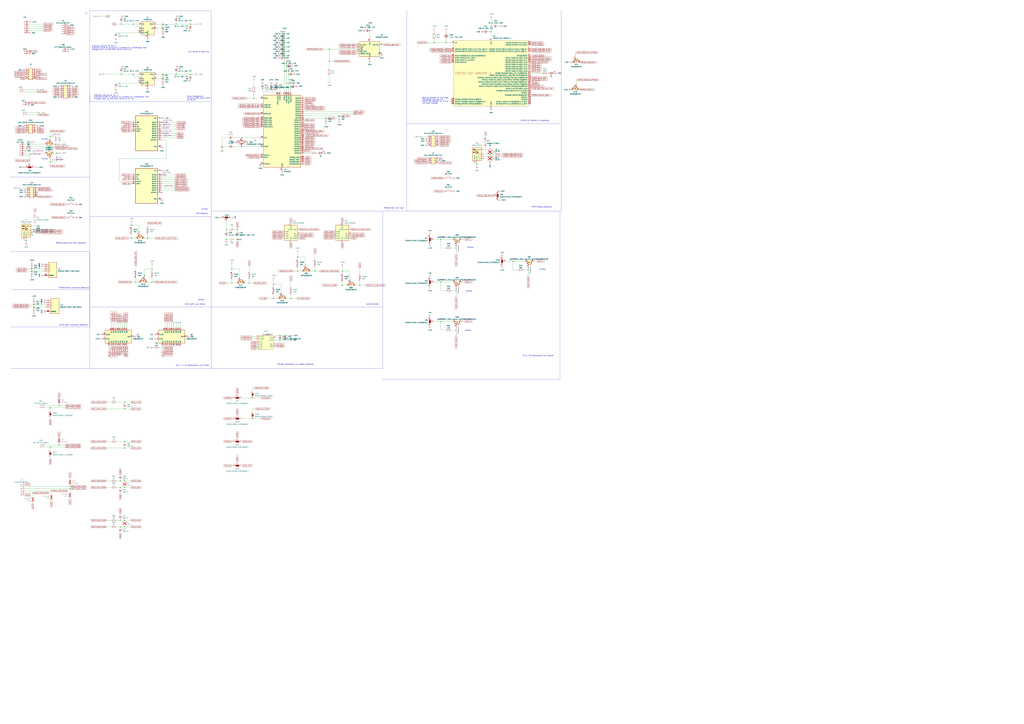
<source format=kicad_sch>
(kicad_sch (version 20230121) (generator eeschema)
  (paper "A0")
  (junction (at 330.2 46.99))
  (junction (at 518.16 49.53))
  (junction (at 337.82 100.33))
  (junction (at 570.23 36.83))
  (junction (at 337.82 346.71))
  (junction (at 154.94 27.94))
  (junction (at 189.23 403.86))
  (junction (at 68.58 471.17))
  (junction (at 382.27 71.12))
  (junction (at 331.47 394.97))
  (junction (at 144.78 513.08))
  (junction (at 161.29 269.24))
  (junction (at 304.8 102.87))
  (junction (at 66.04 177.8))
  (junction (at 68.58 516.89))
  (junction (at 325.12 389.89))
  (junction (at 417.83 331.47))
  (junction (at 171.45 276.86))
  (junction (at 511.81 327.66))
  (junction (at 330.2 67.31))
  (junction (at 139.7 558.8))
  (junction (at 39.37 356.87))
  (junction (at 504.19 49.53))
  (junction (at 189.23 33.02))
  (junction (at 330.2 57.15))
  (junction (at 58.42 158.75))
  (junction (at 36.83 314.96))
  (junction (at 321.31 102.87))
  (junction (at 511.81 373.38))
  (junction (at 314.96 102.87))
  (junction (at 378.46 137.16))
  (junction (at 511.81 278.13))
  (junction (at 317.5 330.2))
  (junction (at 140.97 27.94))
  (junction (at 144.78 474.98))
  (junction (at 330.2 62.23))
  (junction (at 262.89 278.13))
  (junction (at 58.42 519.43))
  (junction (at 64.77 167.64))
  (junction (at 39.37 354.33))
  (junction (at 570.23 30.48))
  (junction (at 157.48 327.66))
  (junction (at 289.56 328.93))
  (junction (at 36.83 312.42))
  (junction (at 529.59 285.75))
  (junction (at 382.27 57.15))
  (junction (at 152.4 261.62))
  (junction (at 269.24 312.42))
  (junction (at 280.67 170.18))
  (junction (at 365.76 314.96))
  (junction (at 144.78 566.42))
  (junction (at 568.96 179.07))
  (junction (at 139.7 612.14))
  (junction (at 595.63 303.53))
  (junction (at 269.24 328.93))
  (junction (at 144.78 467.36))
  (junction (at 568.96 181.61))
  (junction (at 139.7 604.52))
  (junction (at 330.2 41.91))
  (junction (at 280.67 160.02))
  (junction (at 275.59 278.13))
  (junction (at 335.28 86.36))
  (junction (at 204.47 27.94))
  (junction (at 81.28 567.69))
  (junction (at 38.1 572.77))
  (junction (at 429.26 35.56))
  (junction (at 293.37 462.28))
  (junction (at 189.23 86.36))
  (junction (at 529.59 335.28))
  (junction (at 393.7 134.62))
  (junction (at 140.97 86.36))
  (junction (at 144.78 520.7))
  (junction (at 294.64 114.3))
  (junction (at 257.81 170.18))
  (junction (at 397.51 314.96))
  (junction (at 189.23 27.94))
  (junction (at 176.53 327.66))
  (junction (at 345.44 298.45))
  (junction (at 220.98 27.94))
  (junction (at 167.64 320.04))
  (junction (at 529.59 337.82))
  (junction (at 144.78 604.52))
  (junction (at 144.78 558.8))
  (junction (at 397.51 331.47))
  (junction (at 144.78 612.14))
  (junction (at 30.48 279.4))
  (junction (at 332.74 76.2))
  (junction (at 176.53 312.42))
  (junction (at 331.47 389.89))
  (junction (at 553.72 190.5))
  (junction (at 345.44 314.96))
  (junction (at 262.89 266.7))
  (junction (at 152.4 276.86))
  (junction (at 220.98 86.36))
  (junction (at 154.94 86.36))
  (junction (at 325.12 394.97))
  (junction (at 613.41 313.69))
  (junction (at 58.42 187.96))
  (junction (at 189.23 91.44))
  (junction (at 139.7 566.42))
  (junction (at 204.47 86.36))
  (junction (at 58.42 473.71))
  (junction (at 275.59 266.7))
  (junction (at 317.5 346.71))
  (junction (at 81.28 565.15))
  (junction (at 330.2 52.07))
  (junction (at 529.59 288.29))
  (junction (at 59.69 570.23))
  (junction (at 293.37 486.41))
  (junction (at 529.59 383.54))
  (junction (at 613.41 311.15))
  (no_connect (at 201.93 374.65))
  (no_connect (at 615.95 118.11))
  (no_connect (at 615.95 115.57))
  (no_connect (at 207.01 401.32))
  (no_connect (at 161.29 93.98))
  (no_connect (at 38.1 273.05))
  (no_connect (at 209.55 401.32))
  (no_connect (at 615.95 120.65))
  (no_connect (at 524.51 115.57))
  (no_connect (at 201.93 401.32))
  (no_connect (at 561.34 184.15))
  (no_connect (at 207.01 374.65))
  (no_connect (at 204.47 401.32))
  (no_connect (at 615.95 105.41))
  (no_connect (at 43.18 226.06))
  (no_connect (at 209.55 374.65))
  (no_connect (at 615.95 87.63))
  (no_connect (at 204.47 374.65))
  (no_connect (at 43.18 223.52))
  (no_connect (at 496.57 166.37))
  (no_connect (at 524.51 120.65))
  (no_connect (at 615.95 107.95))
  (no_connect (at 524.51 118.11))
  (no_connect (at 187.96 152.4))
  (no_connect (at 615.95 113.03))
  (no_connect (at 187.96 223.52))
  (no_connect (at 30.48 226.06))
  (no_connect (at 161.29 35.56))
  (wire (pts (xy 176.53 312.42) (xy 176.53 314.96)))
  (wire (pts (xy 58.42 473.71) (xy 76.2 473.71)))
  (wire (pts (xy 331.47 389.89) (xy 325.12 389.89)))
  (wire (pts (xy 139.7 612.14) (xy 144.78 612.14)))
  (polyline (pts (xy 443.23 440.69) (xy 650.24 440.69)))
  (wire (pts (xy 171.45 276.86) (xy 180.34 276.86)))
  (wire (pts (xy 406.4 314.96) (xy 397.51 314.96)))
  (wire (pts (xy 345.44 309.88) (xy 345.44 314.96)))
  (wire (pts (xy 50.8 27.94) (xy 33.02 27.94)))
  (wire (pts (xy 417.83 326.39) (xy 417.83 331.47)))
  (wire (pts (xy 38.1 572.77) (xy 38.1 577.85)))
  (wire (pts (xy 353.06 129.54) (xy 410.21 129.54)))
  (wire (pts (xy 64.77 167.64) (xy 67.31 167.64)))
  (wire (pts (xy 353.06 132.08) (xy 410.21 132.08)))
  (wire (pts (xy 582.93 179.07) (xy 580.39 179.07)))
  (wire (pts (xy 68.58 462.28) (xy 68.58 463.55)))
  (wire (pts (xy 529.59 337.82) (xy 529.59 344.17)))
  (wire (pts (xy 189.23 86.36) (xy 204.47 86.36)))
  (wire (pts (xy 58.42 187.96) (xy 58.42 193.04)))
  (wire (pts (xy 139.7 572.77) (xy 139.7 574.04)))
  (wire (pts (xy 144.78 560.07) (xy 144.78 558.8)))
  (wire (pts (xy 511.81 288.29) (xy 518.16 288.29)))
  (wire (pts (xy 176.53 327.66) (xy 179.07 327.66)))
  (wire (pts (xy 161.29 270.51) (xy 161.29 269.24)))
  (wire (pts (xy 154.94 27.94) (xy 161.29 27.94)))
  (wire (pts (xy 320.04 389.89) (xy 320.04 392.43)))
  (wire (pts (xy 330.2 41.91) (xy 330.2 46.99)))
  (wire (pts (xy 490.22 158.75) (xy 496.57 158.75)))
  (wire (pts (xy 294.64 114.3) (xy 302.26 114.3)))
  (wire (pts (xy 496.57 49.53) (xy 504.19 49.53)))
  (wire (pts (xy 144.78 604.52) (xy 152.4 604.52)))
  (wire (pts (xy 331.47 394.97) (xy 325.12 394.97)))
  (wire (pts (xy 566.42 36.83) (xy 570.23 36.83)))
  (polyline (pts (xy 245.11 356.87) (xy 245.11 427.99)))
  (wire (pts (xy 293.37 486.41) (xy 280.67 486.41)))
  (wire (pts (xy 41.91 153.67) (xy 43.18 153.67)))
  (wire (pts (xy 365.76 314.96) (xy 370.84 314.96)))
  (wire (pts (xy 187.96 149.86) (xy 204.47 149.86)))
  (wire (pts (xy 429.26 35.56) (xy 429.26 44.45)))
  (wire (pts (xy 58.42 152.4) (xy 58.42 158.75)))
  (wire (pts (xy 613.41 313.69) (xy 613.41 320.04)))
  (wire (pts (xy 58.42 519.43) (xy 58.42 523.24)))
  (wire (pts (xy 187.96 144.78) (xy 204.47 144.78)))
  (wire (pts (xy 529.59 284.48) (xy 529.59 285.75)))
  (wire (pts (xy 511.81 327.66) (xy 525.78 327.66)))
  (wire (pts (xy 203.2 220.98) (xy 187.96 220.98)))
  (wire (pts (xy 157.48 322.58) (xy 157.48 327.66)))
  (wire (pts (xy 264.16 328.93) (xy 269.24 328.93)))
  (wire (pts (xy 529.59 288.29) (xy 529.59 294.64)))
  (wire (pts (xy 58.42 519.43) (xy 76.2 519.43)))
  (wire (pts (xy 523.24 288.29) (xy 529.59 288.29)))
  (wire (pts (xy 203.2 213.36) (xy 187.96 213.36)))
  (wire (pts (xy 140.97 83.82) (xy 140.97 86.36)))
  (polyline (pts (xy 650.24 440.69) (xy 650.24 245.11)))
  (wire (pts (xy 134.62 374.65) (xy 134.62 381)))
  (wire (pts (xy 139.7 566.42) (xy 144.78 566.42)))
  (wire (pts (xy 134.62 558.8) (xy 139.7 558.8)))
  (wire (pts (xy 81.28 565.15) (xy 82.55 565.15)))
  (wire (pts (xy 134.62 566.42) (xy 139.7 566.42)))
  (wire (pts (xy 353.06 137.16) (xy 378.46 137.16)))
  (wire (pts (xy 34.29 180.34) (xy 34.29 190.5)))
  (wire (pts (xy 595.63 303.53) (xy 595.63 313.69)))
  (wire (pts (xy 161.29 261.62) (xy 152.4 261.62)))
  (wire (pts (xy 31.75 314.96) (xy 36.83 314.96)))
  (wire (pts (xy 176.53 312.42) (xy 176.53 308.61)))
  (wire (pts (xy 187.96 154.94) (xy 204.47 154.94)))
  (wire (pts (xy 615.95 85.09) (xy 629.92 85.09)))
  (wire (pts (xy 326.39 339.09) (xy 326.39 330.2)))
  (wire (pts (xy 518.16 49.53) (xy 524.51 49.53)))
  (wire (pts (xy 314.96 102.87) (xy 321.31 102.87)))
  (wire (pts (xy 193.04 162.56) (xy 193.04 184.15)))
  (wire (pts (xy 365.76 309.88) (xy 365.76 314.96)))
  (wire (pts (xy 220.98 93.98) (xy 220.98 92.71)))
  (wire (pts (xy 152.4 261.62) (xy 152.4 264.16)))
  (wire (pts (xy 123.19 520.7) (xy 144.78 520.7)))
  (wire (pts (xy 613.41 309.88) (xy 613.41 311.15)))
  (wire (pts (xy 553.72 189.23) (xy 553.72 190.5)))
  (wire (pts (xy 52.07 471.17) (xy 68.58 471.17)))
  (wire (pts (xy 38.1 572.77) (xy 39.37 572.77)))
  (wire (pts (xy 27.94 177.8) (xy 52.07 177.8)))
  (polyline (pts (xy 11.43 205.74) (xy 104.14 205.74)))
  (wire (pts (xy 406.4 323.85) (xy 406.4 314.96)))
  (wire (pts (xy 529.59 285.75) (xy 529.59 288.29)))
  (wire (pts (xy 134.62 38.1) (xy 161.29 38.1)))
  (wire (pts (xy 187.96 142.24) (xy 204.47 142.24)))
  (wire (pts (xy 289.56 328.93) (xy 294.64 328.93)))
  (wire (pts (xy 189.23 401.32) (xy 189.23 403.86)))
  (wire (pts (xy 511.81 373.38) (xy 511.81 383.54)))
  (wire (pts (xy 139.7 374.65) (xy 139.7 381)))
  (wire (pts (xy 203.2 218.44) (xy 187.96 218.44)))
  (wire (pts (xy 321.31 102.87) (xy 325.12 102.87)))
  (wire (pts (xy 29.21 572.77) (xy 38.1 572.77)))
  (wire (pts (xy 123.19 612.14) (xy 129.54 612.14)))
  (wire (pts (xy 58.42 184.15) (xy 58.42 187.96)))
  (wire (pts (xy 27.94 279.4) (xy 30.48 279.4)))
  (wire (pts (xy 144.78 474.98) (xy 152.4 474.98)))
  (wire (pts (xy 204.47 25.4) (xy 204.47 27.94)))
  (wire (pts (xy 330.2 46.99) (xy 330.2 52.07)))
  (wire (pts (xy 586.74 303.53) (xy 595.63 303.53)))
  (wire (pts (xy 144.78 467.36) (xy 152.4 467.36)))
  (wire (pts (xy 311.15 346.71) (xy 317.5 346.71)))
  (wire (pts (xy 58.42 473.71) (xy 58.42 477.52)))
  (polyline (pts (xy 104.14 427.99) (xy 245.11 427.99)))
  (wire (pts (xy 204.47 83.82) (xy 204.47 86.36)))
  (polyline (pts (xy 444.5 245.11) (xy 444.5 356.87)))
  (wire (pts (xy 36.83 314.96) (xy 50.8 314.96)))
  (polyline (pts (xy 444.5 427.99) (xy 444.5 356.87)))
  (wire (pts (xy 275.59 274.32) (xy 275.59 278.13)))
  (wire (pts (xy 220.98 86.36) (xy 226.06 86.36)))
  (wire (pts (xy 293.37 474.98) (xy 293.37 478.79)))
  (wire (pts (xy 41.91 151.13) (xy 43.18 151.13)))
  (wire (pts (xy 582.93 181.61) (xy 580.39 181.61)))
  (wire (pts (xy 50.8 35.56) (xy 33.02 35.56)))
  (wire (pts (xy 144.78 468.63) (xy 144.78 467.36)))
  (wire (pts (xy 58.42 158.75) (xy 58.42 161.29)))
  (wire (pts (xy 353.06 177.8) (xy 361.95 177.8)))
  (wire (pts (xy 284.48 328.93) (xy 289.56 328.93)))
  (wire (pts (xy 123.19 474.98) (xy 144.78 474.98)))
  (wire (pts (xy 354.33 154.94) (xy 353.06 154.94)))
  (wire (pts (xy 38.1 585.47) (xy 38.1 582.93)))
  (wire (pts (xy 152.4 276.86) (xy 149.86 276.86)))
  (wire (pts (xy 62.23 177.8) (xy 66.04 177.8)))
  (wire (pts (xy 269.24 307.34) (xy 269.24 312.42)))
  (wire (pts (xy 269.24 312.42) (xy 269.24 316.23)))
  (wire (pts (xy 161.29 30.48) (xy 161.29 33.02)))
  (wire (pts (xy 81.28 562.61) (xy 81.28 565.15)))
  (wire (pts (xy 134.62 43.18) (xy 134.62 44.45)))
  (wire (pts (xy 220.98 35.56) (xy 220.98 34.29)))
  (wire (pts (xy 269.24 328.93) (xy 274.32 328.93)))
  (wire (pts (xy 59.69 570.23) (xy 59.69 575.31)))
  (wire (pts (xy 382.27 57.15) (xy 414.02 57.15)))
  (wire (pts (xy 317.5 341.63) (xy 317.5 346.71)))
  (wire (pts (xy 563.88 170.18) (xy 563.88 173.99)))
  (wire (pts (xy 27.94 104.14) (xy 41.91 104.14)))
  (wire (pts (xy 34.29 356.87) (xy 39.37 356.87)))
  (wire (pts (xy 417.83 331.47) (xy 424.18 331.47)))
  (wire (pts (xy 535.94 373.38) (xy 539.75 373.38)))
  (wire (pts (xy 325.12 106.68) (xy 325.12 102.87)))
  (wire (pts (xy 275.59 264.16) (xy 275.59 266.7)))
  (wire (pts (xy 58.42 158.75) (xy 64.77 158.75)))
  (wire (pts (xy 187.96 205.74) (xy 203.2 205.74)))
  (wire (pts (xy 561.34 179.07) (xy 568.96 179.07)))
  (wire (pts (xy 570.23 36.83) (xy 570.23 44.45)))
  (wire (pts (xy 171.45 271.78) (xy 171.45 276.86)))
  (wire (pts (xy 66.04 186.69) (xy 66.04 187.96)))
  (wire (pts (xy 269.24 323.85) (xy 269.24 328.93)))
  (wire (pts (xy 504.19 45.72) (xy 504.19 49.53)))
  (wire (pts (xy 397.51 309.88) (xy 397.51 314.96)))
  (polyline (pts (xy 245.11 245.11) (xy 444.5 245.11)))
  (wire (pts (xy 535.94 278.13) (xy 539.75 278.13)))
  (wire (pts (xy 139.7 567.69) (xy 139.7 566.42)))
  (wire (pts (xy 147.32 374.65) (xy 147.32 381)))
  (wire (pts (xy 144.78 513.08) (xy 152.4 513.08)))
  (wire (pts (xy 337.82 341.63) (xy 337.82 346.71)))
  (polyline (pts (xy 245.11 427.99) (xy 444.5 427.99)))
  (wire (pts (xy 529.59 383.54) (xy 529.59 389.89)))
  (wire (pts (xy 58.42 187.96) (xy 66.04 187.96)))
  (wire (pts (xy 330.2 67.31) (xy 330.2 106.68)))
  (wire (pts (xy 144.78 514.35) (xy 144.78 513.08)))
  (wire (pts (xy 167.64 320.04) (xy 167.64 312.42)))
  (wire (pts (xy 187.96 203.2) (xy 203.2 203.2)))
  (wire (pts (xy 134.62 96.52) (xy 161.29 96.52)))
  (wire (pts (xy 613.41 311.15) (xy 613.41 313.69)))
  (wire (pts (xy 177.8 403.86) (xy 179.07 403.86)))
  (wire (pts (xy 123.19 467.36) (xy 129.54 467.36)))
  (wire (pts (xy 561.34 181.61) (xy 568.96 181.61)))
  (wire (pts (xy 330.2 57.15) (xy 330.2 62.23)))
  (wire (pts (xy 207.01 374.65) (xy 207.01 381)))
  (wire (pts (xy 31.75 133.35) (xy 44.45 133.35)))
  (wire (pts (xy 24.13 218.44) (xy 30.48 218.44)))
  (wire (pts (xy 196.85 374.65) (xy 196.85 381)))
  (polyline (pts (xy 245.11 118.11) (xy 245.11 251.46)))
  (wire (pts (xy 317.5 330.2) (xy 317.5 334.01)))
  (wire (pts (xy 139.7 558.8) (xy 144.78 558.8)))
  (wire (pts (xy 577.85 30.48) (xy 580.39 30.48)))
  (wire (pts (xy 139.7 596.9) (xy 139.7 598.17)))
  (wire (pts (xy 68.58 471.17) (xy 76.2 471.17)))
  (wire (pts (xy 68.58 468.63) (xy 68.58 471.17)))
  (wire (pts (xy 152.4 261.62) (xy 152.4 259.08)))
  (wire (pts (xy 304.8 102.87) (xy 314.96 102.87)))
  (wire (pts (xy 134.62 612.14) (xy 139.7 612.14)))
  (wire (pts (xy 393.7 134.62) (xy 396.24 134.62)))
  (wire (pts (xy 417.83 311.15) (xy 417.83 318.77)))
  (polyline (pts (xy 104.14 336.55) (xy 104.14 379.73)))
  (wire (pts (xy 209.55 374.65) (xy 209.55 381)))
  (wire (pts (xy 191.77 374.65) (xy 191.77 381)))
  (wire (pts (xy 387.35 71.12) (xy 382.27 71.12)))
  (wire (pts (xy 204.47 86.36) (xy 220.98 86.36)))
  (wire (pts (xy 62.23 167.64) (xy 64.77 167.64)))
  (wire (pts (xy 140.97 19.05) (xy 140.97 20.32)))
  (wire (pts (xy 161.29 88.9) (xy 161.29 91.44)))
  (wire (pts (xy 271.78 278.13) (xy 275.59 278.13)))
  (wire (pts (xy 66.04 177.8) (xy 66.04 181.61)))
  (wire (pts (xy 134.62 467.36) (xy 144.78 467.36)))
  (wire (pts (xy 518.16 45.72) (xy 518.16 49.53)))
  (wire (pts (xy 189.23 403.86) (xy 189.23 406.4)))
  (wire (pts (xy 317.5 325.12) (xy 317.5 330.2)))
  (polyline (pts (xy 104.14 356.87) (xy 104.14 427.99)))
  (wire (pts (xy 551.18 189.23) (xy 551.18 190.5)))
  (wire (pts (xy 278.13 321.31) (xy 278.13 312.42)))
  (wire (pts (xy 35.56 170.18) (xy 63.5 170.18)))
  (wire (pts (xy 154.94 30.48) (xy 161.29 30.48)))
  (wire (pts (xy 595.63 303.53) (xy 609.6 303.53)))
  (wire (pts (xy 167.64 312.42) (xy 176.53 312.42)))
  (wire (pts (xy 382.27 87.63) (xy 382.27 93.98)))
  (wire (pts (xy 40.64 259.08) (xy 40.64 262.89)))
  (wire (pts (xy 39.37 354.33) (xy 53.34 354.33)))
  (wire (pts (xy 615.95 64.77) (xy 617.22 64.77)))
  (wire (pts (xy 154.94 27.94) (xy 154.94 30.48)))
  (wire (pts (xy 332.74 346.71) (xy 337.82 346.71)))
  (wire (pts (xy 523.24 383.54) (xy 529.59 383.54)))
  (wire (pts (xy 203.2 208.28) (xy 187.96 208.28)))
  (wire (pts (xy 181.61 91.44) (xy 189.23 91.44)))
  (wire (pts (xy 144.78 520.7) (xy 152.4 520.7)))
  (wire (pts (xy 563.88 157.48) (xy 563.88 160.02)))
  (polyline (pts (xy 472.44 143.51) (xy 651.51 143.51)))
  (wire (pts (xy 27.94 167.64) (xy 52.07 167.64)))
  (wire (pts (xy 412.75 331.47) (xy 417.83 331.47)))
  (wire (pts (xy 289.56 323.85) (xy 289.56 328.93)))
  (wire (pts (xy 52.07 473.71) (xy 58.42 473.71)))
  (wire (pts (xy 132.08 374.65) (xy 132.08 381)))
  (wire (pts (xy 139.7 604.52) (xy 144.78 604.52)))
  (wire (pts (xy 40.64 194.31) (xy 39.37 194.31)))
  (wire (pts (xy 129.54 374.65) (xy 129.54 381)))
  (polyline (pts (xy 472.44 245.11) (xy 651.51 245.11)))
  (wire (pts (xy 502.92 278.13) (xy 511.81 278.13)))
  (wire (pts (xy 157.48 308.61) (xy 157.48 314.96)))
  (polyline (pts (xy 651.51 12.7) (xy 651.51 143.51)))
  (wire (pts (xy 134.62 27.94) (xy 140.97 27.94)))
  (polyline (pts (xy 245.11 356.87) (xy 146.05 356.87)))
  (wire (pts (xy 167.64 276.86) (xy 171.45 276.86)))
  (wire (pts (xy 502.92 373.38) (xy 511.81 373.38)))
  (wire (pts (xy 144.78 566.42) (xy 152.4 566.42)))
  (wire (pts (xy 139.7 613.41) (xy 139.7 612.14)))
  (wire (pts (xy 317.5 346.71) (xy 322.58 346.71)))
  (wire (pts (xy 123.19 604.52) (xy 129.54 604.52)))
  (wire (pts (xy 31.75 312.42) (xy 36.83 312.42)))
  (wire (pts (xy 302.26 462.28) (xy 293.37 462.28)))
  (wire (pts (xy 127 401.32) (xy 127 406.4)))
  (wire (pts (xy 337.82 326.39) (xy 337.82 334.01)))
  (wire (pts (xy 193.04 162.56) (xy 187.96 162.56)))
  (polyline (pts (xy 13.97 336.55) (xy 104.14 336.55)))
  (wire (pts (xy 201.93 374.65) (xy 201.93 381)))
  (wire (pts (xy 50.8 30.48) (xy 33.02 30.48)))
  (wire (pts (xy 294.64 100.33) (xy 294.64 93.98)))
  (wire (pts (xy 38.1 267.97) (xy 41.91 267.97)))
  (wire (pts (xy 39.37 356.87) (xy 53.34 356.87)))
  (wire (pts (xy 292.1 391.16) (xy 297.18 391.16)))
  (wire (pts (xy 204.47 77.47) (xy 204.47 78.74)))
  (wire (pts (xy 293.37 462.28) (xy 280.67 462.28)))
  (wire (pts (xy 121.92 86.36) (xy 140.97 86.36)))
  (wire (pts (xy 337.82 346.71) (xy 344.17 346.71)))
  (wire (pts (xy 375.92 57.15) (xy 382.27 57.15)))
  (wire (pts (xy 66.04 177.8) (xy 67.31 177.8)))
  (wire (pts (xy 278.13 312.42) (xy 269.24 312.42)))
  (wire (pts (xy 140.97 27.94) (xy 154.94 27.94)))
  (wire (pts (xy 153.67 327.66) (xy 157.48 327.66)))
  (polyline (pts (xy 245.11 251.46) (xy 245.11 356.87)))
  (wire (pts (xy 330.2 62.23) (xy 330.2 67.31)))
  (wire (pts (xy 668.02 60.96) (xy 668.02 64.77)))
  (wire (pts (xy 293.37 450.85) (xy 293.37 454.66)))
  (wire (pts (xy 189.23 27.94) (xy 204.47 27.94)))
  (wire (pts (xy 302.26 486.41) (xy 293.37 486.41)))
  (wire (pts (xy 58.42 530.86) (xy 58.42 533.4)))
  (wire (pts (xy 138.43 210.82) (xy 152.4 210.82)))
  (wire (pts (xy 570.23 30.48) (xy 572.77 30.48)))
  (wire (pts (xy 154.94 86.36) (xy 154.94 88.9)))
  (wire (pts (xy 353.06 134.62) (xy 393.7 134.62)))
  (wire (pts (xy 345.44 314.96) (xy 350.52 314.96)))
  (wire (pts (xy 144.78 612.14) (xy 152.4 612.14)))
  (wire (pts (xy 619.76 303.53) (xy 623.57 303.53)))
  (wire (pts (xy 35.56 172.72) (xy 63.5 172.72)))
  (wire (pts (xy 367.03 177.8) (xy 368.3 177.8)))
  (wire (pts (xy 332.74 76.2) (xy 332.74 106.68)))
  (wire (pts (xy 176.53 322.58) (xy 176.53 327.66)))
  (wire (pts (xy 50.8 33.02) (xy 33.02 33.02)))
  (wire (pts (xy 181.61 33.02) (xy 189.23 33.02)))
  (wire (pts (xy 330.2 52.07) (xy 330.2 57.15)))
  (wire (pts (xy 382.27 57.15) (xy 382.27 71.12)))
  (wire (pts (xy 365.76 294.64) (xy 365.76 302.26)))
  (wire (pts (xy 570.23 30.48) (xy 570.23 21.59)))
  (wire (pts (xy 27.94 278.13) (xy 27.94 279.4)))
  (wire (pts (xy 529.59 381) (xy 529.59 383.54)))
  (wire (pts (xy 187.96 147.32) (xy 204.47 147.32)))
  (wire (pts (xy 34.29 354.33) (xy 39.37 354.33)))
  (polyline (pts (xy 651.51 245.11) (xy 651.51 144.78)))
  (wire (pts (xy 203.2 210.82) (xy 187.96 210.82)))
  (wire (pts (xy 36.83 312.42) (xy 50.8 312.42)))
  (wire (pts (xy 181.61 86.36) (xy 189.23 86.36)))
  (wire (pts (xy 27.94 172.72) (xy 30.48 172.72)))
  (wire (pts (xy 523.24 337.82) (xy 529.59 337.82)))
  (wire (pts (xy 204.47 374.65) (xy 204.47 381)))
  (wire (pts (xy 262.89 278.13) (xy 266.7 278.13)))
  (wire (pts (xy 511.81 278.13) (xy 525.78 278.13)))
  (wire (pts (xy 181.61 27.94) (xy 189.23 27.94)))
  (polyline (pts (xy 104.14 110.49) (xy 104.14 356.87)))
  (wire (pts (xy 280.67 170.18) (xy 302.26 170.18)))
  (wire (pts (xy 144.78 520.7) (xy 144.78 519.43)))
  (wire (pts (xy 335.28 86.36) (xy 335.28 106.68)))
  (wire (pts (xy 270.51 170.18) (xy 280.67 170.18)))
  (wire (pts (xy 595.63 313.69) (xy 601.98 313.69)))
  (wire (pts (xy 270.51 160.02) (xy 280.67 160.02)))
  (wire (pts (xy 140.97 86.36) (xy 154.94 86.36)))
  (wire (pts (xy 275.59 278.13) (xy 275.59 280.67)))
  (wire (pts (xy 199.39 374.65) (xy 199.39 381)))
  (wire (pts (xy 204.47 27.94) (xy 220.98 27.94)))
  (wire (pts (xy 325.12 394.97) (xy 320.04 394.97)))
  (wire (pts (xy 518.16 35.56) (xy 518.16 38.1)))
  (wire (pts (xy 59.69 570.23) (xy 60.96 570.23)))
  (wire (pts (xy 220.98 87.63) (xy 220.98 86.36)))
  (wire (pts (xy 354.33 157.48) (xy 353.06 157.48)))
  (wire (pts (xy 332.74 72.39) (xy 332.74 76.2)))
  (polyline (pts (xy 472.44 12.7) (xy 472.44 245.11)))
  (wire (pts (xy 134.62 604.52) (xy 139.7 604.52)))
  (wire (pts (xy 345.44 298.45) (xy 345.44 302.26)))
  (polyline (pts (xy 12.7 427.99) (xy 104.14 427.99)))
  (wire (pts (xy 161.29 269.24) (xy 161.29 261.62)))
  (wire (pts (xy 142.24 374.65) (xy 142.24 381)))
  (wire (pts (xy 144.78 566.42) (xy 144.78 565.15)))
  (wire (pts (xy 325.12 389.89) (xy 320.04 389.89)))
  (wire (pts (xy 137.16 374.65) (xy 137.16 381)))
  (polyline (pts (xy 104.14 293.37) (xy 104.14 336.55)))
  (wire (pts (xy 280.67 160.02) (xy 302.26 160.02)))
  (wire (pts (xy 204.47 19.05) (xy 204.47 20.32)))
  (wire (pts (xy 354.33 298.45) (xy 345.44 298.45)))
  (wire (pts (xy 607.06 313.69) (xy 613.41 313.69)))
  (polyline (pts (xy 444.5 356.87) (xy 245.11 356.87)))
  (wire (pts (xy 152.4 271.78) (xy 152.4 276.86)))
  (wire (pts (xy 220.98 27.94) (xy 226.06 27.94)))
  (wire (pts (xy 144.78 374.65) (xy 144.78 381)))
  (wire (pts (xy 29.21 565.15) (xy 81.28 565.15)))
  (wire (pts (xy 29.21 570.23) (xy 59.69 570.23)))
  (wire (pts (xy 157.48 276.86) (xy 152.4 276.86)))
  (wire (pts (xy 30.48 279.4) (xy 30.48 281.94)))
  (wire (pts (xy 511.81 383.54) (xy 518.16 383.54)))
  (wire (pts (xy 220.98 29.21) (xy 220.98 27.94)))
  (wire (pts (xy 382.27 71.12) (xy 382.27 80.01)))
  (wire (pts (xy 167.64 321.31) (xy 167.64 320.04)))
  (wire (pts (xy 340.36 314.96) (xy 345.44 314.96)))
  (wire (pts (xy 280.67 160.02) (xy 280.67 161.29)))
  (wire (pts (xy 262.89 274.32) (xy 262.89 278.13)))
  (wire (pts (xy 52.07 519.43) (xy 58.42 519.43)))
  (wire (pts (xy 154.94 88.9) (xy 161.29 88.9)))
  (wire (pts (xy 345.44 293.37) (xy 345.44 298.45)))
  (wire (pts (xy 568.96 179.07) (xy 575.31 179.07)))
  (wire (pts (xy 304.8 102.87) (xy 304.8 106.68)))
  (wire (pts (xy 58.42 485.14) (xy 58.42 487.68)))
  (wire (pts (xy 123.19 566.42) (xy 129.54 566.42)))
  (wire (pts (xy 511.81 278.13) (xy 511.81 288.29)))
  (wire (pts (xy 81.28 580.39) (xy 81.28 577.85)))
  (wire (pts (xy 551.18 190.5) (xy 553.72 190.5)))
  (wire (pts (xy 154.94 86.36) (xy 161.29 86.36)))
  (wire (pts (xy 397.51 314.96) (xy 397.51 318.77)))
  (wire (pts (xy 81.28 567.69) (xy 81.28 572.77)))
  (wire (pts (xy 570.23 36.83) (xy 570.23 30.48)))
  (wire (pts (xy 144.78 612.14) (xy 144.78 610.87)))
  (wire (pts (xy 262.89 278.13) (xy 262.89 279.4)))
  (wire (pts (xy 262.89 266.7) (xy 266.7 266.7)))
  (wire (pts (xy 337.82 100.33) (xy 337.82 106.68)))
  (wire (pts (xy 289.56 308.61) (xy 289.56 316.23)))
  (wire (pts (xy 337.82 97.79) (xy 337.82 100.33)))
  (wire (pts (xy 139.7 557.53) (xy 139.7 558.8)))
  (wire (pts (xy 563.88 173.99) (xy 561.34 173.99)))
  (wire (pts (xy 360.68 314.96) (xy 365.76 314.96)))
  (wire (pts (xy 123.19 19.05) (xy 116.84 19.05)))
  (wire (pts (xy 187.96 160.02) (xy 204.47 160.02)))
  (wire (pts (xy 30.48 278.13) (xy 30.48 279.4)))
  (polyline (pts (xy 245.11 427.99) (xy 245.11 426.72)))
  (wire (pts (xy 326.39 330.2) (xy 317.5 330.2)))
  (wire (pts (xy 64.77 163.83) (xy 64.77 167.64)))
  (wire (pts (xy 429.26 31.75) (xy 429.26 35.56)))
  (wire (pts (xy 134.62 101.6) (xy 134.62 102.87)))
  (wire (pts (xy 265.43 160.02) (xy 257.81 160.02)))
  (wire (pts (xy 187.96 215.9) (xy 203.2 215.9)))
  (wire (pts (xy 511.81 337.82) (xy 518.16 337.82)))
  (wire (pts (xy 81.28 554.99) (xy 81.28 557.53)))
  (wire (pts (xy 504.19 35.56) (xy 504.19 38.1)))
  (wire (pts (xy 27.94 106.68) (xy 43.18 106.68)))
  (wire (pts (xy 330.2 38.1) (xy 330.2 41.91)))
  (wire (pts (xy 502.92 327.66) (xy 511.81 327.66)))
  (wire (pts (xy 553.72 190.5) (xy 553.72 193.04)))
  (wire (pts (xy 144.78 474.98) (xy 144.78 473.71)))
  (wire (pts (xy 140.97 25.4) (xy 140.97 27.94)))
  (wire (pts (xy 40.64 262.89) (xy 38.1 262.89)))
  (wire (pts (xy 52.07 516.89) (xy 68.58 516.89)))
  (wire (pts (xy 295.91 474.98) (xy 293.37 474.98)))
  (polyline (pts (xy 104.14 356.87) (xy 146.05 356.87)))
  (polyline (pts (xy 444.5 245.11) (xy 472.44 245.11)))
  (wire (pts (xy 275.59 266.7) (xy 275.59 269.24)))
  (wire (pts (xy 529.59 335.28) (xy 529.59 337.82)))
  (wire (pts (xy 139.7 603.25) (xy 139.7 604.52)))
  (wire (pts (xy 336.55 394.97) (xy 331.47 394.97)))
  (wire (pts (xy 292.1 393.7) (xy 297.18 393.7)))
  (wire (pts (xy 68.58 514.35) (xy 68.58 516.89)))
  (wire (pts (xy 161.29 327.66) (xy 157.48 327.66)))
  (wire (pts (xy 140.97 77.47) (xy 140.97 78.74)))
  (wire (pts (xy 123.19 558.8) (xy 129.54 558.8)))
  (wire (pts (xy 257.81 160.02) (xy 257.81 170.18)))
  (polyline (pts (xy 11.43 292.1) (xy 104.14 292.1)))
  (wire (pts (xy 635 85.09) (xy 636.27 85.09)))
  (wire (pts (xy 81.28 567.69) (xy 82.55 567.69)))
  (wire (pts (xy 257.81 170.18) (xy 265.43 170.18)))
  (wire (pts (xy 336.55 389.89) (xy 331.47 389.89)))
  (wire (pts (xy 294.64 107.95) (xy 294.64 114.3)))
  (polyline (pts (xy 245.11 251.46) (xy 104.14 251.46)))
  (wire (pts (xy 138.43 184.15) (xy 138.43 210.82)))
  (wire (pts (xy 41.91 148.59) (xy 43.18 148.59)))
  (wire (pts (xy 187.96 157.48) (xy 204.47 157.48)))
  (wire (pts (xy 335.28 82.55) (xy 335.28 86.36)))
  (wire (pts (xy 271.78 266.7) (xy 275.59 266.7)))
  (wire (pts (xy 669.29 92.71) (xy 669.29 96.52)))
  (wire (pts (xy 378.46 137.16) (xy 381 137.16)))
  (wire (pts (xy 287.02 114.3) (xy 294.64 114.3)))
  (wire (pts (xy 262.89 256.54) (xy 262.89 266.7)))
  (wire (pts (xy 27.94 170.18) (xy 30.48 170.18)))
  (wire (pts (xy 139.7 551.18) (xy 139.7 552.45)))
  (wire (pts (xy 144.78 558.8) (xy 152.4 558.8)))
  (wire (pts (xy 262.89 266.7) (xy 262.89 269.24)))
  (polyline (pts (xy 12.7 379.73) (xy 104.14 379.73)))
  (wire (pts (xy 40.64 246.38) (xy 40.64 248.92)))
  (wire (pts (xy 529.59 334.01) (xy 529.59 335.28)))
  (wire (pts (xy 68.58 516.89) (xy 76.2 516.89)))
  (wire (pts (xy 294.64 450.85) (xy 293.37 450.85)))
  (wire (pts (xy 391.16 331.47) (xy 397.51 331.47)))
  (wire (pts (xy 123.19 513.08) (xy 129.54 513.08)))
  (wire (pts (xy 511.81 327.66) (xy 511.81 337.82)))
  (wire (pts (xy 194.31 374.65) (xy 194.31 381)))
  (wire (pts (xy 171.45 327.66) (xy 176.53 327.66)))
  (wire (pts (xy 511.81 373.38) (xy 525.78 373.38)))
  (wire (pts (xy 38.1 270.51) (xy 41.91 270.51)))
  (wire (pts (xy 504.19 49.53) (xy 518.16 49.53)))
  (wire (pts (xy 144.78 605.79) (xy 144.78 604.52)))
  (wire (pts (xy 134.62 513.08) (xy 144.78 513.08)))
  (wire (pts (xy 354.33 307.34) (xy 354.33 298.45)))
  (wire (pts (xy 397.51 331.47) (xy 402.59 331.47)))
  (wire (pts (xy 29.21 567.69) (xy 81.28 567.69)))
  (wire (pts (xy 535.94 327.66) (xy 539.75 327.66)))
  (wire (pts (xy 568.96 181.61) (xy 575.31 181.61)))
  (wire (pts (xy 280.67 168.91) (xy 280.67 170.18)))
  (wire (pts (xy 193.04 184.15) (xy 138.43 184.15)))
  (wire (pts (xy 27.94 180.34) (xy 34.29 180.34)))
  (wire (pts (xy 139.7 618.49) (xy 139.7 619.76)))
  (wire (pts (xy 184.15 403.86) (xy 189.23 403.86)))
  (wire (pts (xy 31.75 130.81) (xy 43.18 130.81)))
  (wire (pts (xy 397.51 326.39) (xy 397.51 331.47)))
  (wire (pts (xy 304.8 106.68) (xy 322.58 106.68)))
  (wire (pts (xy 68.58 508) (xy 68.58 509.27)))
  (wire (pts (xy 59.69 582.93) (xy 59.69 580.39)))
  (wire (pts (xy 171.45 259.08) (xy 171.45 264.16)))
  (rectangle (start 104.14 12.7) (end 245.11 118.11))
  (text "Power Management\n5V @ 3A (Also powers 3V3)\n3V3 @ 3A" (at 217.17 116.84 0) (effects (font (size 1.27 1.27)) (justify left bottom)))
  (text "Verified" (at 233.68 243.84 0) (effects (font (size 1.27 1.27)) (justify left bottom)))
  (text "ESP32 Debug (Optional)" (at 617.22 241.3 0) (effects (font (size 1.27 1.27)) (justify left bottom)))
  (text "Shift Registers" (at 227.33 248.92 0) (effects (font (size 1.27 1.27)) (justify left bottom)))
  (text "ADS1119 ADCs" (at 425.45 354.33 0) (effects (font (size 1.27 1.27)) (justify left bottom)))
  (text "Verified" (at 539.75 384.81 0) (effects (font (size 1.27 1.27)) (justify left bottom)))
  (text "RP2040 Debug and Flash (optional)" (at 64.77 283.21 0) (effects (font (size 1.27 1.27)) (justify left bottom)))
  (text "Verified" (at 541.02 339.09 0) (effects (font (size 1.27 1.27)) (justify left bottom)))
  (text "CN10 UART Level Shifter" (at 214.63 354.33 0) (effects (font (size 1.27 1.27)) (justify left bottom)))
  (text "ESP32 QWIIC Connector (Optional)" (at 68.58 378.46 0) (effects (font (size 1.27 1.27)) (justify left bottom)))
  (text "RP2040 QWIIC Connector (Optional)" (at 68.58 335.28 0) (effects (font (size 1.27 1.27)) (justify left bottom)))
  (text "RP2040 MCU and Flash" (at 445.77 242.57 0) (effects (font (size 1.27 1.27)) (justify left bottom)))
  (text "Originally specced as 5.6 nF\nSwitched to 6.8 nF, because it's available as JLCPCB Basic Part\nChanges start-up time from 2.8 ms to 3.4 ms" (at 106.68 58.42 0) (effects (font (size 1.27 1.27)) (justify left bottom)))
  (text "Very similar to Open LCC" (at 218.44 60.96 0) (effects (font (size 1.27 1.27)) (justify left bottom)))
  (text "Verified" (at 48.26 185.42 0) (effects (font (size 1.27 1.27)) (justify left bottom)))
  (text "Verified" (at 48.26 162.56 0) (effects (font (size 1.27 1.27)) (justify left bottom)))
  (text "Because GPIO35-37 are NC:ed,\nthis design can also use \nESP32-S3-WROOM-2U, if that\never gets released." (at 490.22 120.65 0) (effects (font (size 1.27 1.27)) (justify left bottom)))
  (text "IO" (at 99.06 16.51 0) (effects (font (size 1.27 1.27)) (justify left bottom)))
  (text "3V3 <-> 5V Bidirectional Level Shifter" (at 204.47 425.45 0) (effects (font (size 1.27 1.27)) (justify left bottom)))
  (text "Verified" (at 626.11 313.69 0) (effects (font (size 1.27 1.27)) (justify left bottom)))
  (text "Verified" (at 229.87 349.25 0) (effects (font (size 1.27 1.27)) (justify left bottom)))
  (text "FDC1004 Capacitance-to-Digital (Optional)" (at 321.31 424.18 0) (effects (font (size 1.27 1.27)) (justify left bottom)))
  (text "ESP32-S3-WROOM-1U (Optional)" (at 604.52 140.97 0) (effects (font (size 1.27 1.27)) (justify left bottom)))
  (text "Verified" (at 542.29 288.29 0) (effects (font (size 1.27 1.27)) (justify left bottom)))
  (text "Originally specced as 5.6 nF\nSwitched to 6.8 nF, because it's available as JLCPCB Basic Part\nChanges start-up time from 2.8 ms to 3.4 ms" (at 109.22 115.57 0) (effects (font (size 1.27 1.27)) (justify left bottom)))
  (text "5V or 12V (Selectable) 1.5A Outputs" (at 607.06 414.02 0) (effects (font (size 1.27 1.27)) (justify left bottom)))
  (label "RP2040_USB_POST_R_DN" (at 38.1 270.51 0))
  (label "RP2040_USB_POST_R_DP" (at 38.1 267.97 0))
  (label "AGND" (at 275.59 279.4 0))
  (global_label "CIN1" (shape passive) (at 41.91 88.9 0) (property "Intersheetrefs" "${INTERSHEET_REFS}" (effects hide)))
  (global_label "GP19_5V" (shape bidirectional) (at 196.85 374.65 90) (property "Intersheetrefs" "${INTERSHEET_REFS}" (effects hide)))
  (global_label "ADC2_AIN2_COND" (shape passive) (at 123.19 604.52 180) (property "Intersheetrefs" "${INTERSHEET_REFS}" (effects hide)))
  (global_label "GP18_5V" (shape bidirectional) (at 199.39 374.65 90) (property "Intersheetrefs" "${INTERSHEET_REFS}" (effects hide)))
  (global_label "JP2_FA7" (shape output) (at 50.8 35.56 0) (property "Intersheetrefs" "${INTERSHEET_REFS}" (effects hide)))
  (global_label "SR_OE" (shape output) (at 353.06 175.26 0) (property "Intersheetrefs" "${INTERSHEET_REFS}" (effects hide)))
  (global_label "RP2040_QSPI_SD3" (shape bidirectional) (at 414.02 62.23 180) (property "Intersheetrefs" "${INTERSHEET_REFS}" (effects hide)))
  (global_label "RP2040_QSPI_SD0" (shape bidirectional) (at 302.26 137.16 180) (property "Intersheetrefs" "${INTERSHEET_REFS}" (effects hide)))
  (global_label "ADS1115_2_RDY_AVCC" (shape output) (at 407.67 266.7 0) (property "Intersheetrefs" "${INTERSHEET_REFS}" (effects hide)))
  (global_label "ADC1_AIN1_COND" (shape passive) (at 76.2 473.71 0) (property "Intersheetrefs" "${INTERSHEET_REFS}" (effects hide)))
  (global_label "SRCLR_5V" (shape input) (at 152.4 203.2 180) (property "Intersheetrefs" "${INTERSHEET_REFS}" (effects hide)))
  (global_label "GP19_3V3" (shape bidirectional) (at 353.06 162.56 0) (property "Intersheetrefs" "${INTERSHEET_REFS}" (effects hide)))
  (global_label "ADC2_AIN2_COND" (shape passive) (at 60.96 570.23 0) (property "Intersheetrefs" "${INTERSHEET_REFS}" (effects hide)))
  (global_label "RP2040_QSPI_SD1" (shape bidirectional) (at 302.26 139.7 180) (property "Intersheetrefs" "${INTERSHEET_REFS}" (effects hide)))
  (global_label "VOUT_4" (shape output) (at 623.57 303.53 0) (property "Intersheetrefs" "${INTERSHEET_REFS}" (effects hide)))
  (global_label "ADC1_AIN0_COND" (shape passive) (at 123.19 467.36 180) (property "Intersheetrefs" "${INTERSHEET_REFS}" (effects hide)))
  (global_label "ADC2_AIN3_COND" (shape passive) (at 39.37 572.77 0) (property "Intersheetrefs" "${INTERSHEET_REFS}" (effects hide)))
  (global_label "INT_SDA" (shape bidirectional) (at 311.15 346.71 180) (property "Intersheetrefs" "${INTERSHEET_REFS}" (effects hide)))
  (global_label "INT_SCL" (shape input) (at 264.16 328.93 180) (property "Intersheetrefs" "${INTERSHEET_REFS}" (effects hide)))
  (global_label "INT_SCL_AVCC" (shape output) (at 294.64 328.93 0) (property "Intersheetrefs" "${INTERSHEET_REFS}" (effects hide)))
  (global_label "CN6_3_3V3" (shape bidirectional) (at 132.08 401.32 270) (property "Intersheetrefs" "${INTERSHEET_REFS}" (effects hide)))
  (global_label "ESP32_TMS" (shape bidirectional) (at 524.51 72.39 180) (property "Intersheetrefs" "${INTERSHEET_REFS}" (effects hide)))
  (global_label "GP29" (shape bidirectional) (at 353.06 190.5 0) (property "Intersheetrefs" "${INTERSHEET_REFS}" (effects hide)))
  (global_label "SRCLR_5V" (shape output) (at 144.78 374.65 90) (property "Intersheetrefs" "${INTERSHEET_REFS}" (effects hide)))
  (global_label "ESP32_TMS" (shape bidirectional) (at 509.27 158.75 0) (property "Intersheetrefs" "${INTERSHEET_REFS}" (effects hide)))
  (global_label "CN6_3_5V" (shape bidirectional) (at 132.08 374.65 90) (property "Intersheetrefs" "${INTERSHEET_REFS}" (effects hide)))
  (global_label "INT_SDA" (shape bidirectional) (at 396.24 134.62 0) (property "Intersheetrefs" "${INTERSHEET_REFS}" (effects hide)))
  (global_label "C_SHIELD_1" (shape passive) (at 41.91 91.44 0) (property "Intersheetrefs" "${INTERSHEET_REFS}" (effects hide)))
  (global_label "ESP32_QWIIC_SDA" (shape bidirectional) (at 34.29 354.33 180) (property "Intersheetrefs" "${INTERSHEET_REFS}" (effects hide)))
  (global_label "CN10_UART_RX_SHIFT_SEL" (shape input) (at 615.95 102.87 0) (property "Intersheetrefs" "${INTERSHEET_REFS}" (effects hide)))
  (global_label "ESP32_U0RXD" (shape input) (at 496.57 186.69 180) (property "Intersheetrefs" "${INTERSHEET_REFS}" (effects hide)))
  (global_label "CN10_UART_RX_SHIFT_SEL" (shape output) (at 179.07 327.66 0) (property "Intersheetrefs" "${INTERSHEET_REFS}" (effects hide)))
  (global_label "RP2040_QSPI_SD2" (shape bidirectional) (at 414.02 59.69 180) (property "Intersheetrefs" "${INTERSHEET_REFS}" (effects hide)))
  (global_label "RP2040_RESETn" (shape input) (at 77.47 252.73 180) (property "Intersheetrefs" "${INTERSHEET_REFS}" (effects hide)))
  (global_label "ESP32_QWIIC_SCL" (shape bidirectional) (at 34.29 356.87 180) (property "Intersheetrefs" "${INTERSHEET_REFS}" (effects hide)))
  (global_label "C_SHIELD_2" (shape passive) (at 29.21 83.82 180) (property "Intersheetrefs" "${INTERSHEET_REFS}" (effects hide)))
  (global_label "VIN" (shape passive) (at 509.27 184.15 0) (property "Intersheetrefs" "${INTERSHEET_REFS}" (effects hide)))
  (global_label "AGND" (shape passive) (at 58.42 487.68 270) (property "Intersheetrefs" "${INTERSHEET_REFS}" (effects hide)))
  (global_label "CN6_2_5V" (shape bidirectional) (at 134.62 374.65 90) (property "Intersheetrefs" "${INTERSHEET_REFS}" (effects hide)))
  (global_label "ESP32_TDO" (shape bidirectional) (at 509.27 163.83 0) (property "Intersheetrefs" "${INTERSHEET_REFS}" (effects hide)))
  (global_label "AVCC" (shape passive) (at 59.69 582.93 270) (property "Intersheetrefs" "${INTERSHEET_REFS}" (effects hide)))
  (global_label "ADC2_AIN1" (shape passive) (at 152.4 566.42 0) (property "Intersheetrefs" "${INTERSHEET_REFS}" (effects hide)))
  (global_label "VOUT_4_GATE" (shape input) (at 613.41 320.04 270) (property "Intersheetrefs" "${INTERSHEET_REFS}" (effects hide)))
  (global_label "GP18" (shape bidirectional) (at 275.59 458.47 90) (property "Intersheetrefs" "${INTERSHEET_REFS}" (effects hide)))
  (global_label "ADC1_AIN1" (shape passive) (at 327.66 271.78 180) (property "Intersheetrefs" "${INTERSHEET_REFS}" (effects hide)))
  (global_label "VOUT_2" (shape output) (at 539.75 327.66 0) (property "Intersheetrefs" "${INTERSHEET_REFS}" (effects hide)))
  (global_label "GP20_3V3" (shape bidirectional) (at 194.31 401.32 270) (property "Intersheetrefs" "${INTERSHEET_REFS}" (effects hide)))
  (global_label "ESP32_TDO" (shape bidirectional) (at 524.51 67.31 180) (property "Intersheetrefs" "${INTERSHEET_REFS}" (effects hide)))
  (global_label "VOUT_1" (shape output) (at 539.75 278.13 0) (property "Intersheetrefs" "${INTERSHEET_REFS}" (effects hide)))
  (global_label "SER_IN_3V3" (shape input) (at 353.06 114.3 0) (property "Intersheetrefs" "${INTERSHEET_REFS}" (effects hide)))
  (global_label "AVCC" (shape passive) (at 417.83 311.15 90) (property "Intersheetrefs" "${INTERSHEET_REFS}" (effects hide)))
  (global_label "CN6_4" (shape input) (at 204.47 154.94 0) (property "Intersheetrefs" "${INTERSHEET_REFS}" (effects hide)))
  (global_label "ADC2_AIN0" (shape passive) (at 387.35 269.24 180) (property "Intersheetrefs" "${INTERSHEET_REFS}" (effects hide)))
  (global_label "AVCC" (shape passive) (at 68.58 462.28 90) (property "Intersheetrefs" "${INTERSHEET_REFS}" (effects hide)))
  (global_label "INT_SDA_AVCC" (shape bidirectional) (at 347.98 274.32 0) (property "Intersheetrefs" "${INTERSHEET_REFS}" (effects hide)))
  (global_label "RP2040_BOOTSEL" (shape output) (at 674.37 72.39 0) (property "Intersheetrefs" "${INTERSHEET_REFS}" (effects hide)))
  (global_label "GP20" (shape bidirectional) (at 82.55 107.95 0) (property "Intersheetrefs" "${INTERSHEET_REFS}" (effects hide)))
  (global_label "CN6_4_3V3" (shape bidirectional) (at 129.54 401.32 270) (property "Intersheetrefs" "${INTERSHEET_REFS}" (effects hide)))
  (global_label "CIN3" (shape passive) (at 41.91 83.82 0) (property "Intersheetrefs" "${INTERSHEET_REFS}" (effects hide)))
  (global_label "SRCLR_3V3" (shape input) (at 353.06 116.84 0) (property "Intersheetrefs" "${INTERSHEET_REFS}" (effects hide)))
  (global_label "RP2040_RESETn" (shape output) (at 43.18 228.6 0) (property "Intersheetrefs" "${INTERSHEET_REFS}" (effects hide)))
  (global_label "CN10_3V3_GATE" (shape output) (at 58.42 193.04 0) (property "Intersheetrefs" "${INTERSHEET_REFS}" (effects hide)))
  (global_label "INT_SDA" (shape bidirectional) (at 320.04 402.59 0) (property "Intersheetrefs" "${INTERSHEET_REFS}" (effects hide)))
  (global_label "RCLK_5V" (shape output) (at 139.7 374.65 90) (property "Intersheetrefs" "${INTERSHEET_REFS}" (effects hide)))
  (global_label "ADS1115_1_RDY_AVCC" (shape input) (at 370.84 314.96 0) (property "Intersheetrefs" "${INTERSHEET_REFS}" (effects hide)))
  (global_label "nG_3V3" (shape input) (at 142.24 401.32 270) (property "Intersheetrefs" "${INTERSHEET_REFS}" (effects hide)))
  (global_label "AVCC" (shape passive) (at 337.82 326.39 90) (property "Intersheetrefs" "${INTERSHEET_REFS}" (effects hide)))
  (global_label "nG_3V3" (shape input) (at 353.06 119.38 0) (property "Intersheetrefs" "${INTERSHEET_REFS}" (effects hide)))
  (global_label "CN6_3_3V3" (shape output) (at 353.06 147.32 0) (property "Intersheetrefs" "${INTERSHEET_REFS}" (effects hide)))
  (global_label "VIN" (shape passive) (at 123.19 19.05 0) (property "Intersheetrefs" "${INTERSHEET_REFS}" (effects hide)))
  (global_label "ESP32_JTAG_SELECT" (shape passive) (at 615.95 72.39 0) (property "Intersheetrefs" "${INTERSHEET_REFS}" (effects hide)))
  (global_label "RP2040_SWCLK" (shape bidirectional) (at 43.18 220.98 0) (property "Intersheetrefs" "${INTERSHEET_REFS}" (effects hide)))
  (global_label "CN10_UART_VCC" (shape passive) (at 157.48 308.61 90) (property "Intersheetrefs" "${INTERSHEET_REFS}" (effects hide)))
  (global_label "C_SHIELD_2" (shape passive) (at 41.91 86.36 0) (property "Intersheetrefs" "${INTERSHEET_REFS}" (effects hide)))
  (global_label "RP2040_QSPI_SD3" (shape bidirectional) (at 302.26 144.78 180) (property "Intersheetrefs" "${INTERSHEET_REFS}" (effects hide)))
  (global_label "SRCK_5V" (shape input) (at 152.4 152.4 180) (property "Intersheetrefs" "${INTERSHEET_REFS}" (effects hide)))
  (global_label "ESP32_BOOTSEL_RP2040" (shape output) (at 524.51 57.15 180) (property "Intersheetrefs" "${INTERSHEET_REFS}" (effects hide)))
  (global_label "GP29" (shape bidirectional) (at 69.85 110.49 180) (property "Intersheetrefs" "${INTERSHEET_REFS}" (effects hide)))
  (global_label "ESP32_BOOTSEL_RP2040" (shape input) (at 668.02 60.96 0) (property "Intersheetrefs" "${INTERSHEET_REFS}" (effects hide)))
  (global_label "CN6_4" (shape output) (at 43.18 148.59 0) (property "Intersheetrefs" "${INTERSHEET_REFS}" (effects hide)))
  (global_label "ADC1_AIN1_COND" (shape passive) (at 123.19 474.98 180) (property "Intersheetrefs" "${INTERSHEET_REFS}" (effects hide)))
  (global_label "GP21_5V" (shape bidirectional) (at 191.77 374.65 90) (property "Intersheetrefs" "${INTERSHEET_REFS}" (effects hide)))
  (global_label "VOUT_1_GATE" (shape input) (at 529.59 294.64 270) (property "Intersheetrefs" "${INTERSHEET_REFS}" (effects hide)))
  (global_label "GP18_3V3" (shape bidirectional) (at 199.39 401.32 270) (property "Intersheetrefs" "${INTERSHEET_REFS}" (effects hide)))
  (global_label "JP2_FA7" (shape input) (at 204.47 149.86 0) (property "Intersheetrefs" "${INTERSHEET_REFS}" (effects hide)))
  (global_label "SRCK_3V3" (shape input) (at 353.06 139.7 0) (property "Intersheetrefs" "${INTERSHEET_REFS}" (effects hide)))
  (global_label "RP2040_QSPI_CSn" (shape output) (at 302.26 132.08 180) (property "Intersheetrefs" "${INTERSHEET_REFS}" (effects hide)))
  (global_label "VIN" (shape passive) (at 134.62 27.94 180) (property "Intersheetrefs" "${INTERSHEET_REFS}" (effects hide)))
  (global_label "ADS1115_2_RDY_AVCC" (shape input) (at 424.18 331.47 0) (property "Intersheetrefs" "${INTERSHEET_REFS}" (effects hide)))
  (global_label "ADC2_AIN1_COND" (shape passive) (at 82.55 567.69 0) (property "Intersheetrefs" "${INTERSHEET_REFS}" (effects hide)))
  (global_label "ADC2_AIN0" (shape passive) (at 152.4 558.8 0) (property "Intersheetrefs" "${INTERSHEET_REFS}" (effects hide)))
  (global_label "BREW_SW" (shape input) (at 353.06 170.18 0) (property "Intersheetrefs" "${INTERSHEET_REFS}" (effects hide)))
  (global_label "ESP32_TDI" (shape bidirectional) (at 509.27 166.37 0) (property "Intersheetrefs" "${INTERSHEET_REFS}" (effects hide)))
  (global_label "AVCC" (shape passive) (at 29.21 562.61 0) (property "Intersheetrefs" "${INTERSHEET_REFS}" (effects hide)))
  (global_label "WATER_TANK_LVL_SW" (shape input) (at 353.06 172.72 0) (property "Intersheetrefs" "${INTERSHEET_REFS}" (effects hide)))
  (global_label "ESP32_DISABLE_RP2040" (shape input) (at 669.29 92.71 0) (property "Intersheetrefs" "${INTERSHEET_REFS}" (effects hide)))
  (global_label "RP2040_USB_PRE_R_DP" (shape bidirectional) (at 302.26 121.92 180) (property "Intersheetrefs" "${INTERSHEET_REFS}" (effects hide)))
  (global_label "RP2040_USB_PRE_R_DN" (shape bidirectional) (at 302.26 124.46 180) (property "Intersheetrefs" "${INTERSHEET_REFS}" (effects hide)))
  (global_label "CN9_DRAIN" (shape input) (at 203.2 203.2 0) (property "Intersheetrefs" "${INTERSHEET_REFS}" (effects hide)))
  (global_label "RP2040_SERIAL_BOOT" (shape bidirectional) (at 353.06 152.4 0) (property "Intersheetrefs" "${INTERSHEET_REFS}" (effects hide)))
  (global_label "AVCC" (shape passive) (at 81.28 554.99 90) (property "Intersheetrefs" "${INTERSHEET_REFS}" (effects hide)))
  (global_label "ESP32_DISABLE_RP2040" (shape output) (at 524.51 59.69 180) (property "Intersheetrefs" "${INTERSHEET_REFS}" (effects hide)))
  (global_label "GP18_3V3" (shape bidirectional) (at 615.95 74.93 0) (property "Intersheetrefs" "${INTERSHEET_REFS}" (effects hide)))
  (global_label "ADC1_AIN0" (shape passive) (at 327.66 269.24 180) (property "Intersheetrefs" "${INTERSHEET_REFS}" (effects hide)))
  (global_label "GP21" (shape bidirectional) (at 82.55 110.49 0) (property "Intersheetrefs" "${INTERSHEET_REFS}" (effects hide)))
  (global_label "VOUT_4_GATE" (shape output) (at 203.2 215.9 0) (property "Intersheetrefs" "${INTERSHEET_REFS}" (effects hide)))
  (global_label "SRCLR_3V3" (shape input) (at 144.78 401.32 270) (property "Intersheetrefs" "${INTERSHEET_REFS}" (effects hide)))
  (global_label "GP18_3V3" (shape bidirectional) (at 353.06 160.02 0) (property "Intersheetrefs" "${INTERSHEET_REFS}" (effects hide)))
  (global_label "CN10_UART_TX" (shape input) (at 149.86 276.86 180) (property "Intersheetrefs" "${INTERSHEET_REFS}" (effects hide)))
  (global_label "ESP32_U0RXD" (shape input) (at 615.95 52.07 0) (property "Intersheetrefs" "${INTERSHEET_REFS}" (effects hide)))
  (global_label "INT_SCL" (shape input) (at 320.04 400.05 0) (property "Intersheetrefs" "${INTERSHEET_REFS}" (effects hide)))
  (global_label "ADC2_AIN3" (shape passive) (at 152.4 612.14 0) (property "Intersheetrefs" "${INTERSHEET_REFS}" (effects hide)))
  (global_label "VOUT_1_GATE" (shape output) (at 203.2 213.36 0) (property "Intersheetrefs" "${INTERSHEET_REFS}" (effects hide)))
  (global_label "ADC1_AIN2_COND" (shape passive) (at 76.2 516.89 0) (property "Intersheetrefs" "${INTERSHEET_REFS}" (effects hide)))
  (global_label "VOUT_2_GATE" (shape input) (at 529.59 344.17 270) (property "Intersheetrefs" "${INTERSHEET_REFS}" (effects hide)))
  (global_label "AGND" (shape passive) (at 139.7 596.9 90) (property "Intersheetrefs" "${INTERSHEET_REFS}" (effects hide)))
  (global_label "nG_5V" (shape output) (at 142.24 374.65 90) (property "Intersheetrefs" "${INTERSHEET_REFS}" (effects hide)))
  (global_label "SER_IN_3V3" (shape input) (at 147.32 401.32 270) (property "Intersheetrefs" "${INTERSHEET_REFS}" (effects hide)))
  (global_label "ESP32_GPIO0" (shape bidirectional) (at 617.22 64.77 0) (property "Intersheetrefs" "${INTERSHEET_REFS}" (effects hide)))
  (global_label "ADC2_AIN2" (shape passive) (at 387.35 274.32 180) (property "Intersheetrefs" "${INTERSHEET_REFS}" (effects hide)))
  (global_label "ESP32_EN" (shape input) (at 496.57 49.53 180) (property "Intersheetrefs" "${INTERSHEET_REFS}" (effects hide)))
  (global_label "RP2040_RESETn" (shape input) (at 287.02 114.3 180) (property "Intersheetrefs" "${INTERSHEET_REFS}" (effects hide)))
  (global_label "CN10_UART_RX" (shape input) (at 153.67 327.66 180) (property "Intersheetrefs" "${INTERSHEET_REFS}" (effects hide)))
  (global_label "CIN2" (shape passive) (at 297.18 400.05 180) (property "Intersheetrefs" "${INTERSHEET_REFS}" (effects hide)))
  (global_label "GP21_3V3" (shape bidirectional) (at 353.06 167.64 0) (property "Intersheetrefs" "${INTERSHEET_REFS}" (effects hide)))
  (global_label "GP28" (shape bidirectional) (at 69.85 107.95 180) (property "Intersheetrefs" "${INTERSHEET_REFS}" (effects hide)))
  (global_label "CN6_6" (shape output) (at 43.18 151.13 0) (property "Intersheetrefs" "${INTERSHEET_REFS}" (effects hide)))
  (global_label "GP20_5V" (shape bidirectional) (at 270.51 513.08 180) (property "Intersheetrefs" "${INTERSHEET_REFS}" (effects hide)))
  (global_label "GP21" (shape bidirectional) (at 275.59 537.21 90) (property "Intersheetrefs" "${INTERSHEET_REFS}" (effects hide)))
  (global_label "GP21_3V3" (shape bidirectional) (at 280.67 541.02 0) (property "Intersheetrefs" "${INTERSHEET_REFS}" (effects hide)))
  (global_label "GP27" (shape bidirectional) (at 353.06 185.42 0) (property "Intersheetrefs" "${INTERSHEET_REFS}" (effects hide)))
  (global_label "ADC2_AIN0_COND" (shape passive) (at 123.19 558.8 180) (property "Intersheetrefs" "${INTERSHEET_REFS}" (effects hide)))
  (global_label "AVCC" (shape passive) (at 81.28 580.39 270) (property "Intersheetrefs" "${INTERSHEET_REFS}" (effects hide)))
  (global_label "GP19_3V3" (shape bidirectional) (at 302.26 486.41 0) (property "Intersheetrefs" "${INTERSHEET_REFS}" (effects hide)))
  (global_label "AGND" (shape passive) (at 29.21 575.31 0) (property "Intersheetrefs" "${INTERSHEET_REFS}" (effects hide)))
  (global_label "AGND" (shape passive) (at 397.51 281.94 270) (property "Intersheetrefs" "${INTERSHEET_REFS}" (effects hide)))
  (global_label "GP20_3V3" (shape bidirectional) (at 280.67 513.08 0) (property "Intersheetrefs" "${INTERSHEET_REFS}" (effects hide)))
  (global_label "GP27" (shape bidirectional) (at 69.85 105.41 180) (property "Intersheetrefs" "${INTERSHEET_REFS}" (effects hide)))
  (global_label "RP2040_SWD" (shape bidirectional) (at 302.26 182.88 180) (property "Intersheetrefs" "${INTERSHEET_REFS}" (effects hide)))
  (global_label "RCLK_3V3" (shape input) (at 139.7 401.32 270) (property "Intersheetrefs" "${INTERSHEET_REFS}" (effects hide)))
  (global_label "JP2_FA8" (shape output) (at 50.8 33.02 0) (property "Intersheetrefs" "${INTERSHEET_REFS}" (effects hide)))
  (global_label "C_SHIELD_1" (shape passive) (at 292.1 391.16 180) (property "Intersheetrefs" "${INTERSHEET_REFS}" (effects hide)))
  (global_label "CN6_8" (shape input) (at 204.47 160.02 0) (property "Intersheetrefs" "${INTERSHEET_REFS}" (effects hide)))
  (global_label "GP21_3V3" (shape bidirectional) (at 191.77 401.32 270) (property "Intersheetrefs" "${INTERSHEET_REFS}" (effects hide)))
  (global_label "INT_SCL_AVCC" (shape input) (at 407.67 271.78 0) (property "Intersheetrefs" "${INTERSHEET_REFS}" (effects hide)))
  (global_label "ESP32_TCK" (shape bidirectional) (at 524.51 64.77 180) (property "Intersheetrefs" "${INTERSHEET_REFS}" (effects hide)))
  (global_label "CN6_4_5V" (shape bidirectional) (at 129.54 374.65 90) (property "Intersheetrefs" "${INTERSHEET_REFS}" (effects hide)))
  (global_label "AGND" (shape passive) (at 139.7 551.18 90) (property "Intersheetrefs" "${INTERSHEET_REFS}" (effects hide)))
  (global_label "VOUT_3" (shape output) (at 77.47 36.83 0) (property "Intersheetrefs" "${INTERSHEET_REFS}" (effects hide)))
  (global_label "GP20_5V" (shape bidirectional) (at 194.31 374.65 90) (property "Intersheetrefs" "${INTERSHEET_REFS}" (effects hide)))
  (global_label "RP2040_QSPI_SCK" (shape output) (at 302.26 147.32 180) (property "Intersheetrefs" "${INTERSHEET_REFS}" (effects hide)))
  (global_label "CN6_4_3V3" (shape output) (at 353.06 144.78 0) (property "Intersheetrefs" "${INTERSHEET_REFS}" (effects hide)))
  (global_label "AVCC" (shape passive) (at 397.51 259.08 90) (property "Intersheetrefs" "${INTERSHEET_REFS}" (effects hide)))
  (global_label "INT_SDA" (shape bidirectional) (at 615.95 97.79 0) (property "Intersheetrefs" "${INTERSHEET_REFS}" (effects hide)))
  (global_label "CN9_DRAIN" (shape output) (at 44.45 133.35 0) (property "Intersheetrefs" "${INTERSHEET_REFS}" (effects hide)))
  (global_label "RP2040_SWCLK" (shape bidirectional) (at 302.26 180.34 180) (property "Intersheetrefs" "${INTERSHEET_REFS}" (effects hide)))
  (global_label "ESP32_USB_PRE_R_DP" (shape bidirectional) (at 615.95 57.15 0) (property "Intersheetrefs" "${INTERSHEET_REFS}" (effects hide)))
  (global_label "ESP32_RP2040_UART1" (shape bidirectional) (at 615.95 67.31 0) (property "Intersheetrefs" "${INTERSHEET_REFS}" (effects hide)))
  (global_label "QWIIC_SCL" (shape output) (at 410.21 132.08 0) (property "Intersheetrefs" "${INTERSHEET_REFS}" (effects hide)))
  (global_label "ADC2_AIN1" (shape passive) (at 387.35 271.78 180) (property "Intersheetrefs" "${INTERSHEET_REFS}" (effects hide)))
  (global_label "GP20" (shape bidirectional) (at 275.59 509.27 90) (property "Intersheetrefs" "${INTERSHEET_REFS}" (effects hide)))
  (global_label "AVCC" (shape passive) (at 289.56 308.61 90) (property "Intersheetrefs" "${INTERSHEET_REFS}" (effects hide)))
  (global_label "CN10_UART_TX" (shape output) (at 615.95 100.33 0) (property "Intersheetrefs" "${INTERSHEET_REFS}" (effects hide)))
  (global_label "AGND" (shape passive) (at 347.98 276.86 0) (property "Intersheetrefs" "${INTERSHEET_REFS}" (effects hide)))
  (global_label "ADS1115_2_RDY" (shape output) (at 391.16 331.47 180) (property "Intersheetrefs" "${INTERSHEET_REFS}" (effects hide)))
  (global_label "ESP32_U0TXD" (shape output) (at 496.57 189.23 180) (property "Intersheetrefs" "${INTERSHEET_REFS}" (effects hide)))
  (global_label "CIN1" (shape passive) (at 297.18 397.51 180) (property "Intersheetrefs" "${INTERSHEET_REFS}" (effects hide)))
  (global_label "CIN3" (shape passive) (at 297.18 402.59 180) (property "Intersheetrefs" "${INTERSHEET_REFS}" (effects hide)))
  (global_label "ESP32_RP2040_UART2" (shape bidirectional) (at 615.95 69.85 0) (property "Intersheetrefs" "${INTERSHEET_REFS}" (effects hide)))
  (global_label "CN6_2_5V" (shape output) (at 29.21 148.59 180) (property "Intersheetrefs" "${INTERSHEET_REFS}" (effects hide)))
  (global_label "ADC1_AIN3" (shape passive) (at 327.66 276.86 180) (property "Intersheetrefs" "${INTERSHEET_REFS}" (effects hide)))
  (global_label "C_SHIELD_2" (shape passive) (at 292.1 393.7 180) (property "Intersheetrefs" "${INTERSHEET_REFS}" (effects hide)))
  (global_label "GP28" (shape bidirectional) (at 353.06 187.96 0) (property "Intersheetrefs" "${INTERSHEET_REFS}" (effects hide)))
  (global_label "CN10_UART_VCC" (shape passive) (at 171.45 259.08 0) (property "Intersheetrefs" "${INTERSHEET_REFS}" (effects hide)))
  (global_label "ADC1_AIN3_COND" (shape passive) (at 76.2 519.43 0) (property "Intersheetrefs" "${INTERSHEET_REFS}" (effects hide)))
  (global_label "RP2040_BOOTSEL" (shape input) (at 77.47 237.49 180) (property "Intersheetrefs" "${INTERSHEET_REFS}" (effects hide)))
  (global_label "RCLK_5V" (shape input) (at 152.4 147.32 180) (property "Intersheetrefs" "${INTERSHEET_REFS}" (effects hide)))
  (global_label "JP2_FA10" (shape output) (at 50.8 27.94 0) (property "Intersheetrefs" "${INTERSHEET_REFS}" (effects hide)))
  (global_label "ESP32_TDI" (shape bidirectional) (at 524.51 69.85 180) (property "Intersheetrefs" "${INTERSHEET_REFS}" (effects hide)))
  (global_label "JP2_FA10" (shape input) (at 204.47 142.24 0) (property "Intersheetrefs" "${INTERSHEET_REFS}" (effects hide)))
  (global_label "GP20_3V3" (shape bidirectional) (at 353.06 165.1 0) (property "Intersheetrefs" "${INTERSHEET_REFS}" (effects hide)))
  (global_label "CN10_UART_RX" (shape output) (at 63.5 170.18 0) (property "Intersheetrefs" "${INTERSHEET_REFS}" (effects hide)))
  (global_label "VOUT_3_GATE" (shape input) (at 529.59 389.89 270) (property "Intersheetrefs" "${INTERSHEET_REFS}" (effects hide)))
  (global_label "CN10_UART_TX_SHIFT_SEL" (shape input) (at 63.5 172.72 0) (property "Intersheetrefs" "${INTERSHEET_REFS}" (effects hide)))
  (global_label "CN10_12V_GATE" (shape output) (at 58.42 152.4 0) (property "Intersheetrefs" "${INTERSHEET_REFS}" (effects hide)))
  (global_label "ESP32_EN" (shape input) (at 515.62 222.25 180) (property "Intersheetrefs" "${INTERSHEET_REFS}" (effects hide)))
  (global_label "CN6_4_5V" (shape output) (at 29.21 153.67 180) (property "Intersheetrefs" "${INTERSHEET_REFS}" (effects hide)))
  (global_label "C_SHIELD_1" (shape passive) (at 29.21 88.9 180) (property "Intersheetrefs" "${INTERSHEET_REFS}" (effects hide)))
  (global_label "SER_IN_5V" (shape input) (at 152.4 149.86 180) (property "Intersheetrefs" "${INTERSHEET_REFS}" (effects hide)))
  (global_label "JP2_FA9" (shape output) (at 50.8 30.48 0) (property "Intersheetrefs" "${INTERSHEET_REFS}" (effects hide)))
  (global_label "ESP32_GPIO0" (shape input) (at 509.27 189.23 0) (property "Intersheetrefs" "${INTERSHEET_REFS}" (effects hide)))
  (global_label "CN6_8" (shape output) (at 43.18 153.67 0) (property "Intersheetrefs" "${INTERSHEET_REFS}" (effects hide)))
  (global_label "AVCC" (shape passive) (at 275.59 264.16 90) (property "Intersheetrefs" "${INTERSHEET_REFS}" (effects hide)))
  (global_label "VOUT_2_GATE" (shape output) (at 203.2 208.28 0) (property "Intersheetrefs" "${INTERSHEET_REFS}" (effects hide)))
  (global_label "RP2040_RESETn" (shape output) (at 673.1 104.14 0) (property "Intersheetrefs" "${INTERSHEET_REFS}" (effects hide)))
  (global_label "GP19_3V3" (shape bidirectional) (at 615.95 77.47 0) (property "Intersheetrefs" "${INTERSHEET_REFS}" (effects hide)))
  (global_label "AVCC" (shape passive) (at 407.67 276.86 0) (property "Intersheetrefs" "${INTERSHEET_REFS}" (effects hide)))
  (global_label "VIN" (shape passive) (at 563.88 157.48 90) (property "Intersheetrefs" "${INTERSHEET_REFS}" (effects hide)))
  (global_label "ESP32_QWIIC_SDA" (shape bidirectional) (at 615.95 90.17 0) (property "Intersheetrefs" "${INTERSHEET_REFS}" (effects hide)))
  (global_label "ESP32_EN" (shape input) (at 496.57 184.15 180) (property "Intersheetrefs" "${INTERSHEET_REFS}" (effects hide)))
  (global_label "CN6_6" (shape input) (at 204.47 157.48 0) (property "Intersheetrefs" "${INTERSHEET_REFS}" (effects hide)))
  (global_label "ADC1_AIN2" (shape passive) (at 152.4 513.08 0) (property "Intersheetrefs" "${INTERSHEET_REFS}" (effects hide)))
  (global_label "CIN4" (shape passive) (at 297.18 405.13 180) (property "Intersheetrefs" "${INTERSHEET_REFS}" (effects hide)))
  (global_label "VOUT_1" (shape output) (at 77.47 31.75 0) (property "Intersheetrefs" "${INTERSHEET_REFS}" (effects hide)))
  (global_label "GP21_5V" (shape bidirectional) (at 270.51 541.02 180) (property "Intersheetrefs" "${INTERSHEET_REFS}" (effects hide)))
  (global_label "RP2040_SERIAL_BOOT" (shape bidirectional) (at 615.95 110.49 0) (property "Intersheetrefs" "${INTERSHEET_REFS}" (effects hide)))
  (global_label "SRCLR_5V" (shape input) (at 152.4 142.24 180) (property "Intersheetrefs" "${INTERSHEET_REFS}" (effects hide)))
  (global_label "VIN" (shape passive) (at 40.64 246.38 90) (property "Intersheetrefs" "${INTERSHEET_REFS}" (effects hide)))
  (global_label "AGND" (shape passive) (at 139.7 574.04 270) (property "Intersheetrefs" "${INTERSHEET_REFS}" (effects hide)))
  (global_label "ESP32_USB_PRE_R_DP" (shape bidirectional) (at 582.93 179.07 0) (property "Intersheetrefs" "${INTERSHEET_REFS}" (effects hide)))
  (global_label "CIN2" (shape passive) (at 29.21 91.44 180) (property "Intersheetrefs" "${INTERSHEET_REFS}" (effects hide)))
  (global_label "ADS1115_2_RDY" (shape input) (at 295.91 474.98 0) (property "Intersheetrefs" "${INTERSHEET_REFS}" (effects hide)))
  (global_label "AVCC" (shape passive) (at 337.82 259.08 90) (property "Intersheetrefs" "${INTERSHEET_REFS}" (effects hide)))
  (global_label "ESP32_USB_PRE_R_DN" (shape bidirectional) (at 582.93 181.61 0) (property "Intersheetrefs" "${INTERSHEET_REFS}" (effects hide)))
  (global_label "VOUT_3_GATE" (shape output) (at 203.2 210.82 0) (property "Intersheetrefs" "${INTERSHEET_REFS}" (effects hide)))
  (global_label "ADS1115_1_RDY" (shape output) (at 340.36 314.96 180) (property "Intersheetrefs" "${INTERSHEET_REFS}" (effects hide)))
  (global_label "AVCC" (shape passive) (at 68.58 508 90) (property "Intersheetrefs" "${INTERSHEET_REFS}" (effects hide)))
  (global_label "INT_SDA_AVCC" (shape bidirectional) (at 407.67 274.32 0) (property "Intersheetrefs" "${INTERSHEET_REFS}" (effects hide)))
  (global_label "CN10_UART_VCC" (shape passive) (at 34.29 186.69 180) (property "Intersheetrefs" "${INTERSHEET_REFS}" (effects hide)))
  (global_label "CN10_UART_TX_SHIFT_SEL" (shape output) (at 180.34 276.86 0) (property "Intersheetrefs" "${INTERSHEET_REFS}" (effects hide)))
  (global_label "QWIIC_SDA" (shape bidirectional) (at 410.21 129.54 0) (property "Intersheetrefs" "${INTERSHEET_REFS}" (effects hide)))
  (global_label "nG_5V" (shape input) (at 152.4 144.78 180) (property "Intersheetrefs" "${INTERSHEET_REFS}" (effects hide)))
  (global_label "JP2_FA8" (shape input) (at 204.47 147.32 0) (property "Intersheetrefs" "${INTERSHEET_REFS}" (effects hide)))
  (global_label "ESP32_GPIO0" (shape input) (at 515.62 207.01 180) (property "Intersheetrefs" "${INTERSHEET_REFS}" (effects hide)))
  (global_label "BREW_SW" (shape output) (at 33.02 59.69 0) (property "Intersheetrefs" "${INTERSHEET_REFS}" (effects hide)))
  (global_label "CN6_3_5V" (shape output) (at 29.21 151.13 180) (property "Intersheetrefs" "${INTERSHEET_REFS}" (effects hide)))
  (global_label "GP19" (shape bidirectional) (at 82.55 105.41 0) (property "Intersheetrefs" "${INTERSHEET_REFS}" (effects hide)))
  (global_label "ESP32_JTAG_SELECT" (shape passive) (at 574.04 227.33 180) (property "Intersheetrefs" "${INTERSHEET_REFS}" (effects hide)))
  (global_label "ADS1115_1_RDY" (shape input) (at 294.64 450.85 0) (property "Intersheetrefs" "${INTERSHEET_REFS}" (effects hide)))
  (global_label "INT_SCL_AVCC" (shape input) (at 347.98 271.78 0) (property "Intersheetrefs" "${INTERSHEET_REFS}" (effects hide)))
  (global_label "AGND" (shape passive) (at 58.42 533.4 270) (property "Intersheetrefs" "${INTERSHEET_REFS}" (effects hide)))
  (global_label "GP26" (shape bidirectional) (at 69.85 102.87 180) (property "Intersheetrefs" "${INTERSHEET_REFS}" (effects hide)))
  (global_label "INT_SCL" (shape output) (at 381 137.16 0) (property "Intersheetrefs" "${INTERSHEET_REFS}" (effects hide)))
  (global_label "SR_OE" (shape input) (at 127 406.4 270) (property "Intersheetrefs" "${INTERSHEET_REFS}" (effects hide)))
  (global_label "RP2040_BOOTSEL" (shape input) (at 387.35 71.12 0) (property "Intersheetrefs" "${INTERSHEET_REFS}" (effects hide)))
  (global_label "CIN4" (shape passive) (at 41.91 81.28 0) (property "Intersheetrefs" "${INTERSHEET_REFS}" (effects hide)))
  (global_label "RP2040_SWD" (shape bidirectional) (at 43.18 218.44 0) (property "Intersheetrefs" "${INTERSHEET_REFS}" (effects hide)))
  (global_label "ADC1_AIN0" (shape passive) (at 152.4 467.36 0) (property "Intersheetrefs" "${INTERSHEET_REFS}" (effects hide)))
  (global_label "ADC2_AIN2" (shape passive) (at 152.4 604.52 0) (property "Intersheetrefs" "${INTERSHEET_REFS}" (effects hide)))
  (global_label "VOUT_4" (shape output) (at 77.47 39.37 0) (property "Intersheetrefs" "${INTERSHEET_REFS}" (effects hide)))
  (global_label "SRCK_5V" (shape output) (at 137.16 374.65 90) (property "Intersheetrefs" "${INTERSHEET_REFS}" (effects hide)))
  (global_label "RCLK_5V" (shape input) (at 152.4 208.28 180) (property "Intersheetrefs" "${INTERSHEET_REFS}" (effects hide)))
  (global_label "QWIIC_SCL" (shape bidirectional) (at 31.75 314.96 180) (property "Intersheetrefs" "${INTERSHEET_REFS}" (effects hide)))
  (global_label "AGND" (shape passive) (at 337.82 281.94 270) (property "Intersheetrefs" "${INTERSHEET_REFS}" (effects hide)))
  (global_label "SR_OE" (shape input) (at 189.23 406.4 270) (property "Intersheetrefs" "${INTERSHEET_REFS}" (effects hide)))
  (global_label "CN10_UART_TX" (shape output) (at 354.33 154.94 0) (property "Intersheetrefs" "${INTERSHEET_REFS}" (effects hide)))
  (global_label "SRCK_3V3" (shape input) (at 137.16 401.32 270) (property "Intersheetrefs" "${INTERSHEET_REFS}" (effects hide)))
  (global_label "SER_IN_5V" (shape output) (at 147.32 374.65 90) (property "Intersheetrefs" "${INTERSHEET_REFS}" (effects hide)))
  (global_label "AVCC" (shape passive) (at 38.1 585.47 270) (property "Intersheetrefs" "${INTERSHEET_REFS}" (effects hide)))
  (global_label "ESP32_RP2040_UART1" (shape bidirectional) (at 353.06 124.46 0) (property "Intersheetrefs" "${INTERSHEET_REFS}" (effects hide)))
  (global_label "CN10_UART_RX_SHIFT_SEL" (shape input) (at 354.33 157.48 0) (property "Intersheetrefs" "${INTERSHEET_REFS}" (effects hide)))
  (global_label "CN6_2_3V3" (shape bidirectional) (at 134.62 401.32 270) (property "Intersheetrefs" "${INTERSHEET_REFS}" (effects hide)))
  (global_label "ESP32_U0TXD" (shape output) (at 615.95 49.53 0) (property "Intersheetrefs" "${INTERSHEET_REFS}" (effects hide)))
  (global_label "QWIIC_SDA" (shape bidirectional) (at 31.75 312.42 180) (property "Intersheetrefs" "${INTERSHEET_REFS}" (effects hide)))
  (global_label "VOUT_3" (shape output) (at 539.75 373.38 0) (property "Intersheetrefs" "${INTERSHEET_REFS}" (effects hide)))
  (global_label "INT_SCL" (shape bidirectional) (at 615.95 95.25 0) (property "Intersheetrefs" "${INTERSHEET_REFS}" (effects hide)))
  (global_label "CN10_3V3_GATE" (shape output) (at 203.2 220.98 0) (property "Intersheetrefs" "${INTERSHEET_REFS}" (effects hide)))
  (global_label "AGND" (shape passive) (at 139.7 619.76 270) (property "Intersheetrefs" "${INTERSHEET_REFS}" (effects hide)))
  (global_label "WATER_TANK_LVL_SW" (shape output) (at 31.75 119.38 0) (property "Intersheetrefs" "${INTERSHEET_REFS}" (effects hide)))
  (global_label "ESP32_TCK" (shape bidirectional) (at 509.27 161.29 0) (property "Intersheetrefs" "${INTERSHEET_REFS}" (effects hide)))
  (global_label "ADC2_AIN0_COND" (shape passive) (at 82.55 565.15 0) (property "Intersheetrefs" "${INTERSHEET_REFS}" (effects hide)))
  (global_label "VOUT_2" (shape output) (at 77.47 34.29 0) (property "Intersheetrefs" "${INTERSHEET_REFS}" (effects hide)))
  (global_label "GP26" (shape bidirectional) (at 353.06 182.88 0) (property "Intersheetrefs" "${INTERSHEET_REFS}" (effects hide)))
  (global_label "ESP32_EN" (shape input) (at 509.27 168.91 0) (property "Intersheetrefs" "${INTERSHEET_REFS}" (effects hide)))
  (global_label "RP2040_QSPI_SD1" (shape bidirectional) (at 444.5 52.07 0) (property "Intersheetrefs" "${INTERSHEET_REFS}" (effects hide)))
  (global_label "ESP32_RP2040_UART2" (shape bidirectional) (at 353.06 127 0) (property "Intersheetrefs" "${INTERSHEET_REFS}" (effects hide)))
  (global_label "RP2040_QSPI_SD2" (shape bidirectional) (at 302.26 142.24 180) (property "Intersheetrefs" "${INTERSHEET_REFS}" (effects hide)))
  (global_label "ESP32_QWIIC_SCL" (shape bidirectional) (at 615.95 92.71 0) (property "Intersheetrefs" "${INTERSHEET_REFS}" (effects hide)))
  (global_label "ADC1_AIN3" (shape passive) (at 152.4 520.7 0) (property "Intersheetrefs" "${INTERSHEET_REFS}" (effects hide)))
  (global_label "ADC2_AIN1_COND" (shape passive) (at 123.19 566.42 180) (property "Intersheetrefs" "${INTERSHEET_REFS}" (effects hide)))
  (global_label "RP2040_USB_PRE_R_DP" (shape bidirectional) (at 46.99 267.97 0) (property "Intersheetrefs" "${INTERSHEET_REFS}" (effects hide)))
  (global_label "ADC1_AIN2_COND" (shape passive) (at 123.19 513.08 180) (property "Intersheetrefs" "${INTERSHEET_REFS}" (effects hide)))
  (global_label "GP19_5V" (shape bidirectional) (at 270.51 486.41 180) (property "Intersheetrefs" "${INTERSHEET_REFS}" (effects hide)))
  (global_label "GP19" (shape bidirectional) (at 275.59 482.6 90) (property "Intersheetrefs" "${INTERSHEET_REFS}" (effects hide)))
  (global_label "RP2040_USB_PRE_R_DN" (shape bidirectional) (at 46.99 270.51 0) (property "Intersheetrefs" "${INTERSHEET_REFS}" (effects hide)))
  (global_label "INT_SDA_AVCC" (shape bidirectional) (at 344.17 346.71 0) (property "Intersheetrefs" "${INTERSHEET_REFS}" (effects hide)))
  (global_label "GP18" (shape bidirectional) (at 82.55 102.87 0) (property "Intersheetrefs" "${INTERSHEET_REFS}" (effects hide)))
  (global_label "ESP32_USB_PRE_R_DN" (shape bidirectional) (at 615.95 59.69 0) (property "Intersheetrefs" "${INTERSHEET_REFS}" (effects hide)))
  (global_label "CN5_DRAIN" (shape input) (at 203.2 205.74 0) (property "Intersheetrefs" "${INTERSHEET_REFS}" (effects hide)))
  (global_label "RP2040_QSPI_SD0" (shape bidirectional) (at 414.02 52.07 180) (property "Intersheetrefs" "${INTERSHEET_REFS}" (effects hide)))
  (global_label "ADC1_AIN1" (shape passive) (at 152.4 474.98 0) (property "Intersheetrefs" "${INTERSHEET_REFS}" (effects hide)))
  (global_label "RP2040_QSPI_CSn" (shape input) (at 375.92 57.15 180) (property "Intersheetrefs" "${INTERSHEET_REFS}" (effects hide)))
  (global_label "CN5_DRAIN" (shape output) (at 43.18 106.68 0) (property "Intersheetrefs" "${INTERSHEET_REFS}" (effects hide)))
  (global_label "RP2040_QSPI_SCK" (shape input) (at 414.02 54.61 180) (property "Intersheetrefs" "${INTERSHEET_REFS}" (effects hide)))
  (global_label "AVCC" (shape passive) (at 365.76 294.64 90) (property "Intersheetrefs" "${INTERSHEET_REFS}" (effects hide)))
  (global_label "JP2_FA9" (shape input) (at 204.47 144.78 0) (property "Intersheetrefs" "${INTERSHEET_REFS}" (effects hide)))
  (global_label "nG_5V" (shape input) (at 152.4 205.74 180) (property "Intersheetrefs" "${INTERSHEET_REFS}" (effects hide)))
  (global_label "AGND" (shape passive) (at 275.59 280.67 270) (property "Intersheetrefs" "${INTERSHEET_REFS}" (effects hide)))
  (global_label "ADC1_AIN2" (shape passive) (at 327.66 274.32 180) (property "Intersheetrefs" "${INTERSHEET_REFS}" (effects hide)))
  (global_label "C_SHIELD_2" (shape passive) (at 29.21 86.36 180) (property "Intersheetrefs" "${INTERSHEET_REFS}" (effects hide)))
  (global_label "SRCK_5V" (shape input) (at 152.4 213.36 180) (property "Intersheetrefs" "${INTERSHEET_REFS}" (effects hide)))
  (global_label "GP18_3V3" (shape bidirectional) (at 302.26 462.28 0) (property "Intersheetrefs" "${INTERSHEET_REFS}" (effects hide)))
  (global_label "ADC2_AIN3" (shape passive) (at 387.35 276.86 180) (property "Intersheetrefs" "${INTERSHEET_REFS}" (effects hide)))
  (global_label "GP21_3V3" (shape bidirectional) (at 615.95 82.55 0) (property "Intersheetrefs" "${INTERSHEET_REFS}" (effects hide)))
  (global_label "CN6_2_3V3" (shape output) (at 353.06 149.86 0) (property "Intersheetrefs" "${INTERSHEET_REFS}" (effects hide)))
  (global_label "GP19_3V3" (shape bidirectional) (at 196.85 401.32 270) (property "Intersheetrefs" "${INTERSHEET_REFS}" (effects hide)))
  (global_label "ADC1_AIN3_COND" (shape passive) (at 123.19 520.7 180) (property "Intersheetrefs" "${INTERSHEET_REFS}" (effects hide)))
  (global_label "ADC1_AIN0_COND" (shape passive) (at 76.2 471.17 0) (property "Intersheetrefs" "${INTERSHEET_REFS}" (effects hide)))
  (global_label "ADS1115_1_RDY_AVCC" (shape output) (at 347.98 266.7 0) (property "Intersheetrefs" "${INTERSHEET_REFS}" (effects hide)))
  (global_label "RCLK_3V3" (shape input) (at 353.06 121.92 0) (property "Intersheetrefs" "${INTERSHEET_REFS}" (effects hide)))
  (global_label "GP20_3V3" (shape bidirectional) (at 615.95 80.01 0) (property "Intersheetrefs" "${INTERSHEET_REFS}" (effects hide)))
  (global_label "ADC2_AIN3_COND" (shape passive) (at 123.19 612.14 180) (property "Intersheetrefs" "${INTERSHEET_REFS}" (effects hide)))
  (global_label "GP18_5V" (shape bidirectional) (at 270.51 462.28 180) (property "Intersheetrefs" "${INTERSHEET_REFS}" (effects hide)))
  (global_label "CN10_12V_GATE" (shape output) (at 203.2 218.44 0) (property "Intersheetrefs" "${INTERSHEET_REFS}" (effects hide)))
  (netclass_flag "" (length 2.54) (shape round) (at 190.5 154.94 0) (property "Netclass" "12V_Thin" (at 191.1985 152.4 0) (effects (font italic) (justify left))))
  (netclass_flag "" (length 2.54) (shape round) (at 308.61 106.68 0) (property "Netclass" "LV_PWR_DIST" (at 309.3085 104.14 0) (effects (font italic) (justify left))))
  (netclass_flag "" (length 2.54) (shape round) (at 35.56 167.64 0) (property "Netclass" "12V" (at 36.2585 165.1 0) (effects (font italic) (justify left))))
  (netclass_flag "" (length 2.54) (shape round) (at 60.96 187.96 0) (property "Netclass" "LV_PWR_DIST" (at 61.6585 185.42 0) (effects (font italic) (justify left))))
  (netclass_flag "" (length 2.54) (shape round) (at 189.23 203.2 0) (property "Netclass" "12V_Thin" (at 189.9285 200.66 0) (effects (font italic) (justify left))))
  (netclass_flag "" (length 2.54) (shape round) (at 190.5 147.32 0) (property "Netclass" "12V_Thin" (at 189.23 144.78 0) (effects (font italic) (justify left))))
  (netclass_flag "" (length 2.54) (shape round) (at 34.29 181.61 0) (property "Netclass" "LV_PWR_DIST" (at 34.9885 179.07 0) (effects (font italic) (justify left))))
  (netclass_flag "" (length 2.54) (shape round) (at 529.59 292.1 270) (property "Netclass" "Default" (at 532.13 291.4015 90) (effects (font italic) (justify left))))
  (netclass_flag "" (length 2.54) (shape round) (at 191.77 218.44 0) (property "Netclass" "12V_Thin" (at 192.4685 215.9 0) (effects (font italic) (justify left))))
  (netclass_flag "" (length 2.54) (shape round) (at 190.5 142.24 0) (property "Netclass" "12V_Thin" (at 191.1985 139.7 0) (effects (font italic) (justify left))))
  (netclass_flag "" (length 2.54) (shape round) (at 191.77 205.74 0) (property "Netclass" "12V_Thin" (at 184.15 203.2 0) (effects (font italic) (justify left))))
  (netclass_flag "" (length 2.54) (shape round) (at 38.1 177.8 0) (property "Netclass" "LV_PWR_DIST" (at 38.7985 175.26 0) (effects (font italic) (justify left))))
  (netclass_flag "" (length 2.54) (shape round) (at 537.21 373.38 0) (property "Netclass" "12V_Thin" (at 537.9085 370.84 0) (effects (font italic) (justify left))))
  (netclass_flag "" (length 2.54) (shape round) (at 613.41 317.5 270) (property "Netclass" "Default" (at 615.95 316.8015 90) (effects (font italic) (justify left))))
  (netclass_flag "" (length 2.54) (shape round) (at 591.82 303.53 0) (property "Netclass" "12V_Thin" (at 592.5185 300.99 0) (effects (font italic) (justify left))))
  (netclass_flag "" (length 2.54) (shape round) (at 193.04 144.78 0) (property "Netclass" "12V_Thin" (at 186.69 142.24 0) (effects (font italic) (justify left))))
  (netclass_flag "" (length 2.54) (shape round) (at 60.96 158.75 0) (property "Netclass" "12V_Thin" (at 61.6585 156.21 0) (effects (font italic) (justify left))))
  (netclass_flag "" (length 2.54) (shape round) (at 537.21 327.66 0) (property "Netclass" "12V_Thin" (at 537.9085 325.12 0) (effects (font italic) (justify left))))
  (netclass_flag "" (length 2.54) (shape round) (at 508 373.38 0) (property "Netclass" "12V_Thin" (at 508.6985 370.84 0) (effects (font italic) (justify left))))
  (netclass_flag "" (length 2.54) (shape round) (at 529.59 340.36 270) (property "Netclass" "Default" (at 532.13 339.6615 90) (effects (font italic) (justify left))))
  (netclass_flag "" (length 2.54) (shape round) (at 621.03 303.53 0) (property "Netclass" "12V_Thin" (at 621.7285 300.99 0) (effects (font italic) (justify left))))
  (netclass_flag "" (length 2.54) (shape round) (at 193.04 157.48 0) (property "Netclass" "12V_Thin" (at 187.96 154.94 0) (effects (font italic) (justify left))))
  (netclass_flag "" (length 2.54) (shape round) (at 508 327.66 0) (property "Netclass" "12V_Thin" (at 508.6985 325.12 0) (effects (font italic) (justify left))))
  (netclass_flag "" (length 2.54) (shape round) (at 193.04 149.86 0) (property "Netclass" "12V_Thin" (at 187.96 148.59 0) (effects (font italic) (justify left))))
  (netclass_flag "" (length 2.54) (shape round) (at 190.5 160.02 0) (property "Netclass" "12V_Thin" (at 190.5 157.48 0) (effects (font italic) (justify left))))
  (netclass_flag "" (length 2.54) (shape round) (at 529.59 387.35 270) (property "Netclass" "Default" (at 532.13 386.6515 90) (effects (font italic) (justify left))))
  (netclass_flag "" (length 2.54) (shape round) (at 537.21 278.13 0) (property "Netclass" "12V_Thin" (at 537.9085 275.59 0) (effects (font italic) (justify left))))
  (netclass_flag "" (length 2.54) (shape round) (at 508 278.13 0) (property "Netclass" "12V_Thin" (at 508.6985 275.59 0) (effects (font italic) (justify left))))
  (symbol (lib_id "power:+3V3") (at 53.34 351.79 90) (unit 1)
    (property "Reference" "#PWR0141" (effects hide))
    (property "Value" "+3V3" (at 48.26 351.79 0))
  )
  (symbol (lib_id "Device:C_Small") (at 144.78 516.89 0) (unit 1)
    (property "Reference" "C38" (at 147.32 515.6263 0) (effects (justify left)))
    (property "Value" "100 nF" (at 147.32 518.1663 0) (effects (justify left)))
    (property "Footprint" "Capacitor_SMD:C_0402_1005Metric_Pad0.74x0.62mm_HandSolder" (effects hide))
    (property "LCSC" "C307331" (effects hide))
  )
  (symbol (lib_id "Device:C_Small") (at 275.59 271.78 0) (unit 1)
    (property "Reference" "C29" (at 278.13 270.5163 0) (effects (justify left)))
    (property "Value" "100 nF, 50V, X7R" (at 278.13 273.0563 0) (effects (justify left)))
    (property "Footprint" "Capacitor_SMD:C_0402_1005Metric" (effects hide))
    (property "LCSC" "C307331" (effects hide))
  )
  (symbol (lib_id "Device:C_Small") (at 568.96 176.53 0) (unit 1) (in_bom no) (dnp yes)
    (property "Reference" "C33" (at 575.31 176.5363 90))
    (property "Value" "NC" (at 572.77 176.5363 90))
    (property "Footprint" "Capacitor_SMD:C_0402_1005Metric" (effects hide))
    (property "Comment" "No fit" (effects hide))
  )
  (symbol (lib_id "power:+5V") (at 499.11 322.58 0) (unit 1)
    (property "Reference" "#PWR0105" (effects hide))
    (property "Value" "+5V" (at 499.11 317.5 0))
  )
  (symbol (lib_id "Device:R_Small") (at 520.7 383.54 90) (unit 1)
    (property "Reference" "R30" (at 520.7 378.46 90))
    (property "Value" "10K" (at 520.7 381 90))
    (property "Footprint" "Resistor_SMD:R_0402_1005Metric" (effects hide))
    (property "LCSC" "C25744" (effects hide))
  )
  (symbol (lib_id "Device:C_Small") (at 139.7 615.95 0) (unit 1)
    (property "Reference" "C42" (at 142.24 614.6863 0) (effects (justify left)))
    (property "Value" "100 nF" (at 142.24 617.2263 0) (effects (justify left)))
    (property "Footprint" "Capacitor_SMD:C_0402_1005Metric_Pad0.74x0.62mm_HandSolder" (effects hide))
    (property "LCSC" "C307331" (effects hide))
  )
  (symbol (lib_id "Device:R_Small") (at 520.7 337.82 90) (unit 1)
    (property "Reference" "R29" (at 520.7 332.74 90))
    (property "Value" "10K" (at 520.7 335.28 90))
    (property "Footprint" "Resistor_SMD:R_0402_1005Metric" (effects hide))
    (property "LCSC" "C25744" (effects hide))
  )
  (symbol (lib_id "Device:R_Small") (at 38.1 580.39 180) (unit 1) (dnp yes)
    (property "Reference" "R43" (at 35.56 581.66 0) (effects (justify left)))
    (property "Value" "R_Small" (at 35.56 579.12 0) (effects (justify left)))
    (property "Footprint" "Resistor_SMD:R_0805_2012Metric_Pad1.20x1.40mm_HandSolder" (effects hide))
  )
  (symbol (lib_id "Device:C_Small") (at 139.7 570.23 0) (unit 1)
    (property "Reference" "C40" (at 142.24 568.9663 0) (effects (justify left)))
    (property "Value" "100 nF" (at 142.24 571.5063 0) (effects (justify left)))
    (property "Footprint" "Capacitor_SMD:C_0402_1005Metric_Pad0.74x0.62mm_HandSolder" (effects hide))
    (property "LCSC" "C307331" (effects hide))
  )
  (symbol (lib_id "PCM_Transistor_MOSFET_AKL:DMN63D8LDW") (at 162.56 275.59 270) (unit 1)
    (property "Reference" "Q11" (at 162.56 279.4 90))
    (property "Value" "DMN63D8LDW" (at 162.56 281.94 90))
    (property "Footprint" "PCM_Package_TO_SOT_SMD_AKL:SOT-363_SC-70-6" (effects hide))
    (property "Datasheet" "https://www.tme.eu/Document/9a98459f48cb6c27fe19cc73bfadb754/DMN63D8LDW.pdf" (effects hide))
    (property "LCSC" "C211422" (effects hide))
  )
  (symbol (lib_id "Jumper:SolderJumper_3_Bridged12") (at 499.11 278.13 90) (unit 1) (in_bom no)
    (property "Reference" "JP4" (at 496.57 276.86 90) (effects (justify left)))
    (property "Value" "SolderJumper_3_Bridged12" (at 496.57 279.4 90) (effects (justify left)))
    (property "Footprint" "Jumper:SolderJumper-3_P1.3mm_Bridged2Bar12_RoundedPad1.0x1.5mm_NumberLabels" (effects hide))
    (property "Comment" "No solder" (effects hide))
  )
  (symbol (lib_id "PCM_Resistor_US_AKL:R_4x0402_Sep_Convex") (at 417.83 322.58 0) (unit 2)
    (property "Reference" "RN3" (at 420.37 321.31 0) (effects (justify left)))
    (property "Value" "10K" (at 420.37 323.85 0) (effects (justify left)))
    (property "Footprint" "PCM_Resistor_SMD_AKL:R_Array_Concave_4x0402" (effects hide))
    (property "LCSC" "C25725" (effects hide))
  )
  (symbol (lib_id "PCM_Transistor_MOSFET_AKL:Q_PMOS-E_DUAL_Generic_SEP_G1S2G2D2S1D1") (at 530.86 279.4 90) (unit 2)
    (property "Reference" "Q5" (at 530.86 273.05 90))
    (property "Value" "Q_PMOS-E_DUAL_Generic_SEP_S1G1D2S2G2D1" (at 530.86 275.59 90))
    (property "Footprint" "PCM_Package_TO_SOT_SMD_AKL:TSOT-23-6" (effects hide))
    (property "LCSC" "C124461" (effects hide))
  )
  (symbol (lib_id "Switch:SW_Push") (at 82.55 252.73 0) (unit 1)
    (property "Reference" "SW2" (at 82.55 245.11 0))
    (property "Value" "SW_Push" (at 82.55 247.65 0))
    (property "Footprint" "ul_PTS815-SJM-250-SMTR-LFS:SW4_PTS815 SJM 250 SMTR LFS_CNK" (effects hide))
    (property "LCSC" "C2689510" (effects hide))
  )
  (symbol (lib_id "Device:R_Small") (at 132.08 513.08 90) (unit 1)
    (property "Reference" "R16" (at 132.08 508 90))
    (property "Value" "1K" (at 132.08 510.54 90))
    (property "Footprint" "Resistor_SMD:R_0402_1005Metric_Pad0.72x0.64mm_HandSolder" (effects hide))
    (property "LCSC" "C11702" (effects hide))
  )
  (symbol (lib_id "power:GND") (at 50.8 320.04 270) (unit 1)
    (property "Reference" "#PWR065" (effects hide))
    (property "Value" "GND" (at 45.72 320.04 0))
  )
  (symbol (lib_id "power:+3V3") (at 570.23 21.59 0) (unit 1)
    (property "Reference" "#PWR0132" (effects hide))
    (property "Value" "+3V3" (at 570.23 16.51 0))
  )
  (symbol (lib_id "FDC1004:FDC1004") (at 308.61 388.62 0) (unit 1)
    (property "Reference" "U10" (at 308.61 384.81 0))
    (property "Value" "FDC1004" (at 308.61 388.62 0))
    (property "Footprint" "PCM_Package_SO_AKL:VSSOP-10_3x3mm_P0.5mm" (effects hide))
    (property "LCSC" "C2652063" (effects hide))
  )
  (symbol (lib_id "PCM_Espressif:ESP32-S3-WROOM-1") (at 570.23 85.09 0) (unit 1)
    (property "Reference" "U5" (at 572.4241 41.91 0) (effects (justify left)))
    (property "Value" "ESP32-S3-WROOM-1" (at 572.4241 44.45 0) (effects (justify left)))
    (property "Footprint" "PCM_Espressif:ESP32-S3-WROOM-1U" (effects hide))
    (property "Datasheet" "https://www.espressif.com/sites/default/files/documentation/esp32-s3-wroom-1_wroom-1u_datasheet_en.pdf" (effects hide))
    (property "JLCPCB Basic" "N" (effects hide))
    (property "LCSC" "C3013946" (effects hide))
  )
  (symbol (lib_id "MCU_RaspberryPi:RP2040") (at 327.66 152.4 0) (unit 1)
    (property "Reference" "U4" (at 329.8541 196.85 0) (effects (justify left)))
    (property "Value" "RP2040" (at 329.8541 199.39 0) (effects (justify left)))
    (property "Footprint" "Package_DFN_QFN:QFN-56-1EP_7x7mm_P0.4mm_EP3.2x3.2mm" (effects hide))
    (property "Datasheet" "https://datasheets.raspberrypi.com/rp2040/rp2040-datasheet.pdf" (effects hide))
    (property "JLCPCB Basic" "N" (effects hide))
    (property "LCSC" "C2040" (effects hide))
  )
  (symbol (lib_id "Device:R_Small") (at 189.23 93.98 180) (unit 1)
    (property "Reference" "R10" (at 191.77 92.71 0) (effects (justify right)))
    (property "Value" "24K" (at 191.77 95.25 0) (effects (justify right)))
    (property "Footprint" "Resistor_SMD:R_0603_1608Metric" (effects hide))
    (property "LCSC" "C23352" (effects hide))
  )
  (symbol (lib_id "Device:R_Small") (at 181.61 403.86 270) (unit 1)
    (property "Reference" "R3" (at 181.61 398.78 90))
    (property "Value" "10K" (at 181.61 401.32 90))
    (property "Footprint" "Resistor_SMD:R_0402_1005Metric" (effects hide))
    (property "LCSC" "C25744" (effects hide))
  )
  (symbol (lib_id "power:GND") (at 429.26 69.85 0) (unit 1)
    (property "Reference" "#PWR061" (effects hide))
    (property "Value" "GND" (at 429.26 74.93 0))
  )
  (symbol (lib_id "power:+3V3") (at 577.85 232.41 270) (unit 1)
    (property "Reference" "#PWR0137" (effects hide))
    (property "Value" "+3V3" (at 581.66 232.41 90) (effects (justify left)))
  )
  (symbol (lib_id "Connector:Conn_01x02_Pin") (at 27.94 59.69 0) (unit 1) (in_bom no)
    (property "Reference" "CN9" (at 28.575 57.15 0))
    (property "Value" "~" (at 28.575 57.15 0))
    (property "Footprint" "Connector_PinHeader_2.54mm:PinHeader_1x02_P2.54mm_Vertical" (effects hide))
    (property "Comment" "Hand solder" (effects hide))
    (property "Digikey" "https://www.digikey.se/en/products/detail/te-connectivity-amp-connectors/280377-1/2276011" (effects hide))
  )
  (symbol (lib_id "power:+12V") (at 116.84 19.05 90) (unit 1)
    (property "Reference" "#PWR014" (effects hide))
    (property "Value" "+12V" (at 113.03 19.05 90) (effects (justify left)))
  )
  (symbol (lib_id "power:+3V3") (at 294.64 93.98 0) (unit 1)
    (property "Reference" "#PWR089" (effects hide))
    (property "Value" "+3V3" (at 294.64 88.9 0))
  )
  (symbol (lib_id "Device:C_Small") (at 267.97 160.02 270) (unit 1)
    (property "Reference" "C9" (at 267.9636 153.67 90))
    (property "Value" "12 pF" (at 267.9636 156.21 90))
    (property "Footprint" "Capacitor_SMD:C_0402_1005Metric" (effects hide))
    (property "LCSC" "C1547" (effects hide))
  )
  (symbol (lib_id "Device:R_Small") (at 39.37 351.79 0) (unit 1)
    (property "Reference" "R37" (at 41.91 350.52 0) (effects (justify left)))
    (property "Value" "10K" (at 41.91 353.06 0) (effects (justify left)))
    (property "Footprint" "Resistor_SMD:R_0402_1005Metric" (effects hide))
    (property "LCSC" "C25744" (effects hide))
  )
  (symbol (lib_id "power:GND") (at 154.94 391.16 90) (unit 1)
    (property "Reference" "#PWR083" (effects hide))
    (property "Value" "GND" (at 158.75 391.16 90) (effects (justify right)))
  )
  (symbol (lib_id "Connector_Generic:Conn_02x05_Odd_Even") (at 34.29 86.36 0) (unit 1)
    (property "Reference" "J5" (at 35.56 74.93 0))
    (property "Value" "Conn_02x05_Counter_Clockwise" (effects hide))
    (property "Footprint" "Connector_PinHeader_2.54mm:PinHeader_2x05_P2.54mm_Vertical" (effects hide))
  )
  (symbol (lib_id "Connector:Conn_01x02_Pin") (at 22.86 104.14 0) (unit 1) (in_bom no)
    (property "Reference" "CN5" (at 23.495 101.6 0))
    (property "Value" "~" (at 23.495 101.6 0))
    (property "Footprint" "Connector_PinHeader_2.54mm:PinHeader_1x02_P2.54mm_Vertical" (effects hide))
    (property "Comment" "Hand solder" (effects hide))
    (property "Digikey" "https://www.digikey.se/en/products/detail/te-connectivity-amp-connectors/280377-1/2276011" (effects hide))
  )
  (symbol (lib_id "Device:R_Small") (at 36.83 317.5 0) (unit 1)
    (property "Reference" "R22" (at 39.37 316.23 0) (effects (justify left)))
    (property "Value" "10K" (at 39.37 318.77 0) (effects (justify left)))
    (property "Footprint" "Resistor_SMD:R_0402_1005Metric" (effects hide))
    (property "LCSC" "C25744" (effects hide))
  )
  (symbol (lib_id "Connector:Conn_01x02_Pin") (at 46.99 516.89 0) (unit 1) (in_bom no)
    (property "Reference" "CN3" (at 47.625 511.81 0))
    (property "Value" "NTC Service Boiler" (at 47.625 514.35 0))
    (property "Footprint" "Connector_PinHeader_2.54mm:PinHeader_1x02_P2.54mm_Vertical" (effects hide))
    (property "Comment" "Hand solder" (effects hide))
    (property "Digikey" "https://www.digikey.se/en/products/detail/te-connectivity-amp-connectors/280377-1/2276011" (effects hide))
  )
  (symbol (lib_id "power:GND") (at 33.02 38.1 90) (unit 1)
    (property "Reference" "#PWR015" (effects hide))
    (property "Value" "GND" (at 36.83 38.1 90) (effects (justify right)))
  )
  (symbol (lib_id "Device:FerriteBead_Small") (at 269.24 266.7 270) (unit 1)
    (property "Reference" "FB1" (at 269.24 261.62 90))
    (property "Value" "FerriteBead_Small" (effects hide))
    (property "Footprint" "PCM_Ferrite_SMD_AKL:Ferrite_0603_1608Metric" (effects hide))
    (property "LCSC" "C1002" (effects hide))
  )
  (symbol (lib_id "power:GND") (at 321.31 97.79 180) (unit 1)
    (property "Reference" "#PWR038" (effects hide))
    (property "Value" "GND" (at 321.31 92.71 0))
  )
  (symbol (lib_id "PCM_Transistor_MOSFET_AKL:DMN63D8LDW") (at 407.67 330.2 270) (unit 2)
    (property "Reference" "Q6" (at 407.67 334.01 90))
    (property "Value" "DMN63D8LDW" (at 407.67 336.55 90))
    (property "Footprint" "PCM_Package_TO_SOT_SMD_AKL:SOT-363_SC-70-6" (effects hide))
    (property "Datasheet" "https://www.tme.eu/Document/9a98459f48cb6c27fe19cc73bfadb754/DMN63D8LDW.pdf" (effects hide))
    (property "LCSC" "C211422" (effects hide))
  )
  (symbol (lib_id "Device:FerriteBead_Small") (at 269.24 278.13 270) (unit 1)
    (property "Reference" "FB2" (at 269.24 281.94 90))
    (property "Value" "FerriteBead_Small" (effects hide))
    (property "Footprint" "PCM_Ferrite_SMD_AKL:Ferrite_0603_1608Metric" (effects hide))
    (property "LCSC" "C1002" (effects hide))
  )
  (symbol (lib_id "Device:R_Small") (at 44.45 270.51 90) (unit 1)
    (property "Reference" "R12" (at 44.45 265.43 90))
    (property "Value" "27R" (at 44.45 267.97 90))
    (property "Footprint" "Resistor_SMD:R_0402_1005Metric" (effects hide))
    (property "LCSC" "C321419" (effects hide))
  )
  (symbol (lib_id "Connector:USB_B_Micro") (at 553.72 179.07 0) (unit 1)
    (property "Reference" "J16" (at 553.72 166.37 0))
    (property "Value" "USB_B_Micro" (at 553.72 168.91 0))
    (property "Footprint" "Connector_USB:USB_Micro-B_Molex-105133-0001" (effects hide))
    (property "LCSC" "C782257" (effects hide))
  )
  (symbol (lib_id "power:GND") (at 553.72 193.04 0) (unit 1)
    (property "Reference" "#PWR0127" (effects hide))
    (property "Value" "GND" (at 553.72 198.12 0))
  )
  (symbol (lib_id "power:+3V3") (at 330.2 38.1 0) (unit 1)
    (property "Reference" "#PWR046" (effects hide))
    (property "Value" "+3V3" (at 330.2 33.02 0))
  )
  (symbol (lib_id "Regulator_Switching:TPS82130") (at 171.45 33.02 0) (unit 1)
    (property "Reference" "U1" (at 171.45 20.32 0))
    (property "Value" "TPS82130" (at 171.45 22.86 0))
    (property "Footprint" "Package_LGA:Texas_SIL0008D_MicroSiP-8-1EP_2.8x3mm_P0.65mm_EP1.1x1.9mm_ThermalVias" (effects hide))
    (property "Datasheet" "http://www.ti.com/lit/ds/symlink/tps82130.pdf" (effects hide))
    (property "LCSC" "C473914" (effects hide))
  )
  (symbol (lib_id "PCM_Transistor_MOSFET_AKL:DMN63D8LDW") (at 327.66 345.44 270) (unit 2)
    (property "Reference" "Q4" (at 327.66 349.25 90))
    (property "Value" "DMN63D8LDW" (at 327.66 351.79 90))
    (property "Footprint" "PCM_Package_TO_SOT_SMD_AKL:SOT-363_SC-70-6" (effects hide))
    (property "Datasheet" "https://www.tme.eu/Document/9a98459f48cb6c27fe19cc73bfadb754/DMN63D8LDW.pdf" (effects hide))
    (property "LCSC" "C211422" (effects hide))
  )
  (symbol (lib_id "power:+3V3") (at 336.55 389.89 270) (unit 1)
    (property "Reference" "#PWR067" (effects hide))
    (property "Value" "+3V3" (at 340.36 389.89 90) (effects (justify left)))
  )
  (symbol (lib_id "power:+12V") (at 43.18 130.81 270) (unit 1)
    (property "Reference" "#PWR07" (effects hide))
    (property "Value" "+12V" (at 46.99 130.81 90) (effects (justify left)))
  )
  (symbol (lib_id "Connector:Conn_01x02_Pin") (at 46.99 471.17 0) (unit 1) (in_bom no)
    (property "Reference" "CN4" (at 47.625 466.09 0))
    (property "Value" "NTC Brew Boiler" (at 47.625 468.63 0))
    (property "Footprint" "Connector_PinHeader_2.54mm:PinHeader_1x02_P2.54mm_Vertical" (effects hide))
    (property "Comment" "Hand solder" (effects hide))
    (property "Digikey" "https://www.digikey.se/en/products/detail/te-connectivity-amp-connectors/280377-1/2276011" (effects hide))
  )
  (symbol (lib_id "power:+3V3") (at 40.64 194.31 270) (unit 1)
    (property "Reference" "#PWR013" (effects hide))
    (property "Value" "+3V3" (at 44.45 194.31 90) (effects (justify left)))
  )
  (symbol (lib_id "power:GND") (at 496.57 168.91 270) (unit 1)
    (property "Reference" "#PWR0109" (effects hide))
    (property "Value" "GND" (at 492.76 168.91 90) (effects (justify right)))
  )
  (symbol (lib_id "power:+3V3") (at 332.74 72.39 0) (unit 1)
    (property "Reference" "#PWR047" (effects hide))
    (property "Value" "+3V3" (at 332.74 67.31 0))
  )
  (symbol (lib_id "Device:R_Small") (at 39.37 359.41 0) (unit 1)
    (property "Reference" "R36" (at 41.91 358.14 0) (effects (justify left)))
    (property "Value" "10K" (at 41.91 360.68 0) (effects (justify left)))
    (property "Footprint" "Resistor_SMD:R_0402_1005Metric" (effects hide))
    (property "LCSC" "C25744" (effects hide))
  )
  (symbol (lib_id "power:GND") (at 325.12 67.31 270) (unit 1)
    (property "Reference" "#PWR044" (effects hide))
    (property "Value" "GND" (at 321.31 67.31 90) (effects (justify right)))
  )
  (symbol (lib_id "Device:C_Small") (at 568.96 184.15 0) (unit 1) (in_bom no) (dnp yes)
    (property "Reference" "C34" (at 575.31 184.1563 90))
    (property "Value" "NC" (at 572.77 184.1563 90))
    (property "Footprint" "Capacitor_SMD:C_0402_1005Metric" (effects hide))
    (property "Comment" "No fit" (effects hide))
  )
  (symbol (lib_id "Regulator_Switching:TPS82130") (at 171.45 91.44 0) (unit 1)
    (property "Reference" "U3" (at 171.45 78.74 0))
    (property "Value" "TPS82130" (at 171.45 81.28 0))
    (property "Footprint" "Package_LGA:Texas_SIL0008D_MicroSiP-8-1EP_2.8x3mm_P0.65mm_EP1.1x1.9mm_ThermalVias" (effects hide))
    (property "Datasheet" "http://www.ti.com/lit/ds/symlink/tps82130.pdf" (effects hide))
    (property "LCSC" "C473914" (effects hide))
  )
  (symbol (lib_id "power:+12V") (at 41.91 146.05 270) (unit 1)
    (property "Reference" "#PWR02" (effects hide))
    (property "Value" "+12V" (at 45.72 146.05 90) (effects (justify left)))
  )
  (symbol (lib_id "Device:R_Small") (at 577.85 181.61 90) (unit 1)
    (property "Reference" "R33" (at 576.58 186.69 0) (effects (justify left)))
    (property "Value" "0R" (at 579.12 186.69 0) (effects (justify left)))
    (property "Footprint" "Resistor_SMD:R_0402_1005Metric" (effects hide))
    (property "JLCPCB Basic" "N" (effects hide))
    (property "LCSC" "C17168" (effects hide))
  )
  (symbol (lib_id "PCM_Transistor_MOSFET_AKL:DMN63D8LDW") (at 166.37 326.39 90) (mirror x) (unit 2)
    (property "Reference" "Q11" (at 166.37 330.2 90))
    (property "Value" "DMN63D8LDW" (at 166.37 332.74 90))
    (property "Footprint" "PCM_Package_TO_SOT_SMD_AKL:SOT-363_SC-70-6" (effects hide))
    (property "Datasheet" "https://www.tme.eu/Document/9a98459f48cb6c27fe19cc73bfadb754/DMN63D8LDW.pdf" (effects hide))
    (property "LCSC" "C211422" (effects hide))
  )
  (symbol (lib_id "Device:R_Small") (at 189.23 30.48 0) (unit 1)
    (property "Reference" "R7" (at 191.77 29.21 0) (effects (justify left)))
    (property "Value" "430K" (at 191.77 31.75 0) (effects (justify left)))
    (property "Footprint" "Resistor_SMD:R_0603_1608Metric" (effects hide))
    (property "LCSC" "C25969" (effects hide))
  )
  (symbol (lib_id "power:GND") (at 50.8 307.34 270) (unit 1)
    (property "Reference" "#PWR063" (effects hide))
    (property "Value" "GND" (at 45.72 307.34 0))
  )
  (symbol (lib_id "PCM_Transistor_MOSFET_AKL:BSS215P") (at 57.15 180.34 270) (mirror x) (unit 1)
    (property "Reference" "Q1" (at 57.15 171.45 90))
    (property "Value" "AO3401A" (at 57.15 173.99 90))
    (property "Footprint" "Package_TO_SOT_SMD:SOT-23" (effects hide))
    (property "Datasheet" "https://www.tme.eu/Document/014fcb794a78f835eefa097a1144fcdc/BSS215PH6327-DTE.pdf" (effects hide))
    (property "LCSC" "C15127" (effects hide))
  )
  (symbol (lib_id "Device:C_Small") (at 204.47 81.28 180) (unit 1)
    (property "Reference" "C7" (at 207.01 80.0036 0) (effects (justify right)))
    (property "Value" "22 uF, 10V, X7T" (at 207.01 82.5436 0) (effects (justify right)))
    (property "Footprint" "Capacitor_SMD:C_0805_2012Metric" (effects hide))
    (property "LCSC" "C45783" (effects hide))
  )
  (symbol (lib_id "Device:C_Small") (at 337.82 86.36 90) (unit 1)
    (property "Reference" "C21" (at 337.8263 80.01 90))
    (property "Value" "100 nF, 50V, X7R" (at 337.8263 82.55 90))
    (property "Footprint" "Capacitor_SMD:C_0402_1005Metric" (effects hide))
    (property "JLCPCB Basic" "N" (effects hide))
    (property "LCSC" "C307331" (effects hide))
  )
  (symbol (lib_id "power:+3V3") (at 176.53 308.61 0) (mirror y) (unit 1)
    (property "Reference" "#PWR096" (effects hide))
    (property "Value" "+3V3" (at 176.53 303.53 0))
  )
  (symbol (lib_id "Jumper:SolderJumper_3_Bridged12") (at 262.89 252.73 0) (mirror y) (unit 1) (in_bom no)
    (property "Reference" "JP13" (at 265.43 250.19 0) (effects (justify left)))
    (property "Value" "SolderJumper_3_Bridged12" (effects hide))
    (property "Footprint" "Jumper:SolderJumper-3_P1.3mm_Bridged2Bar12_RoundedPad1.0x1.5mm_NumberLabels" (effects hide))
    (property "Comment" "No solder" (effects hide))
  )
  (symbol (lib_id "power:GND") (at 496.57 163.83 270) (unit 1)
    (property "Reference" "#PWR082" (effects hide))
    (property "Value" "GND" (at 492.76 163.83 90) (effects (justify right)))
  )
  (symbol (lib_id "power:+3V3") (at 181.61 393.7 90) (unit 1)
    (property "Reference" "#PWR099" (effects hide))
    (property "Value" "+3V3" (at 177.8 393.7 90) (effects (justify left)))
  )
  (symbol (lib_id "Device:R_Small") (at 36.83 309.88 0) (unit 1)
    (property "Reference" "R23" (at 39.37 308.61 0) (effects (justify left)))
    (property "Value" "10K" (at 39.37 311.15 0) (effects (justify left)))
    (property "Footprint" "Resistor_SMD:R_0402_1005Metric" (effects hide))
    (property "LCSC" "C25744" (effects hide))
  )
  (symbol (lib_id "BM04B-SRSS-TB_LF__SN_:BM04B-SRSS-TB(LF)(SN)") (at 63.5 356.87 0) (unit 1)
    (property "Reference" "J17" (at 69.85 354.33 0) (effects (justify left)))
    (property "Value" "BM04B-SRSS-TB(LF)(SN)" (at 69.85 356.87 0) (effects (justify left)))
    (property "Footprint" "BM04B-SRSS-TB_LF__SN_:JST_BM04B-SRSS-TB(LF)(SN)" (effects hide))
    (property "MF" "JST Sales" (effects hide))
    (property "MAXIMUM_PACKAGE_HEIGHT" "6.3 mm" (effects hide))
    (property "Package" "None" (effects hide))
    (property "Price" "None" (effects hide))
    (property "Check_prices" "https://www.snapeda.com/parts/BM04B-SRSS-TB(LF)(SN)/JST+Sales+America+Inc./view-part/?ref=eda" (effects hide))
    (property "STANDARD" "Manufacturer Recommendations" (effects hide))
    (property "PARTREV" "N/A" (effects hide))
    (property "SnapEDA_Link" "https://www.snapeda.com/parts/BM04B-SRSS-TB(LF)(SN)/JST+Sales+America+Inc./view-part/?ref=snap" (effects hide))
    (property "MP" "BM04B-SRSS-TB(LF)(SN)" (effects hide))
    (property "Description" "\nConnector Header Surface Mount 4 position 0.039 (1.00mm)\n" (effects hide))
    (property "MANUFACTURER" "JST Sales America Inc." (effects hide))
    (property "Availability" "In Stock" (effects hide))
    (property "SNAPEDA_PN" "BM04B-SRSS-TB(LF)(SN)" (effects hide))
    (property "LCSC" "C160390" (effects hide))
  )
  (symbol (lib_id "Device:C_Small") (at 262.89 271.78 0) (unit 1)
    (property "Reference" "C28" (at 265.43 270.5163 0) (effects (justify left)))
    (property "Value" "10 μF, 25 V, X7R" (at 265.43 273.0563 0) (effects (justify left)))
    (property "Footprint" "Capacitor_SMD:C_1206_3216Metric" (effects hide))
    (property "LCSC" "C13585" (effects hide))
  )
  (symbol (lib_id "Connector:Conn_01x02_Pin") (at 26.67 130.81 0) (unit 1) (in_bom no)
    (property "Reference" "CN2" (at 27.305 128.27 0))
    (property "Value" "~" (at 27.305 128.27 0))
    (property "Footprint" "Connector_PinHeader_2.54mm:PinHeader_1x02_P2.54mm_Vertical" (effects hide))
    (property "Comment" "Hand solder" (effects hide))
    (property "Digikey" "https://www.digikey.se/en/products/detail/te-connectivity-amp-connectors/280377-1/2276011" (effects hide))
  )
  (symbol (lib_id "power:+3V3") (at 378.46 142.24 180) (unit 1)
    (property "Reference" "#PWR084" (effects hide))
    (property "Value" "+3V3" (at 378.46 147.32 0))
  )
  (symbol (lib_id "Device:R_Small") (at 632.46 85.09 90) (unit 1)
    (property "Reference" "R31" (at 632.46 80.01 90))
    (property "Value" "120R" (at 632.46 82.55 90))
    (property "Footprint" "Resistor_SMD:R_0402_1005Metric" (effects hide))
    (property "LCSC" "C25079" (effects hide))
  )
  (symbol (lib_id "power:GND") (at 518.16 35.56 180) (unit 1)
    (property "Reference" "#PWR0130" (effects hide))
    (property "Value" "GND" (at 518.16 30.48 0))
  )
  (symbol (lib_id "power:+3V3") (at 382.27 93.98 180) (unit 1)
    (property "Reference" "#PWR058" (effects hide))
    (property "Value" "+3V3" (at 382.27 99.06 0))
  )
  (symbol (lib_id "Jumper:SolderJumper_3_Bridged12") (at 499.11 327.66 90) (unit 1) (in_bom no)
    (property "Reference" "JP5" (at 496.57 326.39 90) (effects (justify left)))
    (property "Value" "SolderJumper_3_Bridged12" (at 496.57 328.93 90) (effects (justify left)))
    (property "Footprint" "Jumper:SolderJumper-3_P1.3mm_Bridged2Bar12_RoundedPad1.0x1.5mm_NumberLabels" (effects hide))
    (property "Comment" "No solder" (effects hide))
  )
  (symbol (lib_id "PCM_Resistor_US_AKL:R_4x0402_Sep_Convex") (at 152.4 267.97 0) (unit 1)
    (property "Reference" "RN1" (at 154.94 266.7 0) (effects (justify left)))
    (property "Value" "10K" (at 154.94 269.24 0) (effects (justify left)))
    (property "Footprint" "PCM_Resistor_SMD_AKL:R_Array_Concave_4x0402" (effects hide))
    (property "LCSC" "C25725" (effects hide))
  )
  (symbol (lib_id "power:+12V") (at 33.02 25.4 270) (unit 1)
    (property "Reference" "#PWR01" (effects hide))
    (property "Value" "+12V" (at 36.83 25.4 90) (effects (justify left)))
  )
  (symbol (lib_id "power:+5V") (at 121.92 86.36 90) (unit 1)
    (property "Reference" "#PWR031" (effects hide))
    (property "Value" "+5V" (at 118.11 86.36 90) (effects (justify left)))
  )
  (symbol (lib_id "Device:C_Small") (at 204.47 22.86 180) (unit 1)
    (property "Reference" "C3" (at 207.01 21.5836 0) (effects (justify right)))
    (property "Value" "22 uF, 10V, X7T" (at 207.01 24.1236 0) (effects (justify right)))
    (property "Footprint" "Capacitor_SMD:C_0805_2012Metric" (effects hide))
    (property "LCSC" "C45783" (effects hide))
  )
  (symbol (lib_id "Switch:SW_Push") (at 82.55 237.49 0) (unit 1)
    (property "Reference" "SW1" (at 82.55 229.87 0))
    (property "Value" "SW_Push" (at 82.55 232.41 0))
    (property "Footprint" "ul_PTS815-SJM-250-SMTR-LFS:SW4_PTS815 SJM 250 SMTR LFS_CNK" (effects hide))
    (property "LCSC" "C2689510" (effects hide))
  )
  (symbol (lib_id "power:+5V") (at 29.21 194.31 90) (unit 1)
    (property "Reference" "#PWR093" (effects hide))
    (property "Value" "+5V" (at 25.4 194.31 90) (effects (justify left)))
  )
  (symbol (lib_id "power:+3V3") (at 36.83 320.04 180) (unit 1)
    (property "Reference" "#PWR086" (effects hide))
    (property "Value" "+3V3" (at 36.83 325.12 0))
  )
  (symbol (lib_id "power:GND") (at 220.98 93.98 270) (unit 1)
    (property "Reference" "#PWR030" (effects hide))
    (property "Value" "GND" (at 217.17 93.98 90) (effects (justify right)))
  )
  (symbol (lib_id "power:+3V3") (at 345.44 293.37 0) (unit 1)
    (property "Reference" "#PWR071" (effects hide))
    (property "Value" "+3V3" (at 345.44 288.29 0))
  )
  (symbol (lib_id "power:GND") (at 424.18 35.56 270) (unit 1)
    (property "Reference" "#PWR059" (effects hide))
    (property "Value" "GND" (at 420.37 35.56 90) (effects (justify right)))
  )
  (symbol (lib_id "Device:C_Small") (at 134.62 99.06 0) (unit 1)
    (property "Reference" "C5" (at 137.16 97.7963 0) (effects (justify left)))
    (property "Value" "6.8 nF, 50V" (at 137.16 100.3363 0) (effects (justify left)))
    (property "Footprint" "Capacitor_SMD:C_0402_1005Metric" (effects hide))
    (property "LCSC" "C1542" (effects hide))
  )
  (symbol (lib_id "Device:R") (at 382.27 83.82 0) (unit 1)
    (property "Reference" "R17" (at 384.81 82.55 0) (effects (justify left)))
    (property "Value" "4K7" (at 384.81 85.09 0) (effects (justify left)))
    (property "Footprint" "Resistor_SMD:R_0402_1005Metric" (effects hide))
    (property "JLCPCB Basic" "N" (effects hide))
    (property "LCSC" "C25900" (effects hide))
  )
  (symbol (lib_id "Connector_Generic:Conn_02x05_Odd_Even") (at 35.56 223.52 0) (unit 1) (in_bom no)
    (property "Reference" "J13" (at 36.83 212.09 0))
    (property "Value" "Conn_02x05_Odd_Even" (at 36.83 214.63 0))
    (property "Footprint" "Connector_PinHeader_1.27mm:PinHeader_2x05_P1.27mm_Vertical_SMD" (effects hide))
    (property "Comment" "Hand solder" (effects hide))
  )
  (symbol (lib_id "Device:R_Small") (at 64.77 161.29 0) (unit 1)
    (property "Reference" "R2" (at 67.31 160.02 0) (effects (justify left)))
    (property "Value" "10K" (at 67.31 162.56 0) (effects (justify left)))
    (property "Footprint" "Resistor_SMD:R_0402_1005Metric" (effects hide))
    (property "LCSC" "C25744" (effects hide))
  )
  (symbol (lib_id "PCM_Resistor_US_AKL:R_4x0402_Sep_Convex") (at 289.56 320.04 0) (unit 4)
    (property "Reference" "RN2" (at 292.1 318.77 0) (effects (justify left)))
    (property "Value" "10K" (at 292.1 321.31 0) (effects (justify left)))
    (property "Footprint" "PCM_Resistor_SMD_AKL:R_Array_Concave_4x0402" (effects hide))
    (property "LCSC" "C25725" (effects hide))
  )
  (symbol (lib_id "power:+3V3") (at 39.37 361.95 180) (unit 1)
    (property "Reference" "#PWR0143" (effects hide))
    (property "Value" "+3V3" (at 39.37 367.03 0))
  )
  (symbol (lib_id "power:GND") (at 189.23 38.1 0) (unit 1)
    (property "Reference" "#PWR019" (effects hide))
    (property "Value" "GND" (at 189.23 43.18 0))
  )
  (symbol (lib_id "smart-lcc-rescue:AT25SF128A-MHB-T") (at 429.26 57.15 0) (unit 1)
    (property "Reference" "U9" (at 443.23 40.64 0))
    (property "Value" "W25Q16JVUXIQ" (at 443.23 43.18 0))
    (property "Footprint" "ul_W25Q16JVUXIQ:W25Q16JVUXIQ_WIN" (effects hide))
    (property "Datasheet" "https://www.adestotech.com/wp-content/uploads/DS-AT25SF081_045.pdf" (effects hide))
    (property "LCSC" "C2843335" (effects hide))
  )
  (symbol (lib_id "Connector:Conn_01x05_Pin") (at 72.39 34.29 0) (unit 1)
    (property "Reference" "J6" (at 73.025 24.13 0))
    (property "Value" "Conn_01x05_Pin" (at 73.025 26.67 0))
    (property "Footprint" "Connector_PinHeader_2.54mm:PinHeader_1x05_P2.54mm_Vertical" (effects hide))
  )
  (symbol (lib_id "Device:C_Small") (at 327.66 41.91 90) (unit 1)
    (property "Reference" "C14" (at 327.66 36.83 90))
    (property "Value" "100 nF, 50V, X7R" (at 327.66 39.37 90))
    (property "Footprint" "Capacitor_SMD:C_0402_1005Metric" (effects hide))
    (property "JLCPCB Basic" "N" (effects hide))
    (property "LCSC" "C307331" (effects hide))
  )
  (symbol (lib_id "Device:LED") (at 372.11 177.8 180) (unit 1)
    (property "Reference" "D1" (at 372.2878 179.832 90) (effects (justify left)))
    (property "Value" "KT-0603W" (effects hide))
    (property "Footprint" "LED_SMD:LED_0603_1608Metric" (effects hide))
    (property "JLCPCB Basic" "Y" (effects hide))
    (property "LCSC" "C2290" (effects hide))
  )
  (symbol (lib_id "power:GND") (at 204.47 19.05 90) (unit 1)
    (property "Reference" "#PWR020" (effects hide))
    (property "Value" "GND" (at 208.28 19.05 90) (effects (justify right)))
  )
  (symbol (lib_id "Device:R_Small") (at 604.52 313.69 90) (unit 1)
    (property "Reference" "R19" (at 604.52 308.61 90))
    (property "Value" "10K" (at 604.52 311.15 90))
    (property "Footprint" "Resistor_SMD:R_0402_1005Metric" (effects hide))
    (property "LCSC" "C25744" (effects hide))
  )
  (symbol (lib_id "Device:R_Small") (at 132.08 467.36 90) (unit 1)
    (property "Reference" "R4" (at 132.08 462.28 90))
    (property "Value" "1K" (at 132.08 464.82 90))
    (property "Footprint" "Resistor_SMD:R_0402_1005Metric_Pad0.72x0.64mm_HandSolder" (effects hide))
    (property "LCSC" "C11702" (effects hide))
  )
  (symbol (lib_id "Device:C_Small") (at 267.97 170.18 270) (unit 1)
    (property "Reference" "C10" (at 267.9636 163.83 90))
    (property "Value" "12 pF" (at 267.9636 166.37 90))
    (property "Footprint" "Capacitor_SMD:C_0402_1005Metric" (effects hide))
    (property "LCSC" "C1547" (effects hide))
  )
  (symbol (lib_id "Analog_ADC:ADS1115IDGS") (at 337.82 271.78 0) (unit 1)
    (property "Reference" "U11" (at 340.0141 256.54 0) (effects (justify left)))
    (property "Value" "ADS1115IDGS" (at 340.0141 259.08 0) (effects (justify left)))
    (property "Footprint" "Package_SO:TSSOP-10_3x3mm_P0.5mm" (effects hide))
    (property "Datasheet" "http://www.ti.com/lit/ds/symlink/ads1113.pdf" (effects hide))
    (property "LCSC" "C37593" (effects hide))
  )
  (symbol (lib_id "Device:R_Small") (at 59.69 577.85 180) (unit 1) (dnp yes)
    (property "Reference" "R42" (at 57.15 579.12 0) (effects (justify left)))
    (property "Value" "R_Small" (at 57.15 576.58 0) (effects (justify left)))
    (property "Footprint" "Resistor_SMD:R_0805_2012Metric_Pad1.20x1.40mm_HandSolder" (effects hide))
  )
  (symbol (lib_id "Device:C_Small") (at 220.98 90.17 0) (unit 1)
    (property "Reference" "C8" (at 218.44 91.4464 0) (effects (justify right)))
    (property "Value" "22 uF, 10V, X7T" (at 218.44 88.9064 0) (effects (justify right)))
    (property "Footprint" "Capacitor_SMD:C_0805_2012Metric" (effects hide))
    (property "LCSC" "C45783" (effects hide))
  )
  (symbol (lib_id "Connector_Generic:Conn_02x05_Odd_Even") (at 501.65 163.83 0) (unit 1) (in_bom no)
    (property "Reference" "J15" (at 502.92 152.4 0))
    (property "Value" "Conn_02x05_Odd_Even" (at 502.92 154.94 0))
    (property "Footprint" "Connector_PinHeader_1.27mm:PinHeader_2x05_P1.27mm_Vertical_SMD" (effects hide))
    (property "Comment" "Hand solder" (effects hide))
  )
  (symbol (lib_id "power:GND") (at 204.47 77.47 90) (unit 1)
    (property "Reference" "#PWR029" (effects hide))
    (property "Value" "GND" (at 208.28 77.47 90) (effects (justify right)))
  )
  (symbol (lib_id "Device:C_Small") (at 327.66 67.31 90) (unit 1)
    (property "Reference" "C19" (at 327.66 62.23 90))
    (property "Value" "100 nF, 50V, X7R" (at 327.66 64.77 90))
    (property "Footprint" "Capacitor_SMD:C_0402_1005Metric" (effects hide))
    (property "JLCPCB Basic" "N" (effects hide))
    (property "LCSC" "C307331" (effects hide))
  )
  (symbol (lib_id "PCM_Transistor_MOSFET_AKL:DMN63D8LDW") (at 279.4 327.66 270) (unit 1)
    (property "Reference" "Q4" (at 279.4 331.47 90))
    (property "Value" "DMN63D8LDW" (at 279.4 334.01 90))
    (property "Footprint" "PCM_Package_TO_SOT_SMD_AKL:SOT-363_SC-70-6" (effects hide))
    (property "Datasheet" "https://www.tme.eu/Document/9a98459f48cb6c27fe19cc73bfadb754/DMN63D8LDW.pdf" (effects hide))
    (property "LCSC" "C211422" (effects hide))
  )
  (symbol (lib_id "Switch:SW_Push") (at 520.7 222.25 0) (unit 1)
    (property "Reference" "SW4" (at 520.7 214.63 0))
    (property "Value" "SW_Push" (at 520.7 217.17 0))
    (property "Footprint" "ul_PTS815-SJM-250-SMTR-LFS:SW4_PTS815 SJM 250 SMTR LFS_CNK" (effects hide))
    (property "LCSC" "C2689510" (effects hide))
  )
  (symbol (lib_id "power:+3V3") (at 36.83 307.34 0) (unit 1)
    (property "Reference" "#PWR087" (effects hide))
    (property "Value" "+3V3" (at 36.83 302.26 0))
  )
  (symbol (lib_id "power:GND") (at 53.34 349.25 270) (unit 1)
    (property "Reference" "#PWR0140" (effects hide))
    (property "Value" "GND" (at 48.26 349.25 0))
  )
  (symbol (lib_id "power:+5V") (at 181.61 388.62 90) (unit 1)
    (property "Reference" "#PWR097" (effects hide))
    (property "Value" "+5V" (at 177.8 388.62 90) (effects (justify left)))
  )
  (symbol (lib_id "power:GND") (at 325.12 57.15 270) (unit 1)
    (property "Reference" "#PWR042" (effects hide))
    (property "Value" "GND" (at 321.31 57.15 90) (effects (justify right)))
  )
  (symbol (lib_id "Device:C_Small") (at 327.66 57.15 90) (unit 1)
    (property "Reference" "C17" (at 327.66 52.07 90))
    (property "Value" "100 nF, 50V, X7R" (at 327.66 54.61 90))
    (property "Footprint" "Capacitor_SMD:C_0402_1005Metric" (effects hide))
    (property "JLCPCB Basic" "N" (effects hide))
    (property "LCSC" "C307331" (effects hide))
  )
  (symbol (lib_id "Connector:Conn_01x06_Pin") (at 24.13 567.69 0) (unit 1)
    (property "Reference" "J4" (at 24.765 557.53 0))
    (property "Value" "Conn_01x06_Pin" (at 24.765 560.07 0))
    (property "Footprint" "Connector_PinHeader_2.54mm:PinHeader_1x06_P2.54mm_Vertical" (effects hide))
  )
  (symbol (lib_id "Device:C_Small") (at 144.78 608.33 0) (unit 1) (dnp yes)
    (property "Reference" "C44" (at 147.32 607.0663 0) (effects (justify left)))
    (property "Value" "100 nF" (at 147.32 609.6063 0) (effects (justify left)))
    (property "Footprint" "Capacitor_SMD:C_0805_2012Metric_Pad1.18x1.45mm_HandSolder" (effects hide))
    (property "LCSC" "C77082" (effects hide))
  )
  (symbol (lib_id "Logic_LevelTranslator:TXS0108EPW") (at 199.39 391.16 90) (unit 1)
    (property "Reference" "U8" (at 222.25 388.9441 90))
    (property "Value" "TXB0108PWR" (at 222.25 393.7 90))
    (property "Footprint" "Package_SO:TSSOP-20_4.4x6.5mm_P0.65mm" (effects hide))
    (property "Datasheet" "www.ti.com/lit/ds/symlink/txs0108e.pdf" (effects hide))
    (property "LCSC" "C53406" (effects hide))
  )
  (symbol (lib_id "power:GND") (at 87.63 237.49 90) (unit 1)
    (property "Reference" "#PWR062" (effects hide))
    (property "Value" "GND" (at 91.44 237.49 90) (effects (justify right)))
  )
  (symbol (lib_id "power:GND") (at 340.36 86.36 90) (unit 1)
    (property "Reference" "#PWR051" (effects hide))
    (property "Value" "GND" (at 344.17 86.36 90) (effects (justify right)))
  )
  (symbol (lib_id "power:+5V") (at 82.55 100.33 270) (unit 1)
    (property "Reference" "#PWR08" (effects hide))
    (property "Value" "+5V" (at 86.36 100.33 90) (effects (justify left)))
  )
  (symbol (lib_id "power:+3V3") (at 504.19 35.56 0) (unit 1)
    (property "Reference" "#PWR0129" (effects hide))
    (property "Value" "+3V3" (at 504.19 30.48 0))
  )
  (symbol (lib_id "PCM_Resistor_US_AKL:R_4x0402_Sep_Convex") (at 397.51 322.58 0) (unit 3)
    (property "Reference" "RN3" (at 400.05 321.31 0) (effects (justify left)))
    (property "Value" "10K" (at 400.05 323.85 0) (effects (justify left)))
    (property "Footprint" "PCM_Resistor_SMD_AKL:R_Array_Concave_4x0402" (effects hide))
    (property "LCSC" "C25725" (effects hide))
  )
  (symbol (lib_id "power:GND") (at 325.12 52.07 270) (unit 1)
    (property "Reference" "#PWR041" (effects hide))
    (property "Value" "GND" (at 321.31 52.07 90) (effects (justify right)))
  )
  (symbol (lib_id "power:GND") (at 509.27 186.69 90) (unit 1)
    (property "Reference" "#PWR069" (effects hide))
    (property "Value" "GND" (at 513.08 186.69 90) (effects (justify right)))
  )
  (symbol (lib_id "power:GND") (at 337.82 76.2 90) (unit 1)
    (property "Reference" "#PWR049" (effects hide))
    (property "Value" "GND" (at 341.63 76.2 90) (effects (justify right)))
  )
  (symbol (lib_id "power:+3V3") (at 257.81 252.73 90) (unit 1)
    (property "Reference" "#PWR057" (effects hide))
    (property "Value" "+3V3" (at 254 252.73 90) (effects (justify left)))
  )
  (symbol (lib_id "power:+3V3") (at 393.7 139.7 180) (unit 1)
    (property "Reference" "#PWR085" (effects hide))
    (property "Value" "+3V3" (at 393.7 144.78 0))
  )
  (symbol (lib_id "power:GND") (at 171.45 43.18 0) (unit 1)
    (property "Reference" "#PWR018" (effects hide))
    (property "Value" "GND" (at 171.45 48.26 0))
  )
  (symbol (lib_id "Device:R_Small") (at 132.08 612.14 90) (unit 1)
    (property "Reference" "R27" (at 132.08 607.06 90))
    (property "Value" "1K" (at 132.08 609.6 90))
    (property "Footprint" "Resistor_SMD:R_0402_1005Metric_Pad0.72x0.64mm_HandSolder" (effects hide))
    (property "LCSC" "C11702" (effects hide))
  )
  (symbol (lib_id "PCM_Resistor_US_AKL:R_4x0402_Sep_Convex") (at 171.45 267.97 0) (unit 4)
    (property "Reference" "RN1" (at 173.99 266.7 0) (effects (justify left)))
    (property "Value" "10K" (at 173.99 269.24 0) (effects (justify left)))
    (property "Footprint" "PCM_Resistor_SMD_AKL:R_Array_Concave_4x0402" (effects hide))
    (property "LCSC" "C25725" (effects hide))
  )
  (symbol (lib_id "power:GND") (at 262.89 279.4 0) (unit 1)
    (property "Reference" "#PWR056" (effects hide))
    (property "Value" "GND" (at 262.89 284.48 0))
  )
  (symbol (lib_id "power:GND") (at 82.55 113.03 90) (unit 1)
    (property "Reference" "#PWR09" (effects hide))
    (property "Value" "GND" (at 86.36 113.03 90) (effects (justify right)))
  )
  (symbol (lib_id "PCM_Transistor_MOSFET_AKL:DMN63D8LDW") (at 355.6 313.69 270) (unit 1)
    (property "Reference" "Q6" (at 355.6 317.5 90))
    (property "Value" "DMN63D8LDW" (at 355.6 320.04 90))
    (property "Footprint" "PCM_Package_TO_SOT_SMD_AKL:SOT-363_SC-70-6" (effects hide))
    (property "Datasheet" "https://www.tme.eu/Document/9a98459f48cb6c27fe19cc73bfadb754/DMN63D8LDW.pdf" (effects hide))
    (property "LCSC" "C211422" (effects hide))
  )
  (symbol (lib_id "power:GND") (at 568.96 173.99 180) (unit 1)
    (property "Reference" "#PWR0135" (effects hide))
    (property "Value" "GND" (at 568.96 170.18 90) (effects (justify right)))
  )
  (symbol (lib_id "power:GND") (at 643.89 85.09 90) (unit 1)
    (property "Reference" "#PWR077" (effects hide))
    (property "Value" "GND" (at 647.7 85.09 90) (effects (justify right)))
  )
  (symbol (lib_id "power:GND") (at 171.45 101.6 0) (unit 1)
    (property "Reference" "#PWR027" (effects hide))
    (property "Value" "GND" (at 171.45 106.68 0))
  )
  (symbol (lib_id "Connector:USB_B_Micro") (at 30.48 267.97 0) (unit 1)
    (property "Reference" "J1" (at 30.48 255.27 0))
    (property "Value" "USB_B_Micro" (at 30.48 257.81 0))
    (property "Footprint" "Connector_USB:USB_Micro-B_Molex-105133-0001" (effects hide))
    (property "LCSC" "C782257" (effects hide))
  )
  (symbol (lib_id "BM04B-SRSS-TB_LF__SN_:BM04B-SRSS-TB(LF)(SN)") (at 60.96 314.96 0) (unit 1)
    (property "Reference" "J2" (at 67.31 312.42 0) (effects (justify left)))
    (property "Value" "BM04B-SRSS-TB(LF)(SN)" (at 67.31 314.96 0) (effects (justify left)))
    (property "Footprint" "BM04B-SRSS-TB_LF__SN_:JST_BM04B-SRSS-TB(LF)(SN)" (effects hide))
    (property "MF" "JST Sales" (effects hide))
    (property "MAXIMUM_PACKAGE_HEIGHT" "6.3 mm" (effects hide))
    (property "Package" "None" (effects hide))
    (property "Price" "None" (effects hide))
    (property "Check_prices" "https://www.snapeda.com/parts/BM04B-SRSS-TB(LF)(SN)/JST+Sales+America+Inc./view-part/?ref=eda" (effects hide))
    (property "STANDARD" "Manufacturer Recommendations" (effects hide))
    (property "PARTREV" "N/A" (effects hide))
    (property "SnapEDA_Link" "https://www.snapeda.com/parts/BM04B-SRSS-TB(LF)(SN)/JST+Sales+America+Inc./view-part/?ref=snap" (effects hide))
    (property "MP" "BM04B-SRSS-TB(LF)(SN)" (effects hide))
    (property "Description" "\nConnector Header Surface Mount 4 position 0.039 (1.00mm)\n" (effects hide))
    (property "MANUFACTURER" "JST Sales America Inc." (effects hide))
    (property "Availability" "In Stock" (effects hide))
    (property "SNAPEDA_PN" "BM04B-SRSS-TB(LF)(SN)" (effects hide))
    (property "LCSC" "C160390" (effects hide))
  )
  (symbol (lib_id "power:GND") (at 189.23 96.52 0) (unit 1)
    (property "Reference" "#PWR028" (effects hide))
    (property "Value" "GND" (at 189.23 101.6 0))
  )
  (symbol (lib_id "Logic_LevelTranslator:TXS0108EPW") (at 137.16 391.16 90) (unit 1)
    (property "Reference" "U7" (at 160.02 388.9441 90))
    (property "Value" "TXB0108PWR" (at 160.02 393.7 90))
    (property "Footprint" "Package_SO:TSSOP-20_4.4x6.5mm_P0.65mm" (effects hide))
    (property "Datasheet" "www.ti.com/lit/ds/symlink/txs0108e.pdf" (effects hide))
    (property "LCSC" "C53406" (effects hide))
  )
  (symbol (lib_id "Device:LED") (at 640.08 85.09 180) (unit 1)
    (property "Reference" "D2" (at 640.2578 87.122 90) (effects (justify left)))
    (property "Value" "KT-0603W" (effects hide))
    (property "Footprint" "LED_SMD:LED_0603_1608Metric" (effects hide))
    (property "JLCPCB Basic" "Y" (effects hide))
    (property "LCSC" "C2290" (effects hide))
  )
  (symbol (lib_id "Jumper:SolderJumper_3_Bridged12") (at 275.59 462.28 180) (unit 1) (in_bom no)
    (property "Reference" "JP1" (at 275.59 466.09 0))
    (property "Value" "SolderJumper_3_Bridged12" (at 275.59 468.63 0))
    (property "Footprint" "Jumper:SolderJumper-3_P1.3mm_Bridged2Bar12_RoundedPad1.0x1.5mm_NumberLabels" (effects hide))
  )
  (symbol (lib_id "power:GND") (at 662.94 104.14 270) (unit 1)
    (property "Reference" "#PWR0101" (effects hide))
    (property "Value" "GND" (at 659.13 104.14 90) (effects (justify right)))
  )
  (symbol (lib_id "Device:R_Small") (at 577.85 179.07 90) (unit 1)
    (property "Reference" "R32" (at 576.58 176.53 0) (effects (justify left)))
    (property "Value" "0R" (at 579.12 176.53 0) (effects (justify left)))
    (property "Footprint" "Resistor_SMD:R_0402_1005Metric" (effects hide))
    (property "JLCPCB Basic" "N" (effects hide))
    (property "LCSC" "C17168" (effects hide))
  )
  (symbol (lib_id "Device:C_Small") (at 220.98 31.75 0) (unit 1)
    (property "Reference" "C4" (at 218.44 33.0264 0) (effects (justify right)))
    (property "Value" "22 uF, 10V, X7T" (at 218.44 30.4864 0) (effects (justify right)))
    (property "Footprint" "Capacitor_SMD:C_0805_2012Metric" (effects hide))
    (property "LCSC" "C45783" (effects hide))
  )
  (symbol (lib_id "Device:R_Small") (at 33.02 170.18 90) (unit 1)
    (property "Reference" "R5" (at 33.02 165.1 90))
    (property "Value" "1K" (at 33.02 167.64 90))
    (property "Footprint" "Resistor_SMD:R_0402_1005Metric" (effects hide))
    (property "LCSC" "C11702" (effects hide))
  )
  (symbol (lib_id "Connector_Generic:Conn_02x04_Odd_Even") (at 34.29 148.59 0) (unit 1) (in_bom no)
    (property "Reference" "CN6" (at 35.56 139.7 0))
    (property "Value" "Conn_02x04_Counter_Clockwise" (at 35.56 142.24 0))
    (property "Footprint" "Connector_PinHeader_2.54mm:PinHeader_2x04_P2.54mm_Vertical" (effects hide))
    (property "Comment" "Hand solder" (effects hide))
    (property "Digikey" "https://www.digikey.se/en/products/detail/te-connectivity-amp-connectors/280389-2/1153245" (effects hide))
  )
  (symbol (lib_id "PCM_Resistor_US_AKL:R_4x0402_Sep_Convex") (at 337.82 337.82 0) (unit 3)
    (property "Reference" "RN2" (at 340.36 336.55 0) (effects (justify left)))
    (property "Value" "10K" (at 340.36 339.09 0) (effects (justify left)))
    (property "Footprint" "PCM_Resistor_SMD_AKL:R_Array_Concave_4x0402" (effects hide))
    (property "LCSC" "C25725" (effects hide))
  )
  (symbol (lib_id "power:+3V3") (at 269.24 307.34 0) (unit 1)
    (property "Reference" "#PWR022" (effects hide))
    (property "Value" "+3V3" (at 269.24 302.26 0))
  )
  (symbol (lib_id "PCM_Transistor_MOSFET_AKL:Q_PMOS-E_DUAL_Generic_SEP_G1S2G2D2S1D1") (at 530.86 374.65 90) (unit 2)
    (property "Reference" "Q3" (at 530.86 368.3 90))
    (property "Value" "Q_PMOS-E_DUAL_Generic_SEP_S1G1D2S2G2D1" (at 530.86 370.84 90))
    (property "Footprint" "PCM_Package_TO_SOT_SMD_AKL:TSOT-23-6" (effects hide))
    (property "LCSC" "C124461" (effects hide))
  )
  (symbol (lib_id "power:GND") (at 140.97 19.05 90) (unit 1)
    (property "Reference" "#PWR017" (effects hide))
    (property "Value" "GND" (at 144.78 19.05 90) (effects (justify right)))
  )
  (symbol (lib_id "Jumper:SolderJumper_3_Bridged12") (at 275.59 486.41 180) (unit 1) (in_bom no)
    (property "Reference" "JP10" (at 275.59 490.22 0))
    (property "Value" "SolderJumper_3_Bridged12" (at 275.59 492.76 0))
    (property "Footprint" "Jumper:SolderJumper-3_P1.3mm_Bridged2Bar12_RoundedPad1.0x1.5mm_NumberLabels" (effects hide))
  )
  (symbol (lib_id "power:GND") (at 664.21 72.39 270) (unit 1)
    (property "Reference" "#PWR076" (effects hide))
    (property "Value" "GND" (at 660.4 72.39 90) (effects (justify right)))
  )
  (symbol (lib_id "Device:C_Small") (at 140.97 81.28 0) (unit 1)
    (property "Reference" "C6" (at 143.51 80.0163 0) (effects (justify left)))
    (property "Value" "10 μF, 25 V, X7R" (at 143.51 82.5563 0) (effects (justify left)))
    (property "Footprint" "Capacitor_SMD:C_1206_3216Metric" (effects hide))
    (property "LCSC" "C13585" (effects hide))
  )
  (symbol (lib_id "power:GND") (at 285.75 165.1 90) (unit 1)
    (property "Reference" "#PWR034" (effects hide))
    (property "Value" "GND" (at 289.56 165.1 90) (effects (justify right)))
  )
  (symbol (lib_id "power:GND") (at 220.98 35.56 270) (unit 1)
    (property "Reference" "#PWR021" (effects hide))
    (property "Value" "GND" (at 217.17 35.56 90) (effects (justify right)))
  )
  (symbol (lib_id "Jumper:SolderJumper_2_Bridged") (at 58.42 527.05 90) (unit 1)
    (property "Reference" "JP17" (at 60.96 525.78 90) (effects (justify right)))
    (property "Value" "SolderJumper_2_Bridged" (at 60.96 528.32 90) (effects (justify right)))
    (property "Footprint" "Jumper:SolderJumper-2_P1.3mm_Bridged2Bar_RoundedPad1.0x1.5mm" (effects hide))
  )
  (symbol (lib_id "power:GND") (at 314.96 97.79 180) (unit 1)
    (property "Reference" "#PWR037" (effects hide))
    (property "Value" "GND" (at 314.96 92.71 0))
  )
  (symbol (lib_id "power:GND") (at 87.63 252.73 90) (unit 1)
    (property "Reference" "#PWR066" (effects hide))
    (property "Value" "GND" (at 91.44 252.73 90) (effects (justify right)))
  )
  (symbol (lib_id "Jumper:SolderJumper_3_Bridged12") (at 34.29 194.31 180) (unit 1) (in_bom no)
    (property "Reference" "JP9" (at 34.29 198.12 0))
    (property "Value" "SolderJumper_3_Bridged12" (at 34.29 200.66 0))
    (property "Footprint" "Jumper:SolderJumper-3_P1.3mm_Bridged2Bar12_RoundedPad1.0x1.5mm_NumberLabels" (effects hide))
  )
  (symbol (lib_id "Device:R") (at 504.19 41.91 0) (unit 1)
    (property "Reference" "R34" (at 506.73 40.64 0) (effects (justify left)))
    (property "Value" "10K" (at 506.73 43.18 0) (effects (justify left)))
    (property "Footprint" "Resistor_SMD:R_0402_1005Metric" (effects hide))
    (property "JLCPCB Basic" "Y" (effects hide))
    (property "LCSC" "C25744" (effects hide))
  )
  (symbol (lib_id "Jumper:SolderJumper_3_Bridged12") (at 577.85 227.33 270) (unit 1) (in_bom no)
    (property "Reference" "JP8" (at 580.39 226.06 90) (effects (justify left)))
    (property "Value" "SolderJumper_3_Bridged12" (at 580.39 228.6 90) (effects (justify left)))
    (property "Footprint" "Jumper:SolderJumper-3_P1.3mm_Bridged2Bar12_RoundedPad1.0x1.5mm_NumberLabels" (effects hide))
    (property "Comment" "No solder" (effects hide))
  )
  (symbol (lib_id "PCM_Transistor_MOSFET_AKL:Q_PMOS-E_DUAL_Generic_SEP_G1S2G2D2S1D1") (at 530.86 328.93 90) (unit 1)
    (property "Reference" "Q5" (at 530.86 322.58 90))
    (property "Value" "Q_PMOS-E_DUAL_Generic_SEP_S1G1D2S2G2D1" (at 530.86 325.12 90))
    (property "Footprint" "PCM_Package_TO_SOT_SMD_AKL:TSOT-23-6" (effects hide))
    (property "LCSC" "C124461" (effects hide))
  )
  (symbol (lib_id "PCM_Transistor_MOSFET_AKL:Q_PMOS-E_DUAL_Generic_SEP_G1S2G2D2S1D1") (at 614.68 304.8 90) (unit 1)
    (property "Reference" "Q3" (at 614.68 298.45 90))
    (property "Value" "Q_PMOS-E_DUAL_Generic_SEP_S1G1D2S2G2D1" (at 614.68 300.99 90))
    (property "Footprint" "PCM_Package_TO_SOT_SMD_AKL:TSOT-23-6" (effects hide))
    (property "LCSC" "C124461" (effects hide))
  )
  (symbol (lib_id "TPIC6C595:TPIC6C595DG4") (at 170.18 154.94 0) (unit 1)
    (property "Reference" "U15" (at 170.18 129.54 0))
    (property "Value" "STPIC6C595TTR" (at 170.18 132.08 0))
    (property "Footprint" "Package_SO:TSSOP-16_4.4x5mm_P0.65mm" (effects hide))
    (property "LCSC" "C222081" (effects hide))
  )
  (symbol (lib_id "power:GND") (at 577.85 222.25 90) (unit 1)
    (property "Reference" "#PWR0136" (effects hide))
    (property "Value" "GND" (at 581.66 222.25 90) (effects (justify right)))
  )
  (symbol (lib_id "Jumper:SolderJumper_3_Bridged12") (at 582.93 303.53 90) (unit 1) (in_bom no)
    (property "Reference" "JP16" (at 580.39 302.26 90) (effects (justify left)))
    (property "Value" "SolderJumper_3_Bridged12" (at 580.39 304.8 90) (effects (justify left)))
    (property "Footprint" "Jumper:SolderJumper-3_P1.3mm_Bridged2Bar12_RoundedPad1.0x1.5mm_NumberLabels" (effects hide))
    (property "Comment" "No solder" (effects hide))
  )
  (symbol (lib_id "power:+3V3") (at 50.8 309.88 90) (unit 1)
    (property "Reference" "#PWR064" (effects hide))
    (property "Value" "+3V3" (at 45.72 309.88 0))
  )
  (symbol (lib_id "Device:C_Small") (at 327.66 46.99 90) (unit 1)
    (property "Reference" "C15" (at 327.66 41.91 90))
    (property "Value" "100 nF, 50V, X7R" (at 327.66 44.45 90))
    (property "Footprint" "Capacitor_SMD:C_0402_1005Metric" (effects hide))
    (property "JLCPCB Basic" "N" (effects hide))
    (property "LCSC" "C307331" (effects hide))
  )
  (symbol (lib_id "Device:R_Small") (at 132.08 604.52 90) (unit 1)
    (property "Reference" "R26" (at 132.08 599.44 90))
    (property "Value" "1K" (at 132.08 601.98 90))
    (property "Footprint" "Resistor_SMD:R_0402_1005Metric_Pad0.72x0.64mm_HandSolder" (effects hide))
    (property "LCSC" "C11702" (effects hide))
  )
  (symbol (lib_id "power:+12V") (at 67.31 167.64 270) (unit 1)
    (property "Reference" "#PWR012" (effects hide))
    (property "Value" "+12V" (at 71.12 167.64 90) (effects (justify left)))
  )
  (symbol (lib_id "power:GND") (at 30.48 220.98 270) (unit 1)
    (property "Reference" "#PWR0113" (effects hide))
    (property "Value" "GND" (at 26.67 220.98 90) (effects (justify right)))
  )
  (symbol (lib_id "power:GND") (at 568.96 186.69 0) (unit 1)
    (property "Reference" "#PWR0138" (effects hide))
    (property "Value" "GND" (at 568.96 190.5 90) (effects (justify right)))
  )
  (symbol (lib_id "power:GND") (at 134.62 44.45 0) (unit 1)
    (property "Reference" "#PWR016" (effects hide))
    (property "Value" "GND" (at 134.62 49.53 0))
  )
  (symbol (lib_id "power:+12V") (at 77.47 57.15 270) (unit 1)
    (property "Reference" "#PWR091" (effects hide))
    (property "Value" "+12V" (at 81.28 57.15 90) (effects (justify left)))
  )
  (symbol (lib_id "power:GND") (at 443.23 62.23 0) (unit 1)
    (property "Reference" "#PWR075" (effects hide))
    (property "Value" "GND" (at 443.23 67.31 0))
  )
  (symbol (lib_id "Device:C_Small") (at 139.7 554.99 0) (unit 1)
    (property "Reference" "C39" (at 142.24 553.7263 0) (effects (justify left)))
    (property "Value" "100 nF" (at 142.24 556.2663 0) (effects (justify left)))
    (property "Footprint" "Capacitor_SMD:C_0402_1005Metric_Pad0.74x0.62mm_HandSolder" (effects hide))
    (property "LCSC" "C307331" (effects hide))
  )
  (symbol (lib_id "power:GND") (at 275.59 165.1 270) (unit 1)
    (property "Reference" "#PWR033" (effects hide))
    (property "Value" "GND" (at 271.78 165.1 90) (effects (justify right)))
  )
  (symbol (lib_id "Device:C_Small") (at 426.72 35.56 90) (unit 1)
    (property "Reference" "C23" (at 426.7263 29.21 90))
    (property "Value" "100 nF, 50V, X7R" (at 426.7263 31.75 90))
    (property "Footprint" "Capacitor_SMD:C_0402_1005Metric" (effects hide))
    (property "JLCPCB Basic" "N" (effects hide))
    (property "LCSC" "C307331" (effects hide))
  )
  (symbol (lib_id "Jumper:SolderJumper_2_Bridged") (at 58.42 481.33 90) (unit 1)
    (property "Reference" "JP18" (at 60.96 480.06 90) (effects (justify right)))
    (property "Value" "SolderJumper_2_Bridged" (at 60.96 482.6 90) (effects (justify right)))
    (property "Footprint" "Jumper:SolderJumper-2_P1.3mm_Bridged2Bar_RoundedPad1.0x1.5mm" (effects hide))
  )
  (symbol (lib_id "power:GND") (at 304.8 97.79 180) (unit 1)
    (property "Reference" "#PWR036" (effects hide))
    (property "Value" "GND" (at 304.8 92.71 0))
  )
  (symbol (lib_id "power:+3V3") (at 335.28 82.55 0) (unit 1)
    (property "Reference" "#PWR048" (effects hide))
    (property "Value" "+3V3" (at 335.28 77.47 0))
  )
  (symbol (lib_id "power:GND") (at 302.26 190.5 0) (unit 1)
    (property "Reference" "#PWR035" (effects hide))
    (property "Value" "GND" (at 302.26 195.58 0))
  )
  (symbol (lib_id "PCM_Transistor_MOSFET_AKL:DMN63D8LDW") (at 669.29 71.12 270) (unit 1)
    (property "Reference" "Q7" (at 669.29 74.93 90))
    (property "Value" "DMN63D8LDW" (at 669.29 77.47 90))
    (property "Footprint" "PCM_Package_TO_SOT_SMD_AKL:SOT-363_SC-70-6" (effects hide))
    (property "Datasheet" "https://www.tme.eu/Document/9a98459f48cb6c27fe19cc73bfadb754/DMN63D8LDW.pdf" (effects hide))
    (property "LCSC" "C211422" (effects hide))
  )
  (symbol (lib_id "PCM_Resistor_US_AKL:R_4x0402_Sep_Convex") (at 317.5 337.82 0) (unit 2)
    (property "Reference" "RN2" (at 320.04 336.55 0) (effects (justify left)))
    (property "Value" "10K" (at 320.04 339.09 0) (effects (justify left)))
    (property "Footprint" "PCM_Resistor_SMD_AKL:R_Array_Concave_4x0402" (effects hide))
    (property "LCSC" "C25725" (effects hide))
  )
  (symbol (lib_id "TPIC6C595:TPIC6C595DG4") (at 170.18 215.9 0) (unit 1)
    (property "Reference" "U16" (at 170.18 190.5 0))
    (property "Value" "STPIC6C595TTR" (at 170.18 193.04 0))
    (property "Footprint" "Package_SO:TSSOP-16_4.4x5mm_P0.65mm" (effects hide))
    (property "LCSC" "C222081" (effects hide))
  )
  (symbol (lib_id "Connector:Conn_01x06_Pin") (at 27.94 30.48 0) (unit 1) (in_bom no)
    (property "Reference" "JP2" (at 28.575 20.32 0))
    (property "Value" "Conn_01x06_Pin" (effects hide))
    (property "Footprint" "Connector_PinHeader_2.54mm:PinHeader_1x06_P2.54mm_Vertical" (effects hide))
    (property "Comment" "Hand solder" (effects hide))
  )
  (symbol (lib_id "power:+12V") (at 582.93 308.61 180) (unit 1)
    (property "Reference" "#PWR074" (effects hide))
    (property "Value" "+12V" (at 582.93 313.69 0))
  )
  (symbol (lib_id "Device:R_Small") (at 364.49 177.8 90) (unit 1)
    (property "Reference" "R13" (effects hide))
    (property "Value" "120R" (effects hide))
    (property "Footprint" "Resistor_SMD:R_0402_1005Metric" (effects hide))
    (property "LCSC" "C25079" (effects hide))
  )
  (symbol (lib_id "Device:R_Small") (at 393.7 137.16 0) (unit 1)
    (property "Reference" "R21" (at 396.24 135.89 0) (effects (justify left)))
    (property "Value" "10K" (at 396.24 138.43 0) (effects (justify left)))
    (property "Footprint" "Resistor_SMD:R_0402_1005Metric" (effects hide))
    (property "LCSC" "C25744" (effects hide))
  )
  (symbol (lib_id "power:GND") (at 561.34 36.83 270) (unit 1)
    (property "Reference" "#PWR0131" (effects hide))
    (property "Value" "GND" (at 557.53 36.83 90) (effects (justify right)))
  )
  (symbol (lib_id "power:GND") (at 187.96 231.14 0) (unit 1)
    (property "Reference" "#PWR0125" (effects hide))
    (property "Value" "GND" (at 187.96 236.22 0))
  )
  (symbol (lib_id "power:+3V3") (at 152.4 259.08 0) (unit 1)
    (property "Reference" "#PWR095" (effects hide))
    (property "Value" "+3V3" (at 152.4 254 0))
  )
  (symbol (lib_id "power:+12V") (at 499.11 332.74 180) (unit 1)
    (property "Reference" "#PWR0106" (effects hide))
    (property "Value" "+12V" (at 499.11 337.82 0))
  )
  (symbol (lib_id "power:GND") (at 336.55 394.97 90) (unit 1)
    (property "Reference" "#PWR068" (effects hide))
    (property "Value" "GND" (at 340.36 394.97 90) (effects (justify right)))
  )
  (symbol (lib_id "power:+5V") (at 499.11 368.3 0) (unit 1)
    (property "Reference" "#PWR0107" (effects hide))
    (property "Value" "+5V" (at 499.11 363.22 0))
  )
  (symbol (lib_id "power:GND") (at 525.78 222.25 90) (unit 1)
    (property "Reference" "#PWR0126" (effects hide))
    (property "Value" "GND" (at 529.59 222.25 90) (effects (justify right)))
  )
  (symbol (lib_id "power:GND") (at 496.57 161.29 270) (unit 1)
    (property "Reference" "#PWR081" (effects hide))
    (property "Value" "GND" (at 492.76 161.29 90) (effects (justify right)))
  )
  (symbol (lib_id "power:GND") (at 217.17 391.16 90) (unit 1)
    (property "Reference" "#PWR0100" (effects hide))
    (property "Value" "GND" (at 220.98 391.16 90) (effects (justify right)))
  )
  (symbol (lib_id "Device:C_Small") (at 340.36 100.33 90) (unit 1)
    (property "Reference" "C22" (at 340.3663 93.98 90))
    (property "Value" "1 uF, 16V, X5R" (at 340.3663 96.52 90))
    (property "Footprint" "Capacitor_SMD:C_0402_1005Metric" (effects hide))
    (property "JLCPCB Basic" "N" (effects hide))
    (property "LCSC" "C52923" (effects hide))
  )
  (symbol (lib_id "Connector_Generic:Conn_02x06_Odd_Even") (at 74.93 105.41 0) (unit 1) (in_bom no)
    (property "Reference" "J12" (at 76.2 93.98 0))
    (property "Value" "Conn_02x06_Odd_Even" (at 76.2 96.52 0))
    (property "Footprint" "Connector_PinHeader_2.54mm:PinHeader_2x06_P2.54mm_Vertical" (effects hide))
    (property "Comment" "Hand solder" (effects hide))
  )
  (symbol (lib_id "power:GND") (at 325.12 41.91 270) (unit 1)
    (property "Reference" "#PWR039" (effects hide))
    (property "Value" "GND" (at 321.31 41.91 90) (effects (justify right)))
  )
  (symbol (lib_id "Jumper:Jumper_2_Open") (at 563.88 165.1 90) (unit 1) (in_bom no)
    (property "Reference" "JP7" (at 565.15 163.83 90) (effects (justify right)))
    (property "Value" "Jumper_2_Open" (at 565.15 166.37 90) (effects (justify right)))
    (property "Footprint" "Connector_PinHeader_1.27mm:PinHeader_1x02_P1.27mm_Vertical" (effects hide))
    (property "Comment" "Hand solder" (effects hide))
  )
  (symbol (lib_id "power:GND") (at 187.96 170.18 0) (unit 1)
    (property "Reference" "#PWR0122" (effects hide))
    (property "Value" "GND" (at 187.96 175.26 0))
  )
  (symbol (lib_id "power:+3V3") (at 24.13 218.44 90) (unit 1)
    (property "Reference" "#PWR0112" (effects hide))
    (property "Value" "+3V3" (at 20.32 218.44 90) (effects (justify left)))
  )
  (symbol (lib_id "power:GND") (at 327.66 198.12 0) (unit 1)
    (property "Reference" "#PWR045" (effects hide))
    (property "Value" "GND" (at 327.66 203.2 0))
  )
  (symbol (lib_id "Jumper:SolderJumper_2_Open") (at 293.37 458.47 90) (unit 1)
    (property "Reference" "JP14" (at 295.91 457.2 90) (effects (justify right)))
    (property "Value" "SolderJumper_2_Open" (at 295.91 459.74 90) (effects (justify right)))
    (property "Footprint" "Jumper:SolderJumper-2_P1.3mm_Open_RoundedPad1.0x1.5mm" (effects hide))
  )
  (symbol (lib_id "power:GND") (at 375.92 177.8 90) (unit 1)
    (property "Reference" "#PWR053" (effects hide))
    (property "Value" "GND" (at 379.73 177.8 90) (effects (justify right)))
  )
  (symbol (lib_id "power:GND") (at 134.62 102.87 0) (unit 1)
    (property "Reference" "#PWR025" (effects hide))
    (property "Value" "GND" (at 134.62 107.95 0))
  )
  (symbol (lib_id "Device:R_Small") (at 33.02 172.72 90) (unit 1)
    (property "Reference" "R6" (at 33.02 167.64 90))
    (property "Value" "1K" (at 33.02 170.18 90))
    (property "Footprint" "Resistor_SMD:R_0402_1005Metric" (effects hide))
    (property "LCSC" "C11702" (effects hide))
  )
  (symbol (lib_id "power:+3V3") (at 337.82 97.79 0) (unit 1)
    (property "Reference" "#PWR050" (effects hide))
    (property "Value" "+3V3" (at 337.82 92.71 0))
  )
  (symbol (lib_id "power:+5V") (at 226.06 27.94 270) (unit 1)
    (property "Reference" "#PWR023" (effects hide))
    (property "Value" "+5V" (at 229.87 27.94 90) (effects (justify left)))
  )
  (symbol (lib_id "power:GND") (at 325.12 62.23 270) (unit 1)
    (property "Reference" "#PWR043" (effects hide))
    (property "Value" "GND" (at 321.31 62.23 90) (effects (justify right)))
  )
  (symbol (lib_id "Device:C_Small") (at 140.97 22.86 0) (unit 1)
    (property "Reference" "C2" (at 143.51 21.5963 0) (effects (justify left)))
    (property "Value" "10 μF, 25 V, X7R" (at 143.51 24.1363 0) (effects (justify left)))
    (property "Footprint" "Capacitor_SMD:C_1206_3216Metric" (effects hide))
    (property "LCSC" "C13585" (effects hide))
  )
  (symbol (lib_id "power:+3V3") (at 429.26 31.75 0) (unit 1)
    (property "Reference" "#PWR060" (effects hide))
    (property "Value" "+3V3" (at 429.26 26.67 0))
  )
  (symbol (lib_id "power:+5V") (at 582.93 298.45 0) (unit 1)
    (property "Reference" "#PWR073" (effects hide))
    (property "Value" "+5V" (at 582.93 293.37 0))
  )
  (symbol (lib_id "Jumper:SolderJumper_3_Bridged12") (at 275.59 513.08 180) (unit 1) (in_bom no)
    (property "Reference" "JP11" (at 275.59 516.89 0))
    (property "Value" "SolderJumper_3_Bridged12" (at 275.59 519.43 0))
    (property "Footprint" "Jumper:SolderJumper-3_P1.3mm_Bridged2Bar12_RoundedPad1.0x1.5mm_NumberLabels" (effects hide))
  )
  (symbol (lib_id "PCM_Transistor_MOSFET_AKL:DMN63D8LDW") (at 668.02 102.87 90) (mirror x) (unit 2)
    (property "Reference" "Q7" (at 668.02 106.68 90))
    (property "Value" "DMN63D8LDW" (at 668.02 109.22 90))
    (property "Footprint" "PCM_Package_TO_SOT_SMD_AKL:SOT-363_SC-70-6" (effects hide))
    (property "Datasheet" "https://www.tme.eu/Document/9a98459f48cb6c27fe19cc73bfadb754/DMN63D8LDW.pdf" (effects hide))
    (property "LCSC" "C211422" (effects hide))
  )
  (symbol (lib_id "Device:C_Small") (at 134.62 40.64 0) (unit 1)
    (property "Reference" "C1" (at 137.16 39.3763 0) (effects (justify left)))
    (property "Value" "6.8 nF, 50V" (at 137.16 41.9163 0) (effects (justify left)))
    (property "Footprint" "Capacitor_SMD:C_0402_1005Metric" (effects hide))
    (property "LCSC" "C1542" (effects hide))
  )
  (symbol (lib_id "power:GND") (at 177.8 403.86 270) (unit 1)
    (property "Reference" "#PWR094" (effects hide))
    (property "Value" "GND" (at 173.99 403.86 90) (effects (justify right)))
  )
  (symbol (lib_id "power:GND") (at 30.48 281.94 0) (unit 1)
    (property "Reference" "#PWR078" (effects hide))
    (property "Value" "GND" (at 30.48 287.02 0))
  )
  (symbol (lib_id "Device:R_Small") (at 378.46 139.7 0) (unit 1)
    (property "Reference" "R20" (at 381 138.43 0) (effects (justify left)))
    (property "Value" "10K" (at 381 140.97 0) (effects (justify left)))
    (property "Footprint" "Resistor_SMD:R_0402_1005Metric" (effects hide))
    (property "LCSC" "C25744" (effects hide))
  )
  (symbol (lib_id "power:GND") (at 31.75 121.92 90) (unit 1)
    (property "Reference" "#PWR04" (effects hide))
    (property "Value" "GND" (at 35.56 121.92 90) (effects (justify right)))
  )
  (symbol (lib_id "Device:Crystal_GND24") (at 280.67 165.1 90) (unit 1)
    (property "Reference" "Y1" (at 295.91 162.8841 90))
    (property "Value" "XYDBPCNANF-12MHZ" (at 295.91 167.64 90))
    (property "Footprint" "Crystal:Crystal_SMD_2520-4Pin_2.5x2.0mm" (effects hide))
    (property "LCSC" "C521567" (effects hide))
  )
  (symbol (lib_id "Device:R_Small") (at 68.58 466.09 0) (unit 1) (dnp yes)
    (property "Reference" "R14" (at 71.12 464.82 0) (effects (justify left)))
    (property "Value" "R_Small" (at 71.12 467.36 0) (effects (justify left)))
    (property "Footprint" "Resistor_SMD:R_0805_2012Metric_Pad1.20x1.40mm_HandSolder" (effects hide))
  )
  (symbol (lib_id "power:GND") (at 30.48 228.6 270) (unit 1)
    (property "Reference" "#PWR0115" (effects hide))
    (property "Value" "GND" (at 26.67 228.6 90) (effects (justify right)))
  )
  (symbol (lib_id "Device:C_Small") (at 335.28 76.2 90) (unit 1)
    (property "Reference" "C20" (at 335.2863 71.12 90))
    (property "Value" "100 nF, 50V, X7R" (at 335.2863 73.66 90))
    (property "Footprint" "Capacitor_SMD:C_0402_1005Metric" (effects hide))
    (property "JLCPCB Basic" "N" (effects hide))
    (property "LCSC" "C307331" (effects hide))
  )
  (symbol (lib_id "Device:R_Small") (at 132.08 566.42 90) (unit 1)
    (property "Reference" "R25" (at 132.08 561.34 90))
    (property "Value" "1K" (at 132.08 563.88 90))
    (property "Footprint" "Resistor_SMD:R_0402_1005Metric_Pad0.72x0.64mm_HandSolder" (effects hide))
    (property "LCSC" "C11702" (effects hide))
  )
  (symbol (lib_id "Device:R_Small") (at 132.08 558.8 90) (unit 1)
    (property "Reference" "R24" (at 132.08 553.72 90))
    (property "Value" "1K" (at 132.08 556.26 90))
    (property "Footprint" "Resistor_SMD:R_0402_1005Metric_Pad0.72x0.64mm_HandSolder" (effects hide))
    (property "LCSC" "C11702" (effects hide))
  )
  (symbol (lib_id "Device:C_Small") (at 563.88 36.83 90) (unit 1)
    (property "Reference" "C31" (at 563.8863 30.48 90))
    (property "Value" "100 nF, 50V, X7R" (at 563.8863 33.02 90))
    (property "Footprint" "Capacitor_SMD:C_0402_1005Metric" (effects hide))
    (property "JLCPCB Basic" "N" (effects hide))
    (property "LCSC" "C307331" (effects hide))
  )
  (symbol (lib_id "PCM_Resistor_US_AKL:R_4x0402_Sep_Convex") (at 176.53 318.77 0) (unit 2)
    (property "Reference" "RN1" (at 179.07 317.5 0) (effects (justify left)))
    (property "Value" "10K" (at 179.07 320.04 0) (effects (justify left)))
    (property "Footprint" "PCM_Resistor_SMD_AKL:R_Array_Concave_4x0402" (effects hide))
    (property "LCSC" "C25725" (effects hide))
  )
  (symbol (lib_id "Device:C_Small") (at 321.31 100.33 180) (unit 1)
    (property "Reference" "C13" (at 323.85 99.0536 0) (effects (justify right)))
    (property "Value" "100 nF, 50V, X7R" (at 323.85 101.5936 0) (effects (justify right)))
    (property "Footprint" "Capacitor_SMD:C_0402_1005Metric" (effects hide))
    (property "JLCPCB Basic" "N" (effects hide))
    (property "LCSC" "C307331" (effects hide))
  )
  (symbol (lib_id "Jumper:SolderJumper_2_Open") (at 293.37 482.6 90) (unit 1)
    (property "Reference" "JP15" (at 295.91 481.33 90) (effects (justify right)))
    (property "Value" "SolderJumper_2_Open" (at 295.91 483.87 90) (effects (justify right)))
    (property "Footprint" "Jumper:SolderJumper-2_P1.3mm_Open_RoundedPad1.0x1.5mm" (effects hide))
  )
  (symbol (lib_id "power:GND") (at 525.78 207.01 90) (unit 1)
    (property "Reference" "#PWR0110" (effects hide))
    (property "Value" "GND" (at 529.59 207.01 90) (effects (justify right)))
  )
  (symbol (lib_id "PCM_Resistor_US_AKL:R_4x0402_Sep_Convex") (at 157.48 318.77 0) (unit 3)
    (property "Reference" "RN1" (at 160.02 317.5 0) (effects (justify left)))
    (property "Value" "10K" (at 160.02 320.04 0) (effects (justify left)))
    (property "Footprint" "PCM_Resistor_SMD_AKL:R_Array_Concave_4x0402" (effects hide))
    (property "LCSC" "C25725" (effects hide))
  )
  (symbol (lib_id "power:GND") (at 69.85 113.03 270) (unit 1)
    (property "Reference" "#PWR0120" (effects hide))
    (property "Value" "GND" (at 66.04 113.03 90) (effects (justify right)))
  )
  (symbol (lib_id "Device:R") (at 294.64 104.14 180) (unit 1)
    (property "Reference" "R18" (at 292.1 105.41 0) (effects (justify left)))
    (property "Value" "4K7" (at 292.1 102.87 0) (effects (justify left)))
    (property "Footprint" "Resistor_SMD:R_0402_1005Metric" (effects hide))
    (property "JLCPCB Basic" "N" (effects hide))
    (property "LCSC" "C25900" (effects hide))
  )
  (symbol (lib_id "Analog_ADC:ADS1115IDGS") (at 397.51 271.78 0) (unit 1)
    (property "Reference" "U12" (at 399.7041 256.54 0) (effects (justify left)))
    (property "Value" "ADS1115IDGS" (at 399.7041 259.08 0) (effects (justify left)))
    (property "Footprint" "Package_SO:TSSOP-10_3x3mm_P0.5mm" (effects hide))
    (property "Datasheet" "http://www.ti.com/lit/ds/symlink/ads1113.pdf" (effects hide))
    (property "LCSC" "C37593" (effects hide))
  )
  (symbol (lib_id "power:GND") (at 325.12 46.99 270) (unit 1)
    (property "Reference" "#PWR040" (effects hide))
    (property "Value" "GND" (at 321.31 46.99 90) (effects (justify right)))
  )
  (symbol (lib_id "Jumper:SolderJumper_3_Bridged12") (at 499.11 373.38 90) (unit 1) (in_bom no)
    (property "Reference" "JP6" (at 496.57 372.11 90) (effects (justify left)))
    (property "Value" "SolderJumper_3_Bridged12" (at 496.57 374.65 90) (effects (justify left)))
    (property "Footprint" "Jumper:SolderJumper-3_P1.3mm_Bridged2Bar12_RoundedPad1.0x1.5mm_NumberLabels" (effects hide))
    (property "Comment" "No solder" (effects hide))
  )
  (symbol (lib_id "power:+3V3") (at 69.85 100.33 90) (unit 1)
    (property "Reference" "#PWR088" (effects hide))
    (property "Value" "+3V3" (at 66.04 100.33 90) (effects (justify left)))
  )
  (symbol (lib_id "power:+3V3") (at 67.31 177.8 270) (unit 1)
    (property "Reference" "#PWR011" (effects hide))
    (property "Value" "+3V3" (at 71.12 177.8 90) (effects (justify left)))
  )
  (symbol (lib_id "power:GND") (at 570.23 125.73 0) (unit 1)
    (property "Reference" "#PWR0133" (effects hide))
    (property "Value" "GND" (at 570.23 130.81 0))
  )
  (symbol (lib_id "Device:C") (at 518.16 41.91 0) (unit 1)
    (property "Reference" "C30" (at 521.97 40.64 0) (effects (justify left)))
    (property "Value" "1 uF, 16V, X5R" (at 521.97 43.18 0) (effects (justify left)))
    (property "Footprint" "Capacitor_SMD:C_0402_1005Metric" (effects hide))
    (property "JLCPCB Basic" "N" (effects hide))
    (property "LCSC" "C52923" (effects hide))
  )
  (symbol (lib_id "power:GND") (at 30.48 223.52 270) (unit 1)
    (property "Reference" "#PWR0114" (effects hide))
    (property "Value" "GND" (at 26.67 223.52 90) (effects (justify right)))
  )
  (symbol (lib_id "Device:R_Small") (at 189.23 35.56 180) (unit 1)
    (property "Reference" "R8" (at 191.77 34.29 0) (effects (justify right)))
    (property "Value" "82K" (at 191.77 36.83 0) (effects (justify right)))
    (property "Footprint" "Resistor_SMD:R_0603_1608Metric" (effects hide))
    (property "LCSC" "C23254" (effects hide))
  )
  (symbol (lib_id "Device:C_Small") (at 327.66 52.07 90) (unit 1)
    (property "Reference" "C16" (at 327.66 46.99 90))
    (property "Value" "100 nF, 50V, X7R" (at 327.66 49.53 90))
    (property "Footprint" "Capacitor_SMD:C_0402_1005Metric" (effects hide))
    (property "JLCPCB Basic" "N" (effects hide))
    (property "LCSC" "C307331" (effects hide))
  )
  (symbol (lib_id "PCM_Transistor_MOSFET_AKL:BSS215P") (at 57.15 165.1 270) (unit 1)
    (property "Reference" "Q2" (at 57.15 173.99 90))
    (property "Value" "AO3401A" (at 57.15 171.45 90))
    (property "Footprint" "Package_TO_SOT_SMD:SOT-23" (effects hide))
    (property "Datasheet" "https://www.tme.eu/Document/014fcb794a78f835eefa097a1144fcdc/BSS215PH6327-DTE.pdf" (effects hide))
    (property "LCSC" "C15127" (effects hide))
  )
  (symbol (lib_id "Jumper:SolderJumper_3_Bridged12") (at 275.59 541.02 180) (unit 1) (in_bom no)
    (property "Reference" "JP12" (at 275.59 544.83 0))
    (property "Value" "SolderJumper_3_Bridged12" (at 275.59 547.37 0))
    (property "Footprint" "Jumper:SolderJumper-3_P1.3mm_Bridged2Bar12_RoundedPad1.0x1.5mm_NumberLabels" (effects hide))
  )
  (symbol (lib_id "Device:C_Small") (at 304.8 100.33 180) (unit 1)
    (property "Reference" "C11" (at 307.34 99.0536 0) (effects (justify right)))
    (property "Value" "1 uF, 16V, X5R" (at 307.34 101.5936 0) (effects (justify right)))
    (property "Footprint" "Capacitor_SMD:C_0402_1005Metric" (effects hide))
    (property "JLCPCB Basic" "N" (effects hide))
    (property "LCSC" "C52923" (effects hide))
  )
  (symbol (lib_id "power:GND") (at 140.97 77.47 90) (unit 1)
    (property "Reference" "#PWR026" (effects hide))
    (property "Value" "GND" (at 144.78 77.47 90) (effects (justify right)))
  )
  (symbol (lib_id "power:+3V3") (at 397.51 309.88 0) (unit 1)
    (property "Reference" "#PWR072" (effects hide))
    (property "Value" "+3V3" (at 397.51 304.8 0))
  )
  (symbol (lib_id "Device:C_Small") (at 144.78 471.17 0) (unit 1)
    (property "Reference" "C26" (at 147.32 469.9063 0) (effects (justify left)))
    (property "Value" "100 nF" (at 147.32 472.4463 0) (effects (justify left)))
    (property "Footprint" "Capacitor_SMD:C_0402_1005Metric_Pad0.74x0.62mm_HandSolder" (effects hide))
    (property "LCSC" "C307331" (effects hide))
  )
  (symbol (lib_id "power:GND") (at 27.94 175.26 90) (unit 1)
    (property "Reference" "#PWR010" (effects hide))
    (property "Value" "GND" (at 31.75 175.26 90) (effects (justify right)))
  )
  (symbol (lib_id "power:GND") (at 342.9 100.33 90) (unit 1)
    (property "Reference" "#PWR052" (effects hide))
    (property "Value" "GND" (at 346.71 100.33 90) (effects (justify right)))
  )
  (symbol (lib_id "PCM_Resistor_US_AKL:R_4x0402_Sep_Convex") (at 365.76 306.07 0) (unit 1)
    (property "Reference" "RN3" (at 368.3 304.8 0) (effects (justify left)))
    (property "Value" "10K" (at 368.3 307.34 0) (effects (justify left)))
    (property "Footprint" "PCM_Resistor_SMD_AKL:R_Array_Concave_4x0402" (effects hide))
    (property "LCSC" "C25725" (effects hide))
  )
  (symbol (lib_id "Device:R_Small") (at 189.23 88.9 0) (unit 1)
    (property "Reference" "R9" (at 191.77 87.63 0) (effects (justify left)))
    (property "Value" "75K" (at 191.77 90.17 0) (effects (justify left)))
    (property "Footprint" "Resistor_SMD:R_0603_1608Metric" (effects hide))
    (property "LCSC" "C23242" (effects hide))
  )
  (symbol (lib_id "Device:R_Small") (at 81.28 575.31 180) (unit 1) (dnp yes)
    (property "Reference" "R41" (at 78.74 576.58 0) (effects (justify left)))
    (property "Value" "R_Small" (at 78.74 574.04 0) (effects (justify left)))
    (property "Footprint" "Resistor_SMD:R_0805_2012Metric_Pad1.20x1.40mm_HandSolder" (effects hide))
  )
  (symbol (lib_id "PCM_Resistor_US_AKL:R_4x0402_Sep_Convex") (at 269.24 320.04 0) (unit 1)
    (property "Reference" "RN2" (at 271.78 318.77 0) (effects (justify left)))
    (property "Value" "10K" (at 271.78 321.31 0) (effects (justify left)))
    (property "Footprint" "PCM_Resistor_SMD_AKL:R_Array_Concave_4x0402" (effects hide))
    (property "LCSC" "C25725" (effects hide))
  )
  (symbol (lib_id "Connector:Conn_01x06_Pin") (at 22.86 172.72 0) (unit 1) (in_bom no)
    (property "Reference" "CN10" (at 23.495 162.56 0))
    (property "Value" "LCC Port" (at 23.495 165.1 0))
    (property "Footprint" "Connector_PinHeader_2.54mm:PinHeader_1x06_P2.54mm_Vertical" (effects hide))
    (property "Comment" "Hand solder" (effects hide))
    (property "Digikey" "https://www.digikey.se/en/products/detail/te-connectivity-amp-connectors/280379-1/2276013" (effects hide))
  )
  (symbol (lib_id "power:+12V") (at 499.11 378.46 180) (unit 1)
    (property "Reference" "#PWR0108" (effects hide))
    (property "Value" "+12V" (at 499.11 383.54 0))
  )
  (symbol (lib_id "power:GND") (at 29.21 81.28 270) (unit 1)
    (property "Reference" "#PWR079" (effects hide))
    (property "Value" "GND" (at 25.4 81.28 90) (effects (justify right)))
  )
  (symbol (lib_id "power:GND") (at 77.47 29.21 90) (unit 1)
    (property "Reference" "#PWR090" (effects hide))
    (property "Value" "GND" (at 81.28 29.21 90) (effects (justify right)))
  )
  (symbol (lib_id "Switch:SW_Push") (at 520.7 207.01 0) (unit 1)
    (property "Reference" "SW3" (at 520.7 199.39 0))
    (property "Value" "SW_Push" (at 520.7 201.93 0))
    (property "Footprint" "ul_PTS815-SJM-250-SMTR-LFS:SW4_PTS815 SJM 250 SMTR LFS_CNK" (effects hide))
    (property "LCSC" "C2689510" (effects hide))
  )
  (symbol (lib_id "power:+3V3") (at 317.5 325.12 0) (unit 1)
    (property "Reference" "#PWR070" (effects hide))
    (property "Value" "+3V3" (at 317.5 320.04 0))
  )
  (symbol (lib_id "power:GND") (at 33.02 62.23 90) (unit 1)
    (property "Reference" "#PWR05" (effects hide))
    (property "Value" "GND" (at 36.83 62.23 90) (effects (justify right)))
  )
  (symbol (lib_id "Device:C_Small") (at 575.31 30.48 270) (unit 1)
    (property "Reference" "C32" (at 575.3036 24.13 90))
    (property "Value" "22 uF, 6.3V, X5R" (at 575.3036 26.67 90))
    (property "Footprint" "Capacitor_SMD:C_0603_1608Metric" (effects hide))
    (property "LCSC" "C59461" (effects hide))
  )
  (symbol (lib_id "Device:C_Small") (at 144.78 562.61 0) (unit 1) (dnp yes)
    (property "Reference" "C43" (at 147.32 561.3463 0) (effects (justify left)))
    (property "Value" "100 nF" (at 147.32 563.8863 0) (effects (justify left)))
    (property "Footprint" "Capacitor_SMD:C_0805_2012Metric_Pad1.18x1.45mm_HandSolder" (effects hide))
    (property "LCSC" "C77082" (effects hide))
  )
  (symbol (lib_id "power:GND") (at 580.39 30.48 90) (unit 1)
    (property "Reference" "#PWR0134" (effects hide))
    (property "Value" "GND" (at 584.2 30.48 90) (effects (justify right)))
  )
  (symbol (lib_id "PCM_Resistor_US_AKL:R_4x0402_Sep_Convex") (at 345.44 306.07 0) (unit 4)
    (property "Reference" "RN3" (at 347.98 304.8 0) (effects (justify left)))
    (property "Value" "10K" (at 347.98 307.34 0) (effects (justify left)))
    (property "Footprint" "PCM_Resistor_SMD_AKL:R_Array_Concave_4x0402" (effects hide))
    (property "LCSC" "C25725" (effects hide))
  )
  (symbol (lib_id "Device:C_Small") (at 325.12 392.43 0) (unit 1)
    (property "Reference" "C24" (at 327.66 391.1663 0) (effects (justify left)))
    (property "Value" "100 nF, 50V, X7R" (at 327.66 393.7063 0) (effects (justify left)))
    (property "Footprint" "Capacitor_SMD:C_0402_1005Metric" (effects hide))
    (property "LCSC" "C307331" (effects hide))
  )
  (symbol (lib_id "power:GND") (at 77.47 59.69 90) (unit 1)
    (property "Reference" "#PWR092" (effects hide))
    (property "Value" "GND" (effects hide))
  )
  (symbol (lib_id "Connector:Conn_01x02_Pin") (at 26.67 119.38 0) (unit 1) (in_bom no)
    (property "Reference" "CN7" (at 27.305 116.84 0))
    (property "Value" "~" (at 27.305 116.84 0))
    (property "Footprint" "Connector_PinHeader_2.54mm:PinHeader_1x02_P2.54mm_Vertical" (effects hide))
    (property "Comment" "Hand solder" (effects hide))
    (property "Digikey" "https://www.digikey.se/en/products/detail/te-connectivity-amp-connectors/280377-1/2276011" (effects hide))
  )
  (symbol (lib_id "power:+5V") (at 267.97 252.73 270) (unit 1)
    (property "Reference" "#PWR098" (effects hide))
    (property "Value" "+5V" (at 273.05 252.73 0))
  )
  (symbol (lib_id "power:GND") (at 257.81 170.18 0) (unit 1)
    (property "Reference" "#PWR032" (effects hide))
    (property "Value" "GND" (at 257.81 175.26 0))
  )
  (symbol (lib_id "Device:R_Small") (at 44.45 267.97 90) (unit 1)
    (property "Reference" "R11" (at 44.45 262.89 90))
    (property "Value" "27R" (at 44.45 265.43 90))
    (property "Footprint" "Resistor_SMD:R_0402_1005Metric" (effects hide))
    (property "LCSC" "C321419" (effects hide))
  )
  (symbol (lib_id "Device:R_Small") (at 68.58 511.81 0) (unit 1) (dnp yes)
    (property "Reference" "R15" (at 71.12 510.54 0) (effects (justify left)))
    (property "Value" "R_Small" (at 71.12 513.08 0) (effects (justify left)))
    (property "Footprint" "Resistor_SMD:R_0805_2012Metric_Pad1.20x1.40mm_HandSolder" (effects hide))
  )
  (symbol (lib_id "power:+3V3") (at 490.22 158.75 90) (unit 1)
    (property "Reference" "#PWR080" (effects hide))
    (property "Value" "+3V3" (at 486.41 158.75 90) (effects (justify left)))
  )
  (symbol (lib_id "Device:C_Small") (at 139.7 600.71 0) (unit 1)
    (property "Reference" "C41" (at 142.24 599.4463 0) (effects (justify left)))
    (property "Value" "100 nF" (at 142.24 601.9863 0) (effects (justify left)))
    (property "Footprint" "Capacitor_SMD:C_0402_1005Metric_Pad0.74x0.62mm_HandSolder" (effects hide))
    (property "LCSC" "C307331" (effects hide))
  )
  (symbol (lib_id "power:+5V") (at 187.96 137.16 270) (unit 1)
    (property "Reference" "#PWR0123" (effects hide))
    (property "Value" "+5V" (at 191.77 137.16 90) (effects (justify left)))
  )
  (symbol (lib_id "Device:C_Small") (at 331.47 392.43 0) (unit 1)
    (property "Reference" "C25" (at 334.01 391.1663 0) (effects (justify left)))
    (property "Value" "1 uF, 16V, X5R" (at 334.01 393.7063 0) (effects (justify left)))
    (property "Footprint" "Capacitor_SMD:C_0402_1005Metric" (effects hide))
    (property "LCSC" "C52923" (effects hide))
  )
  (symbol (lib_id "power:+12V") (at 41.91 104.14 270) (unit 1)
    (property "Reference" "#PWR06" (effects hide))
    (property "Value" "+12V" (at 45.72 104.14 90) (effects (justify left)))
  )
  (symbol (lib_id "power:GND") (at 53.34 361.95 270) (unit 1)
    (property "Reference" "#PWR0142" (effects hide))
    (property "Value" "GND" (at 48.26 361.95 0))
  )
  (symbol (lib_id "power:+3V3") (at 119.38 393.7 90) (unit 1)
    (property "Reference" "#PWR055" (effects hide))
    (property "Value" "+3V3" (at 115.57 393.7 90) (effects (justify left)))
  )
  (symbol (lib_id "Connector_Generic:Conn_02x03_Odd_Even") (at 501.65 186.69 0) (unit 1)
    (property "Reference" "J3" (at 502.92 177.8 0))
    (property "Value" "Conn_02x03_Odd_Even" (at 502.92 180.34 0))
    (property "Footprint" "Connector_PinHeader_1.27mm:PinHeader_2x03_P1.27mm_Vertical_SMD" (effects hide))
  )
  (symbol (lib_id "power:+5V") (at 187.96 198.12 270) (unit 1)
    (property "Reference" "#PWR0124" (effects hide))
    (property "Value" "+5V" (at 191.77 198.12 90) (effects (justify left)))
  )
  (symbol (lib_id "power:+5V") (at 119.38 388.62 90) (unit 1)
    (property "Reference" "#PWR054" (effects hide))
    (property "Value" "+5V" (at 115.57 388.62 90) (effects (justify left)))
  )
  (symbol (lib_id "Jumper:Jumper_2_Open") (at 40.64 254 90) (unit 1) (in_bom no)
    (property "Reference" "JP3" (at 41.91 252.73 90) (effects (justify right)))
    (property "Value" "Jumper_2_Open" (at 41.91 255.27 90) (effects (justify right)))
    (property "Footprint" "Connector_PinHeader_1.27mm:PinHeader_1x02_P1.27mm_Vertical" (effects hide))
    (property "Comment" "Hand solder" (effects hide))
  )
  (symbol (lib_id "power:+3V3") (at 226.06 86.36 270) (unit 1)
    (property "Reference" "#PWR024" (effects hide))
    (property "Value" "+3V3" (at 229.87 86.36 90) (effects (justify left)))
  )
  (symbol (lib_id "power:+3V3") (at 39.37 349.25 0) (unit 1)
    (property "Reference" "#PWR0144" (effects hide))
    (property "Value" "+3V3" (at 39.37 344.17 0))
  )
  (symbol (lib_id "Connector:Conn_01x02_Pin") (at 72.39 57.15 0) (unit 1) (in_bom no)
    (property "Reference" "CN8" (at 73.025 52.07 0))
    (property "Value" "12V Separate Supply" (at 73.025 54.61 0))
    (property "Footprint" "TerminalBlock:TerminalBlock_bornier-2_P5.08mm" (effects hide))
    (property "Comment" "Hand solder" (effects hide))
    (property "Digikey" "https://www.digikey.se/en/products/detail/te-connectivity-amp-connectors/282837-2/2187973" (effects hide))
  )
  (symbol (lib_id "Device:C_Small") (at 327.66 62.23 90) (unit 1)
    (property "Reference" "C18" (at 327.66 57.15 90))
    (property "Value" "100 nF, 50V, X7R" (at 327.66 59.69 90))
    (property "Footprint" "Capacitor_SMD:C_0402_1005Metric" (effects hide))
    (property "JLCPCB Basic" "N" (effects hide))
    (property "LCSC" "C307331" (effects hide))
  )
  (symbol (lib_id "power:+5V") (at 499.11 273.05 0) (unit 1)
    (property "Reference" "#PWR0104" (effects hide))
    (property "Value" "+5V" (at 499.11 267.97 0))
  )
  (symbol (lib_id "Device:C_Small") (at 314.96 100.33 180) (unit 1)
    (property "Reference" "C12" (at 317.5 99.0536 0) (effects (justify right)))
    (property "Value" "100 nF, 50V, X7R" (at 317.5 101.5936 0) (effects (justify right)))
    (property "Footprint" "Capacitor_SMD:C_0402_1005Metric" (effects hide))
    (property "JLCPCB Basic" "N" (effects hide))
    (property "LCSC" "C307331" (effects hide))
  )
  (symbol (lib_id "Device:R_Small") (at 66.04 184.15 0) (unit 1)
    (property "Reference" "R1" (at 68.58 182.88 0) (effects (justify left)))
    (property "Value" "10K" (at 68.58 185.42 0) (effects (justify left)))
    (property "Footprint" "Resistor_SMD:R_0402_1005Metric" (effects hide))
    (property "LCSC" "C25744" (effects hide))
  )
  (symbol (lib_id "Device:R_Small") (at 81.28 560.07 0) (unit 1) (dnp yes)
    (property "Reference" "R40" (at 83.82 558.8 0) (effects (justify left)))
    (property "Value" "R_Small" (at 83.82 561.34 0) (effects (justify left)))
    (property "Footprint" "Resistor_SMD:R_0805_2012Metric_Pad1.20x1.40mm_HandSolder" (effects hide))
  )
  (symbol (lib_id "power:GND") (at 29.21 146.05 270) (unit 1)
    (property "Reference" "#PWR03" (effects hide))
    (property "Value" "GND" (at 25.4 146.05 90) (effects (justify right)))
  )
  (symbol (lib_id "power:+12V") (at 499.11 283.21 180) (unit 1)
    (property "Reference" "#PWR0103" (effects hide))
    (property "Value" "+12V" (at 499.11 288.29 0))
  )
  (symbol (lib_id "Device:R_Small") (at 520.7 288.29 90) (unit 1)
    (property "Reference" "R28" (at 520.7 283.21 90))
    (property "Value" "10K" (at 520.7 285.75 90))
    (property "Footprint" "Resistor_SMD:R_0402_1005Metric" (effects hide))
    (property "LCSC" "C25744" (effects hide))
  )
)
</source>
